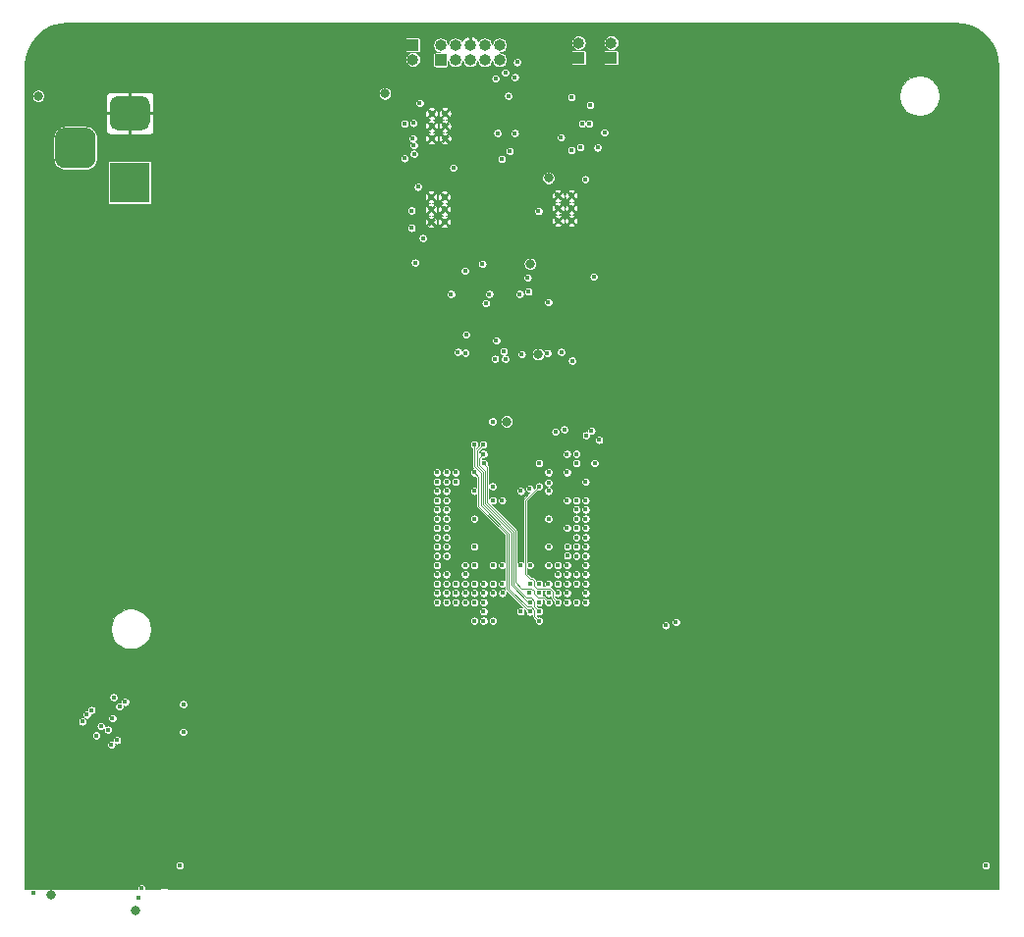
<source format=gbr>
%TF.GenerationSoftware,KiCad,Pcbnew,5.99.0+really5.1.10+dfsg1-1*%
%TF.CreationDate,2021-09-13T00:49:02-04:00*%
%TF.ProjectId,ECP5_BOARD,45435035-5f42-44f4-9152-442e6b696361,rev?*%
%TF.SameCoordinates,Original*%
%TF.FileFunction,Copper,L2,Inr*%
%TF.FilePolarity,Positive*%
%FSLAX46Y46*%
G04 Gerber Fmt 4.6, Leading zero omitted, Abs format (unit mm)*
G04 Created by KiCad (PCBNEW 5.99.0+really5.1.10+dfsg1-1) date 2021-09-13 00:49:02*
%MOMM*%
%LPD*%
G01*
G04 APERTURE LIST*
%TA.AperFunction,ComponentPad*%
%ADD10R,3.500000X3.500000*%
%TD*%
%TA.AperFunction,ComponentPad*%
%ADD11O,1.000000X1.000000*%
%TD*%
%TA.AperFunction,ComponentPad*%
%ADD12R,1.000000X1.000000*%
%TD*%
%TA.AperFunction,ComponentPad*%
%ADD13C,0.500000*%
%TD*%
%TA.AperFunction,ViaPad*%
%ADD14C,0.800000*%
%TD*%
%TA.AperFunction,ViaPad*%
%ADD15C,0.450000*%
%TD*%
%TA.AperFunction,Conductor*%
%ADD16C,0.090000*%
%TD*%
%TA.AperFunction,Conductor*%
%ADD17C,0.100000*%
%TD*%
G04 APERTURE END LIST*
%TO.N,Net-(J2-Pad3)*%
%TO.C,J2*%
%TA.AperFunction,ComponentPad*%
G36*
G01*
X102325000Y-37750000D02*
X104075000Y-37750000D01*
G75*
G02*
X104950000Y-38625000I0J-875000D01*
G01*
X104950000Y-40375000D01*
G75*
G02*
X104075000Y-41250000I-875000J0D01*
G01*
X102325000Y-41250000D01*
G75*
G02*
X101450000Y-40375000I0J875000D01*
G01*
X101450000Y-38625000D01*
G75*
G02*
X102325000Y-37750000I875000J0D01*
G01*
G37*
%TD.AperFunction*%
%TO.N,GND*%
%TA.AperFunction,ComponentPad*%
G36*
G01*
X106900000Y-35000000D02*
X108900000Y-35000000D01*
G75*
G02*
X109650000Y-35750000I0J-750000D01*
G01*
X109650000Y-37250000D01*
G75*
G02*
X108900000Y-38000000I-750000J0D01*
G01*
X106900000Y-38000000D01*
G75*
G02*
X106150000Y-37250000I0J750000D01*
G01*
X106150000Y-35750000D01*
G75*
G02*
X106900000Y-35000000I750000J0D01*
G01*
G37*
%TD.AperFunction*%
D10*
%TO.N,Net-(C35-Pad1)*%
X107900000Y-42500000D03*
%TD*%
D11*
%TO.N,Net-(JP2-Pad2)*%
%TO.C,JP3*%
X149400000Y-30430000D03*
D12*
%TO.N,CLKB*%
X149400000Y-31700000D03*
%TD*%
D11*
%TO.N,Net-(JP2-Pad2)*%
%TO.C,JP2*%
X146600000Y-30430000D03*
D12*
%TO.N,CLKA*%
X146600000Y-31700000D03*
%TD*%
D11*
%TO.N,+1V8*%
%TO.C,JP1*%
X132300000Y-31870000D03*
D12*
%TO.N,VBUS*%
X132300000Y-30600000D03*
%TD*%
D11*
%TO.N,Net-(J1-Pad10)*%
%TO.C,J1*%
X139780000Y-30630000D03*
%TO.N,Net-(J1-Pad9)*%
X139780000Y-31900000D03*
%TO.N,Net-(J1-Pad8)*%
X138510000Y-30630000D03*
%TO.N,Net-(J1-Pad7)*%
X138510000Y-31900000D03*
%TO.N,GND*%
X137240000Y-30630000D03*
%TO.N,/Sheet61CBBC02/DEBUG_TX*%
X137240000Y-31900000D03*
%TO.N,/Sheet61CBBC02/DEBUG_RX*%
X135970000Y-30630000D03*
%TO.N,/Sheet61CBBC02/PROGRAMN*%
X135970000Y-31900000D03*
%TO.N,+1V8*%
X134700000Y-30630000D03*
D12*
%TO.N,+BATT*%
X134700000Y-31900000D03*
%TD*%
D13*
%TO.N,GND*%
%TO.C,U8*%
X133875000Y-43725000D03*
X135025000Y-43725000D03*
X133875000Y-44800000D03*
X135025000Y-44800000D03*
X133875000Y-45875000D03*
X135025000Y-45875000D03*
%TD*%
%TO.N,GND*%
%TO.C,U7*%
X133925000Y-36525000D03*
X135075000Y-36525000D03*
X133925000Y-37600000D03*
X135075000Y-37600000D03*
X133925000Y-38675000D03*
X135075000Y-38675000D03*
%TD*%
%TO.N,GND*%
%TO.C,U6*%
X144825000Y-43625000D03*
X145975000Y-43625000D03*
X144825000Y-44700000D03*
X145975000Y-44700000D03*
X144825000Y-45775000D03*
X145975000Y-45775000D03*
%TD*%
D14*
%TO.N,*%
X100000000Y-35000000D03*
%TO.N,GND*%
X105000000Y-30000000D03*
X110000000Y-30000000D03*
X115000000Y-30000000D03*
X100000000Y-40000000D03*
X100000000Y-45000000D03*
X155000000Y-30000000D03*
X160000000Y-30000000D03*
X165000000Y-30000000D03*
X170000000Y-30000000D03*
X175000000Y-30000000D03*
X180000000Y-30000000D03*
X181500000Y-35000000D03*
X181500000Y-40000000D03*
X181500000Y-45000000D03*
X181500000Y-50000000D03*
X181500000Y-55000000D03*
X181500000Y-60000000D03*
X181500000Y-65000000D03*
X181500000Y-70000000D03*
X181500000Y-75000000D03*
X181500000Y-80000000D03*
X181500000Y-85000000D03*
X181500000Y-90000000D03*
X181500000Y-95000000D03*
X181500000Y-99300000D03*
X100000000Y-50000000D03*
X100000000Y-55000000D03*
X100000000Y-60000000D03*
X100000000Y-65000000D03*
X100000000Y-70000000D03*
X100000000Y-75000000D03*
X100000000Y-80000000D03*
X100000000Y-85000000D03*
X100000000Y-90000000D03*
X100000000Y-95000000D03*
X100000000Y-100000000D03*
X100600000Y-30600000D03*
X102900000Y-102600000D03*
D15*
X99400000Y-103000000D03*
X117900000Y-79600000D03*
X118900000Y-79600000D03*
X119900000Y-79600000D03*
X120900000Y-79600000D03*
X121900000Y-79600000D03*
X122900000Y-79600000D03*
X123900000Y-79600000D03*
X124900000Y-79600000D03*
X125900000Y-79600000D03*
X126900000Y-79600000D03*
X116900000Y-79600000D03*
X115900000Y-79600000D03*
X114900000Y-79600000D03*
X113900000Y-79600000D03*
X179900000Y-102600000D03*
X178900000Y-102600000D03*
X177900000Y-102600000D03*
X176900000Y-102600000D03*
X175900000Y-102600000D03*
X174900000Y-102600000D03*
X173900000Y-102600000D03*
X172900000Y-102600000D03*
X171900000Y-102600000D03*
X170900000Y-102600000D03*
X169900000Y-102600000D03*
X168900000Y-102600000D03*
X167900000Y-102600000D03*
X166900000Y-102600000D03*
X165900000Y-102600000D03*
X164900000Y-102600000D03*
X163900000Y-102600000D03*
X162900000Y-102600000D03*
X161900000Y-102600000D03*
X160900000Y-102600000D03*
X159900000Y-102600000D03*
X158900000Y-102600000D03*
X157900000Y-102600000D03*
X156900000Y-102600000D03*
X155900000Y-102600000D03*
X154900000Y-102600000D03*
X153900000Y-102600000D03*
X152900000Y-102600000D03*
X151900000Y-102600000D03*
X150900000Y-102600000D03*
X149900000Y-102600000D03*
X148900000Y-102600000D03*
X147900000Y-102600000D03*
X146900000Y-102600000D03*
X145900000Y-102600000D03*
X144900000Y-102600000D03*
X143900000Y-102600000D03*
X142900000Y-102600000D03*
X141900000Y-102600000D03*
X140900000Y-102600000D03*
X139900000Y-102600000D03*
X138900000Y-102600000D03*
X137900000Y-102600000D03*
X136900000Y-102600000D03*
X135900000Y-102600000D03*
X134900000Y-102600000D03*
X133900000Y-102600000D03*
X132900000Y-102600000D03*
X131900000Y-102600000D03*
X130900000Y-102600000D03*
X129900000Y-102600000D03*
X128900000Y-102600000D03*
X127900000Y-102600000D03*
X126900000Y-102600000D03*
X125900000Y-102600000D03*
X124900000Y-102600000D03*
X123900000Y-102600000D03*
X122900000Y-102600000D03*
X121900000Y-102600000D03*
X120900000Y-102600000D03*
X119900000Y-102600000D03*
X118900000Y-102600000D03*
X117900000Y-102600000D03*
X116900000Y-102600000D03*
X115900000Y-102600000D03*
X114900000Y-102600000D03*
X113900000Y-102600000D03*
X127900000Y-91400000D03*
X128900000Y-91400000D03*
X129900000Y-91400000D03*
X130900000Y-91400000D03*
X131900000Y-91400000D03*
X132900000Y-90800000D03*
X133900000Y-89900000D03*
X134900000Y-89000000D03*
X135800000Y-88400000D03*
X136800000Y-88000000D03*
X137800000Y-87600000D03*
X138800000Y-87200000D03*
X139800000Y-86800000D03*
X140800000Y-86400000D03*
X141800000Y-86000000D03*
X142800000Y-85600000D03*
X143800000Y-85200000D03*
X144800000Y-84800000D03*
X145800000Y-84400000D03*
X146800000Y-84000000D03*
X147800000Y-83600000D03*
X148800000Y-83200000D03*
X149800000Y-82800000D03*
X150800000Y-82400000D03*
X144500000Y-81200000D03*
X143200000Y-81200000D03*
X142000000Y-81200000D03*
X140700000Y-81200000D03*
X151600000Y-82000000D03*
X152500000Y-81600000D03*
X153300000Y-81200000D03*
X153800000Y-81800000D03*
X154800000Y-81500000D03*
X155900000Y-80000000D03*
X156700000Y-79600000D03*
X157600000Y-79200000D03*
X158400000Y-78800000D03*
X159300000Y-78400000D03*
X160100000Y-78000000D03*
X161000000Y-77600000D03*
X161800000Y-77200000D03*
X162700000Y-76800000D03*
X163600000Y-76400000D03*
X164400000Y-76000000D03*
X165200000Y-75600000D03*
X166100000Y-75200000D03*
X166900000Y-74800000D03*
X167800000Y-74400000D03*
X168600000Y-74000000D03*
X169400000Y-73500000D03*
X170200000Y-73000000D03*
X171000000Y-72600000D03*
X171800000Y-72100000D03*
X172600000Y-71700000D03*
X173400000Y-71300000D03*
X174200000Y-70800000D03*
X175000000Y-70400000D03*
X175800000Y-69900000D03*
X137606658Y-79506658D03*
X133540000Y-78700000D03*
X146400000Y-77900000D03*
X146400000Y-75500000D03*
X135200000Y-75500000D03*
X133600000Y-74700000D03*
X148990882Y-73300000D03*
X145600000Y-73100000D03*
X140000000Y-73100000D03*
X148990882Y-70900000D03*
X144000000Y-69900000D03*
X143200000Y-69900000D03*
X133600000Y-69100000D03*
X145600000Y-68300000D03*
X139000000Y-48400000D03*
X135600000Y-48400000D03*
X145400000Y-48300000D03*
X143400000Y-38160000D03*
X141700000Y-36500000D03*
X138000000Y-33600000D03*
%TO.N,+1V8*%
X141600000Y-75500000D03*
X142400000Y-75500000D03*
X141604559Y-69095441D03*
X143993342Y-52806658D03*
X147899989Y-50625000D03*
X142200000Y-50700000D03*
X132500000Y-49400000D03*
X136800000Y-50100000D03*
X131600000Y-40400000D03*
X135800000Y-41200000D03*
X132393343Y-39275002D03*
X132400000Y-40000000D03*
X146000000Y-35100000D03*
%TO.N,+2V5*%
X137600000Y-75500000D03*
X144000000Y-75500000D03*
X144000000Y-69100000D03*
X137600000Y-69100000D03*
X139175001Y-63100008D03*
X138300000Y-49500000D03*
X132200000Y-46400000D03*
X133175000Y-47275000D03*
D14*
%TO.N,+1V1*%
X143100000Y-57300000D03*
X140400000Y-63100000D03*
X142400000Y-49500000D03*
D15*
X139200000Y-69900000D03*
X140000000Y-69900000D03*
D14*
%TO.N,+BATT*%
X144000003Y-42100003D03*
X129900000Y-34800008D03*
D15*
X132200000Y-44900000D03*
X132750000Y-42850000D03*
X143143342Y-44956658D03*
X132350000Y-37350000D03*
X132900000Y-35634990D03*
%TO.N,Net-(C23-Pad2)*%
X131600000Y-37400000D03*
X132304559Y-38695441D03*
%TO.N,VBUS*%
X99600000Y-103800000D03*
X112199986Y-101400000D03*
X139200000Y-75500000D03*
X140000000Y-75500000D03*
X144000000Y-73900000D03*
X137600000Y-73900000D03*
X144000000Y-71500000D03*
X137600000Y-71500000D03*
X142375001Y-68906658D03*
X139175001Y-68700000D03*
X141300000Y-32100000D03*
X141100000Y-33400000D03*
%TO.N,/Sheet61CBBC02/PROGRAMN*%
X144600000Y-64000000D03*
X141100000Y-38224999D03*
X145075001Y-38600000D03*
%TO.N,/Sheet61CBBC02/DEBUG_TX*%
X147975001Y-66700000D03*
X146900000Y-37400000D03*
%TO.N,Net-(J1-Pad7)*%
X143200000Y-66700000D03*
X139975001Y-40449998D03*
X139435000Y-33500000D03*
%TO.N,Net-(J1-Pad9)*%
X144000000Y-68400000D03*
X140275001Y-33000000D03*
%TO.N,/Sheet61CBBC02/DEBUG_RX*%
X147235010Y-64300000D03*
X147500000Y-37400000D03*
%TO.N,Net-(J1-Pad8)*%
X145593342Y-65906658D03*
X140670011Y-39770011D03*
%TO.N,Net-(J1-Pad10)*%
X144000000Y-67500000D03*
X139602942Y-38212059D03*
%TO.N,CLKA*%
X106300000Y-91000000D03*
X140024999Y-77900000D03*
X144800000Y-76300000D03*
%TO.N,CLKB*%
X106800000Y-90600000D03*
X140000000Y-77100000D03*
X144800000Y-75500000D03*
%TO.N,Net-(R5-Pad2)*%
X145600000Y-67500000D03*
X140540000Y-35000000D03*
%TO.N,ID0*%
X112500000Y-89900000D03*
X108900004Y-103400004D03*
X139200000Y-77900000D03*
%TO.N,ID1*%
X112500000Y-87500000D03*
X108686888Y-104186888D03*
X139200000Y-77100000D03*
%TO.N,UP_R*%
X105999995Y-89699995D03*
X138400000Y-80300000D03*
%TO.N,UP_L*%
X139200000Y-80300000D03*
X105000000Y-90200000D03*
%TO.N,SC_L*%
X105400000Y-89400000D03*
X138400000Y-79500000D03*
%TO.N,C3*%
X147200000Y-78700000D03*
%TO.N,C4*%
X146400000Y-78700000D03*
%TO.N,SC_R*%
X106400000Y-88700000D03*
X138400000Y-78700000D03*
%TO.N,C18*%
X134400000Y-78700000D03*
%TO.N,D3*%
X147200000Y-77900000D03*
%TO.N,D17*%
X135195441Y-77895441D03*
%TO.N,D18*%
X134395441Y-77895441D03*
%TO.N,F3*%
X147200000Y-76300000D03*
%TO.N,F4*%
X146400000Y-76300000D03*
%TO.N,F16*%
X136800000Y-76300000D03*
%TO.N,F17*%
X135200000Y-76300000D03*
%TO.N,F18*%
X134400000Y-76300000D03*
%TO.N,G3*%
X147200000Y-75500000D03*
%TO.N,G16*%
X136800000Y-75500000D03*
%TO.N,G18*%
X134400000Y-75500000D03*
%TO.N,H3*%
X147200000Y-74700000D03*
%TO.N,H4*%
X146400000Y-74700000D03*
%TO.N,H17*%
X135200000Y-74700000D03*
%TO.N,H18*%
X134400000Y-74700000D03*
%TO.N,J3*%
X147200000Y-73900000D03*
%TO.N,J17*%
X135200000Y-73900000D03*
%TO.N,J18*%
X134400000Y-73900000D03*
%TO.N,K3*%
X147200000Y-73100000D03*
%TO.N,K4*%
X146400000Y-73100000D03*
%TO.N,K17*%
X135200000Y-73100000D03*
%TO.N,K18*%
X134400000Y-73100000D03*
%TO.N,L3*%
X147200000Y-72275001D03*
%TO.N,L4*%
X146400000Y-72275001D03*
%TO.N,L18*%
X134400000Y-72300000D03*
%TO.N,M3*%
X147200000Y-71500000D03*
%TO.N,M17*%
X135200000Y-71500000D03*
%TO.N,N3*%
X147200000Y-70700000D03*
%TO.N,N4*%
X146400000Y-70700000D03*
%TO.N,Net-(U1-PadV2)*%
X146400000Y-65900000D03*
X147175001Y-42200000D03*
%TO.N,Net-(U1-PadY2)*%
X147700000Y-63900000D03*
X148820912Y-38172036D03*
%TO.N,Net-(U1-PadW2)*%
X145360010Y-63786862D03*
X146757019Y-39452099D03*
%TO.N,Net-(U1-PadW1)*%
X148375001Y-64700000D03*
X147600000Y-35800000D03*
%TO.N,U18*%
X134400000Y-67500000D03*
%TO.N,U17*%
X135200000Y-67500000D03*
%TO.N,Net-(U1-PadU3)*%
X146400000Y-66700000D03*
X145993342Y-39706658D03*
%TO.N,T18*%
X134400000Y-68300000D03*
%TO.N,T17*%
X135200000Y-68300000D03*
%TO.N,T16*%
X136000000Y-67500000D03*
%TO.N,R18*%
X134400000Y-69100000D03*
%TO.N,R17*%
X135200000Y-69100000D03*
%TO.N,R16*%
X136000000Y-68300000D03*
%TO.N,Net-(U1-PadR2)*%
X147195441Y-68295441D03*
X148240000Y-39461695D03*
%TO.N,P18*%
X134400000Y-69900000D03*
%TO.N,P17*%
X135200000Y-69900000D03*
%TO.N,P5*%
X145600000Y-69900000D03*
%TO.N,P4*%
X146400000Y-69900000D03*
%TO.N,P3*%
X147200000Y-69900000D03*
%TO.N,N18*%
X134400000Y-70700000D03*
%TO.N,N17*%
X135200000Y-70700000D03*
%TO.N,M18*%
X134400000Y-71500000D03*
%TO.N,M4*%
X146400000Y-71500000D03*
%TO.N,L17*%
X135200000Y-72300000D03*
%TO.N,J5*%
X155000000Y-80400000D03*
X145624999Y-73900000D03*
%TO.N,J4*%
X146400000Y-73900000D03*
%TO.N,H5*%
X145624999Y-74675001D03*
%TO.N,G5*%
X145600000Y-75500000D03*
%TO.N,F5*%
X154100000Y-80700000D03*
X145600000Y-76300000D03*
%TO.N,E18*%
X134400000Y-77100000D03*
%TO.N,E17*%
X135200000Y-77100000D03*
%TO.N,E16*%
X136004559Y-77104559D03*
%TO.N,E15*%
X136800000Y-77100000D03*
%TO.N,Net-(U1-PadE9)*%
X142434116Y-77124999D03*
X140275001Y-57699994D03*
%TO.N,Net-(U1-PadE8)*%
X143200000Y-77124999D03*
X139500000Y-56100000D03*
%TO.N,Net-(U1-PadE7)*%
X143988345Y-77100000D03*
X146043016Y-57856016D03*
%TO.N,Net-(U1-PadE6)*%
X144800000Y-77100000D03*
X141700000Y-57300000D03*
%TO.N,E5*%
X145600000Y-77100000D03*
%TO.N,E4*%
X146406658Y-77093342D03*
%TO.N,E3*%
X147200000Y-77100000D03*
%TO.N,D16*%
X135975001Y-77902159D03*
%TO.N,D15*%
X136806658Y-77906658D03*
%TO.N,Net-(U1-PadD10)*%
X141600000Y-79500000D03*
X138595441Y-52895441D03*
%TO.N,Net-(U1-PadD9)*%
X142375001Y-77906658D03*
X139400000Y-57700000D03*
%TO.N,Net-(U1-PadD8)*%
X143206658Y-77893342D03*
X140135000Y-57048576D03*
%TO.N,Net-(U1-PadD7)*%
X143995441Y-77904559D03*
X142275001Y-51900000D03*
%TO.N,Net-(U1-PadD6)*%
X144800000Y-77900000D03*
X145100000Y-57100000D03*
%TO.N,D5*%
X145600000Y-77900000D03*
%TO.N,C17*%
X135200000Y-78700000D03*
%TO.N,C16*%
X136000000Y-78700000D03*
%TO.N,C15*%
X136806658Y-78706658D03*
%TO.N,Net-(U1-PadC9)*%
X142395441Y-78704559D03*
X138375001Y-65100000D03*
X136833771Y-57173309D03*
%TO.N,Net-(U1-PadC8)*%
X143200000Y-78700000D03*
X138904559Y-52104559D03*
%TO.N,Net-(U1-PadC7)*%
X144000000Y-78700000D03*
X138424999Y-66700000D03*
X141521544Y-52097607D03*
%TO.N,Net-(U1-PadC6)*%
X144800000Y-78700000D03*
X143200000Y-68700000D03*
X143908646Y-57198427D03*
%TO.N,C5*%
X145600000Y-78700000D03*
%TO.N,Net-(U1-PadB8)*%
X143200000Y-79500000D03*
X138400000Y-65900000D03*
X136900000Y-55600000D03*
%TO.N,Net-(U1-PadA8)*%
X142395441Y-79504559D03*
X137600000Y-67500000D03*
X136200000Y-57100000D03*
%TO.N,Net-(U1-PadA7)*%
X143200000Y-80300000D03*
X137600000Y-65100000D03*
X135605000Y-52095000D03*
D14*
%TO.N,Net-(C37-Pad1)*%
X101149999Y-103949999D03*
X108365202Y-105265193D03*
D15*
%TO.N,PRSNT_IN*%
X181700000Y-101400000D03*
X145600000Y-72300000D03*
%TO.N,CARD_TX*%
X107500000Y-87300000D03*
X137600000Y-77100000D03*
%TO.N,PRSNT_R*%
X106500000Y-86900000D03*
X138400000Y-77100000D03*
%TO.N,CARD_RX*%
X107000000Y-87700000D03*
X137600000Y-77900000D03*
%TO.N,PRSNT_L*%
X104600000Y-88000000D03*
X138400000Y-77900000D03*
%TO.N,SC*%
X104200000Y-88400000D03*
X137604559Y-78704559D03*
%TO.N,UP*%
X103800000Y-89000000D03*
X137600000Y-80300000D03*
%TD*%
D16*
%TO.N,Net-(U1-PadC9)*%
X142400000Y-78700000D02*
X142245427Y-78700000D01*
X138339978Y-70249124D02*
X138339978Y-67431965D01*
X137884989Y-65615011D02*
X138400000Y-65100000D01*
X140780010Y-77234583D02*
X140780010Y-72689156D01*
X138339978Y-67431965D02*
X137884988Y-66976975D01*
X140780010Y-72689156D02*
X138339978Y-70249124D01*
X142245427Y-78700000D02*
X140780010Y-77234583D01*
X137884988Y-66976975D02*
X137884989Y-65615011D01*
X138400000Y-65100000D02*
X138375001Y-65100000D01*
%TO.N,Net-(U1-PadC7)*%
X141140031Y-72540031D02*
X138700000Y-70100000D01*
X141700000Y-77500000D02*
X141140031Y-76940031D01*
X142495802Y-77500000D02*
X141700000Y-77500000D01*
X142735001Y-77739199D02*
X142495802Y-77500000D01*
X143600000Y-78300000D02*
X143104198Y-78300000D01*
X144000000Y-78700000D02*
X143600000Y-78300000D01*
X138700000Y-67000000D02*
X138400000Y-66700000D01*
X138700000Y-70100000D02*
X138700000Y-67000000D01*
X141140031Y-76940031D02*
X141140031Y-72540031D01*
X143104198Y-78300000D02*
X142735001Y-77930803D01*
X142735001Y-77930803D02*
X142735001Y-77739199D01*
X138400000Y-66700000D02*
X138424999Y-66700000D01*
%TO.N,Net-(U1-PadC6)*%
X142000000Y-69900000D02*
X143200000Y-68700000D01*
X142400000Y-76700000D02*
X142000000Y-76300000D01*
X142600000Y-76700000D02*
X142400000Y-76700000D01*
X142000000Y-76300000D02*
X142000000Y-69900000D01*
X142800000Y-76900000D02*
X142600000Y-76700000D01*
X144100000Y-77500000D02*
X143000000Y-77500000D01*
X144400000Y-77800000D02*
X144100000Y-77500000D01*
X144400000Y-78300000D02*
X144400000Y-77800000D01*
X142800000Y-77300000D02*
X142800000Y-76900000D01*
X143000000Y-77500000D02*
X142800000Y-77300000D01*
X144800000Y-78700000D02*
X144400000Y-78300000D01*
%TO.N,Net-(U1-PadB8)*%
X138064999Y-66902413D02*
X138064999Y-66235001D01*
X138200001Y-66099999D02*
X138400000Y-65900000D01*
X138064999Y-66235001D02*
X138200001Y-66099999D01*
X143200000Y-79500000D02*
X142800000Y-79100000D01*
X142800000Y-78600000D02*
X142500000Y-78300000D01*
X142500000Y-78300000D02*
X142100000Y-78300000D01*
X140960021Y-77160021D02*
X140960021Y-72614593D01*
X138519989Y-67357403D02*
X138064999Y-66902413D01*
X138519989Y-70174562D02*
X138519989Y-67357403D01*
X142100000Y-78300000D02*
X140960021Y-77160021D01*
X140960021Y-72614593D02*
X138519989Y-70174562D01*
X142800000Y-79100000D02*
X142800000Y-78600000D01*
%TO.N,Net-(U1-PadA8)*%
X140400000Y-72818292D02*
X137979956Y-70398248D01*
X142400000Y-79500000D02*
X142345427Y-79500000D01*
X142345427Y-79500000D02*
X140400000Y-77554573D01*
X137979956Y-70398248D02*
X137979956Y-67879956D01*
X137979956Y-67879956D02*
X137600000Y-67500000D01*
X140400000Y-77554573D02*
X140400000Y-72818292D01*
%TO.N,Net-(U1-PadA7)*%
X138159967Y-67506526D02*
X137600000Y-66946558D01*
X143200000Y-80300000D02*
X142800000Y-79900000D01*
X142800000Y-79900000D02*
X142800000Y-79400000D01*
X142200000Y-79100000D02*
X140600000Y-77500000D01*
X140600000Y-77500000D02*
X140600000Y-72763718D01*
X140600000Y-72763718D02*
X138159967Y-70323686D01*
X138159967Y-70323686D02*
X138159967Y-67506526D01*
X142500000Y-79100000D02*
X142200000Y-79100000D01*
X137600000Y-66946558D02*
X137600000Y-65100000D01*
X142800000Y-79400000D02*
X142500000Y-79100000D01*
%TD*%
%TO.N,GND*%
X179745709Y-28733884D02*
X180463017Y-28950452D01*
X181124599Y-29302222D01*
X181705255Y-29775793D01*
X182182867Y-30353127D01*
X182539247Y-31012238D01*
X182760818Y-31728019D01*
X182839932Y-32480733D01*
X182840001Y-32500556D01*
X182840000Y-103455000D01*
X111291024Y-103455000D01*
X111276016Y-103448936D01*
X111260581Y-103442448D01*
X111258113Y-103441703D01*
X111258107Y-103441701D01*
X111080245Y-103389354D01*
X111063769Y-103386211D01*
X111047350Y-103382840D01*
X111044779Y-103382588D01*
X110860135Y-103365784D01*
X110843335Y-103365901D01*
X110826601Y-103365784D01*
X110824030Y-103366036D01*
X110639638Y-103385418D01*
X110623210Y-103388790D01*
X110606744Y-103391931D01*
X110604273Y-103392676D01*
X110604267Y-103392678D01*
X110427155Y-103447503D01*
X110411681Y-103454008D01*
X110409225Y-103455000D01*
X109256118Y-103455000D01*
X109260004Y-103435461D01*
X109260004Y-103364547D01*
X109246170Y-103294996D01*
X109219032Y-103229480D01*
X109179634Y-103170517D01*
X109129491Y-103120374D01*
X109070528Y-103080976D01*
X109005012Y-103053838D01*
X108935461Y-103040004D01*
X108864547Y-103040004D01*
X108794996Y-103053838D01*
X108729480Y-103080976D01*
X108670517Y-103120374D01*
X108620374Y-103170517D01*
X108580976Y-103229480D01*
X108553838Y-103294996D01*
X108540004Y-103364547D01*
X108540004Y-103435461D01*
X108543890Y-103455000D01*
X101352990Y-103455000D01*
X101306053Y-103435558D01*
X101202692Y-103414999D01*
X101097306Y-103414999D01*
X100993945Y-103435558D01*
X100947008Y-103455000D01*
X99707823Y-103455000D01*
X99705008Y-103453834D01*
X99635457Y-103440000D01*
X99564543Y-103440000D01*
X99494992Y-103453834D01*
X99492177Y-103455000D01*
X98860000Y-103455000D01*
X98860000Y-101364543D01*
X111839986Y-101364543D01*
X111839986Y-101435457D01*
X111853820Y-101505008D01*
X111880958Y-101570524D01*
X111920356Y-101629487D01*
X111970499Y-101679630D01*
X112029462Y-101719028D01*
X112094978Y-101746166D01*
X112164529Y-101760000D01*
X112235443Y-101760000D01*
X112304994Y-101746166D01*
X112370510Y-101719028D01*
X112429473Y-101679630D01*
X112479616Y-101629487D01*
X112519014Y-101570524D01*
X112546152Y-101505008D01*
X112559986Y-101435457D01*
X112559986Y-101364543D01*
X181340000Y-101364543D01*
X181340000Y-101435457D01*
X181353834Y-101505008D01*
X181380972Y-101570524D01*
X181420370Y-101629487D01*
X181470513Y-101679630D01*
X181529476Y-101719028D01*
X181594992Y-101746166D01*
X181664543Y-101760000D01*
X181735457Y-101760000D01*
X181805008Y-101746166D01*
X181870524Y-101719028D01*
X181929487Y-101679630D01*
X181979630Y-101629487D01*
X182019028Y-101570524D01*
X182046166Y-101505008D01*
X182060000Y-101435457D01*
X182060000Y-101364543D01*
X182046166Y-101294992D01*
X182019028Y-101229476D01*
X181979630Y-101170513D01*
X181929487Y-101120370D01*
X181870524Y-101080972D01*
X181805008Y-101053834D01*
X181735457Y-101040000D01*
X181664543Y-101040000D01*
X181594992Y-101053834D01*
X181529476Y-101080972D01*
X181470513Y-101120370D01*
X181420370Y-101170513D01*
X181380972Y-101229476D01*
X181353834Y-101294992D01*
X181340000Y-101364543D01*
X112559986Y-101364543D01*
X112546152Y-101294992D01*
X112519014Y-101229476D01*
X112479616Y-101170513D01*
X112429473Y-101120370D01*
X112370510Y-101080972D01*
X112304994Y-101053834D01*
X112235443Y-101040000D01*
X112164529Y-101040000D01*
X112094978Y-101053834D01*
X112029462Y-101080972D01*
X111970499Y-101120370D01*
X111920356Y-101170513D01*
X111880958Y-101229476D01*
X111853820Y-101294992D01*
X111839986Y-101364543D01*
X98860000Y-101364543D01*
X98860000Y-90964543D01*
X105940000Y-90964543D01*
X105940000Y-91035457D01*
X105953834Y-91105008D01*
X105980972Y-91170524D01*
X106020370Y-91229487D01*
X106070513Y-91279630D01*
X106129476Y-91319028D01*
X106194992Y-91346166D01*
X106264543Y-91360000D01*
X106335457Y-91360000D01*
X106405008Y-91346166D01*
X106470524Y-91319028D01*
X106529487Y-91279630D01*
X106579630Y-91229487D01*
X106619028Y-91170524D01*
X106646166Y-91105008D01*
X106660000Y-91035457D01*
X106660000Y-90964543D01*
X106652875Y-90928720D01*
X106694992Y-90946166D01*
X106764543Y-90960000D01*
X106835457Y-90960000D01*
X106905008Y-90946166D01*
X106970524Y-90919028D01*
X107029487Y-90879630D01*
X107079630Y-90829487D01*
X107119028Y-90770524D01*
X107146166Y-90705008D01*
X107160000Y-90635457D01*
X107160000Y-90564543D01*
X107146166Y-90494992D01*
X107119028Y-90429476D01*
X107079630Y-90370513D01*
X107029487Y-90320370D01*
X106970524Y-90280972D01*
X106905008Y-90253834D01*
X106835457Y-90240000D01*
X106764543Y-90240000D01*
X106694992Y-90253834D01*
X106629476Y-90280972D01*
X106570513Y-90320370D01*
X106520370Y-90370513D01*
X106480972Y-90429476D01*
X106453834Y-90494992D01*
X106440000Y-90564543D01*
X106440000Y-90635457D01*
X106447125Y-90671280D01*
X106405008Y-90653834D01*
X106335457Y-90640000D01*
X106264543Y-90640000D01*
X106194992Y-90653834D01*
X106129476Y-90680972D01*
X106070513Y-90720370D01*
X106020370Y-90770513D01*
X105980972Y-90829476D01*
X105953834Y-90894992D01*
X105940000Y-90964543D01*
X98860000Y-90964543D01*
X98860000Y-90164543D01*
X104640000Y-90164543D01*
X104640000Y-90235457D01*
X104653834Y-90305008D01*
X104680972Y-90370524D01*
X104720370Y-90429487D01*
X104770513Y-90479630D01*
X104829476Y-90519028D01*
X104894992Y-90546166D01*
X104964543Y-90560000D01*
X105035457Y-90560000D01*
X105105008Y-90546166D01*
X105170524Y-90519028D01*
X105229487Y-90479630D01*
X105279630Y-90429487D01*
X105319028Y-90370524D01*
X105346166Y-90305008D01*
X105360000Y-90235457D01*
X105360000Y-90164543D01*
X105346166Y-90094992D01*
X105319028Y-90029476D01*
X105279630Y-89970513D01*
X105229487Y-89920370D01*
X105170524Y-89880972D01*
X105105008Y-89853834D01*
X105035457Y-89840000D01*
X104964543Y-89840000D01*
X104894992Y-89853834D01*
X104829476Y-89880972D01*
X104770513Y-89920370D01*
X104720370Y-89970513D01*
X104680972Y-90029476D01*
X104653834Y-90094992D01*
X104640000Y-90164543D01*
X98860000Y-90164543D01*
X98860000Y-89364543D01*
X105040000Y-89364543D01*
X105040000Y-89435457D01*
X105053834Y-89505008D01*
X105080972Y-89570524D01*
X105120370Y-89629487D01*
X105170513Y-89679630D01*
X105229476Y-89719028D01*
X105294992Y-89746166D01*
X105364543Y-89760000D01*
X105435457Y-89760000D01*
X105505008Y-89746166D01*
X105570524Y-89719028D01*
X105629487Y-89679630D01*
X105639995Y-89669122D01*
X105639995Y-89735452D01*
X105653829Y-89805003D01*
X105680967Y-89870519D01*
X105720365Y-89929482D01*
X105770508Y-89979625D01*
X105829471Y-90019023D01*
X105894987Y-90046161D01*
X105964538Y-90059995D01*
X106035452Y-90059995D01*
X106105003Y-90046161D01*
X106170519Y-90019023D01*
X106229482Y-89979625D01*
X106279625Y-89929482D01*
X106319023Y-89870519D01*
X106321498Y-89864543D01*
X112140000Y-89864543D01*
X112140000Y-89935457D01*
X112153834Y-90005008D01*
X112180972Y-90070524D01*
X112220370Y-90129487D01*
X112270513Y-90179630D01*
X112329476Y-90219028D01*
X112394992Y-90246166D01*
X112464543Y-90260000D01*
X112535457Y-90260000D01*
X112605008Y-90246166D01*
X112670524Y-90219028D01*
X112729487Y-90179630D01*
X112779630Y-90129487D01*
X112819028Y-90070524D01*
X112846166Y-90005008D01*
X112860000Y-89935457D01*
X112860000Y-89864543D01*
X112846166Y-89794992D01*
X112819028Y-89729476D01*
X112779630Y-89670513D01*
X112729487Y-89620370D01*
X112670524Y-89580972D01*
X112605008Y-89553834D01*
X112535457Y-89540000D01*
X112464543Y-89540000D01*
X112394992Y-89553834D01*
X112329476Y-89580972D01*
X112270513Y-89620370D01*
X112220370Y-89670513D01*
X112180972Y-89729476D01*
X112153834Y-89794992D01*
X112140000Y-89864543D01*
X106321498Y-89864543D01*
X106346161Y-89805003D01*
X106359995Y-89735452D01*
X106359995Y-89664538D01*
X106346161Y-89594987D01*
X106319023Y-89529471D01*
X106279625Y-89470508D01*
X106229482Y-89420365D01*
X106170519Y-89380967D01*
X106105003Y-89353829D01*
X106035452Y-89339995D01*
X105964538Y-89339995D01*
X105894987Y-89353829D01*
X105829471Y-89380967D01*
X105770508Y-89420365D01*
X105760000Y-89430873D01*
X105760000Y-89364543D01*
X105746166Y-89294992D01*
X105719028Y-89229476D01*
X105679630Y-89170513D01*
X105629487Y-89120370D01*
X105570524Y-89080972D01*
X105505008Y-89053834D01*
X105435457Y-89040000D01*
X105364543Y-89040000D01*
X105294992Y-89053834D01*
X105229476Y-89080972D01*
X105170513Y-89120370D01*
X105120370Y-89170513D01*
X105080972Y-89229476D01*
X105053834Y-89294992D01*
X105040000Y-89364543D01*
X98860000Y-89364543D01*
X98860000Y-88964543D01*
X103440000Y-88964543D01*
X103440000Y-89035457D01*
X103453834Y-89105008D01*
X103480972Y-89170524D01*
X103520370Y-89229487D01*
X103570513Y-89279630D01*
X103629476Y-89319028D01*
X103694992Y-89346166D01*
X103764543Y-89360000D01*
X103835457Y-89360000D01*
X103905008Y-89346166D01*
X103970524Y-89319028D01*
X104029487Y-89279630D01*
X104079630Y-89229487D01*
X104119028Y-89170524D01*
X104146166Y-89105008D01*
X104160000Y-89035457D01*
X104160000Y-88964543D01*
X104146166Y-88894992D01*
X104119028Y-88829476D01*
X104079630Y-88770513D01*
X104029487Y-88720370D01*
X103970524Y-88680972D01*
X103905008Y-88653834D01*
X103835457Y-88640000D01*
X103764543Y-88640000D01*
X103694992Y-88653834D01*
X103629476Y-88680972D01*
X103570513Y-88720370D01*
X103520370Y-88770513D01*
X103480972Y-88829476D01*
X103453834Y-88894992D01*
X103440000Y-88964543D01*
X98860000Y-88964543D01*
X98860000Y-88364543D01*
X103840000Y-88364543D01*
X103840000Y-88435457D01*
X103853834Y-88505008D01*
X103880972Y-88570524D01*
X103920370Y-88629487D01*
X103970513Y-88679630D01*
X104029476Y-88719028D01*
X104094992Y-88746166D01*
X104164543Y-88760000D01*
X104235457Y-88760000D01*
X104305008Y-88746166D01*
X104370524Y-88719028D01*
X104429487Y-88679630D01*
X104444574Y-88664543D01*
X106040000Y-88664543D01*
X106040000Y-88735457D01*
X106053834Y-88805008D01*
X106080972Y-88870524D01*
X106120370Y-88929487D01*
X106170513Y-88979630D01*
X106229476Y-89019028D01*
X106294992Y-89046166D01*
X106364543Y-89060000D01*
X106435457Y-89060000D01*
X106505008Y-89046166D01*
X106570524Y-89019028D01*
X106629487Y-88979630D01*
X106679630Y-88929487D01*
X106719028Y-88870524D01*
X106746166Y-88805008D01*
X106760000Y-88735457D01*
X106760000Y-88664543D01*
X106746166Y-88594992D01*
X106719028Y-88529476D01*
X106679630Y-88470513D01*
X106629487Y-88420370D01*
X106570524Y-88380972D01*
X106505008Y-88353834D01*
X106435457Y-88340000D01*
X106364543Y-88340000D01*
X106294992Y-88353834D01*
X106229476Y-88380972D01*
X106170513Y-88420370D01*
X106120370Y-88470513D01*
X106080972Y-88529476D01*
X106053834Y-88594992D01*
X106040000Y-88664543D01*
X104444574Y-88664543D01*
X104479630Y-88629487D01*
X104519028Y-88570524D01*
X104546166Y-88505008D01*
X104560000Y-88435457D01*
X104560000Y-88364543D01*
X104558872Y-88358872D01*
X104564543Y-88360000D01*
X104635457Y-88360000D01*
X104705008Y-88346166D01*
X104770524Y-88319028D01*
X104829487Y-88279630D01*
X104879630Y-88229487D01*
X104919028Y-88170524D01*
X104946166Y-88105008D01*
X104960000Y-88035457D01*
X104960000Y-87964543D01*
X104946166Y-87894992D01*
X104919028Y-87829476D01*
X104879630Y-87770513D01*
X104829487Y-87720370D01*
X104770524Y-87680972D01*
X104730862Y-87664543D01*
X106640000Y-87664543D01*
X106640000Y-87735457D01*
X106653834Y-87805008D01*
X106680972Y-87870524D01*
X106720370Y-87929487D01*
X106770513Y-87979630D01*
X106829476Y-88019028D01*
X106894992Y-88046166D01*
X106964543Y-88060000D01*
X107035457Y-88060000D01*
X107105008Y-88046166D01*
X107170524Y-88019028D01*
X107229487Y-87979630D01*
X107279630Y-87929487D01*
X107319028Y-87870524D01*
X107346166Y-87805008D01*
X107360000Y-87735457D01*
X107360000Y-87664543D01*
X107352875Y-87628720D01*
X107394992Y-87646166D01*
X107464543Y-87660000D01*
X107535457Y-87660000D01*
X107605008Y-87646166D01*
X107670524Y-87619028D01*
X107729487Y-87579630D01*
X107779630Y-87529487D01*
X107819028Y-87470524D01*
X107821505Y-87464543D01*
X112140000Y-87464543D01*
X112140000Y-87535457D01*
X112153834Y-87605008D01*
X112180972Y-87670524D01*
X112220370Y-87729487D01*
X112270513Y-87779630D01*
X112329476Y-87819028D01*
X112394992Y-87846166D01*
X112464543Y-87860000D01*
X112535457Y-87860000D01*
X112605008Y-87846166D01*
X112670524Y-87819028D01*
X112729487Y-87779630D01*
X112779630Y-87729487D01*
X112819028Y-87670524D01*
X112846166Y-87605008D01*
X112860000Y-87535457D01*
X112860000Y-87464543D01*
X112846166Y-87394992D01*
X112819028Y-87329476D01*
X112779630Y-87270513D01*
X112729487Y-87220370D01*
X112670524Y-87180972D01*
X112605008Y-87153834D01*
X112535457Y-87140000D01*
X112464543Y-87140000D01*
X112394992Y-87153834D01*
X112329476Y-87180972D01*
X112270513Y-87220370D01*
X112220370Y-87270513D01*
X112180972Y-87329476D01*
X112153834Y-87394992D01*
X112140000Y-87464543D01*
X107821505Y-87464543D01*
X107846166Y-87405008D01*
X107860000Y-87335457D01*
X107860000Y-87264543D01*
X107846166Y-87194992D01*
X107819028Y-87129476D01*
X107779630Y-87070513D01*
X107729487Y-87020370D01*
X107670524Y-86980972D01*
X107605008Y-86953834D01*
X107535457Y-86940000D01*
X107464543Y-86940000D01*
X107394992Y-86953834D01*
X107329476Y-86980972D01*
X107270513Y-87020370D01*
X107220370Y-87070513D01*
X107180972Y-87129476D01*
X107153834Y-87194992D01*
X107140000Y-87264543D01*
X107140000Y-87335457D01*
X107147125Y-87371280D01*
X107105008Y-87353834D01*
X107035457Y-87340000D01*
X106964543Y-87340000D01*
X106894992Y-87353834D01*
X106829476Y-87380972D01*
X106770513Y-87420370D01*
X106720370Y-87470513D01*
X106680972Y-87529476D01*
X106653834Y-87594992D01*
X106640000Y-87664543D01*
X104730862Y-87664543D01*
X104705008Y-87653834D01*
X104635457Y-87640000D01*
X104564543Y-87640000D01*
X104494992Y-87653834D01*
X104429476Y-87680972D01*
X104370513Y-87720370D01*
X104320370Y-87770513D01*
X104280972Y-87829476D01*
X104253834Y-87894992D01*
X104240000Y-87964543D01*
X104240000Y-88035457D01*
X104241128Y-88041128D01*
X104235457Y-88040000D01*
X104164543Y-88040000D01*
X104094992Y-88053834D01*
X104029476Y-88080972D01*
X103970513Y-88120370D01*
X103920370Y-88170513D01*
X103880972Y-88229476D01*
X103853834Y-88294992D01*
X103840000Y-88364543D01*
X98860000Y-88364543D01*
X98860000Y-86864543D01*
X106140000Y-86864543D01*
X106140000Y-86935457D01*
X106153834Y-87005008D01*
X106180972Y-87070524D01*
X106220370Y-87129487D01*
X106270513Y-87179630D01*
X106329476Y-87219028D01*
X106394992Y-87246166D01*
X106464543Y-87260000D01*
X106535457Y-87260000D01*
X106605008Y-87246166D01*
X106670524Y-87219028D01*
X106729487Y-87179630D01*
X106779630Y-87129487D01*
X106819028Y-87070524D01*
X106846166Y-87005008D01*
X106860000Y-86935457D01*
X106860000Y-86864543D01*
X106846166Y-86794992D01*
X106819028Y-86729476D01*
X106779630Y-86670513D01*
X106729487Y-86620370D01*
X106670524Y-86580972D01*
X106605008Y-86553834D01*
X106535457Y-86540000D01*
X106464543Y-86540000D01*
X106394992Y-86553834D01*
X106329476Y-86580972D01*
X106270513Y-86620370D01*
X106220370Y-86670513D01*
X106180972Y-86729476D01*
X106153834Y-86794992D01*
X106140000Y-86864543D01*
X98860000Y-86864543D01*
X98860000Y-80829117D01*
X106265000Y-80829117D01*
X106265000Y-81170883D01*
X106331675Y-81506081D01*
X106462463Y-81821831D01*
X106652337Y-82105998D01*
X106894002Y-82347663D01*
X107178169Y-82537537D01*
X107493919Y-82668325D01*
X107829117Y-82735000D01*
X108170883Y-82735000D01*
X108506081Y-82668325D01*
X108821831Y-82537537D01*
X109105998Y-82347663D01*
X109347663Y-82105998D01*
X109537537Y-81821831D01*
X109668325Y-81506081D01*
X109735000Y-81170883D01*
X109735000Y-80829117D01*
X109702265Y-80664543D01*
X153740000Y-80664543D01*
X153740000Y-80735457D01*
X153753834Y-80805008D01*
X153780972Y-80870524D01*
X153820370Y-80929487D01*
X153870513Y-80979630D01*
X153929476Y-81019028D01*
X153994992Y-81046166D01*
X154064543Y-81060000D01*
X154135457Y-81060000D01*
X154205008Y-81046166D01*
X154270524Y-81019028D01*
X154329487Y-80979630D01*
X154379630Y-80929487D01*
X154419028Y-80870524D01*
X154446166Y-80805008D01*
X154460000Y-80735457D01*
X154460000Y-80664543D01*
X154446166Y-80594992D01*
X154419028Y-80529476D01*
X154379630Y-80470513D01*
X154329487Y-80420370D01*
X154270524Y-80380972D01*
X154230862Y-80364543D01*
X154640000Y-80364543D01*
X154640000Y-80435457D01*
X154653834Y-80505008D01*
X154680972Y-80570524D01*
X154720370Y-80629487D01*
X154770513Y-80679630D01*
X154829476Y-80719028D01*
X154894992Y-80746166D01*
X154964543Y-80760000D01*
X155035457Y-80760000D01*
X155105008Y-80746166D01*
X155170524Y-80719028D01*
X155229487Y-80679630D01*
X155279630Y-80629487D01*
X155319028Y-80570524D01*
X155346166Y-80505008D01*
X155360000Y-80435457D01*
X155360000Y-80364543D01*
X155346166Y-80294992D01*
X155319028Y-80229476D01*
X155279630Y-80170513D01*
X155229487Y-80120370D01*
X155170524Y-80080972D01*
X155105008Y-80053834D01*
X155035457Y-80040000D01*
X154964543Y-80040000D01*
X154894992Y-80053834D01*
X154829476Y-80080972D01*
X154770513Y-80120370D01*
X154720370Y-80170513D01*
X154680972Y-80229476D01*
X154653834Y-80294992D01*
X154640000Y-80364543D01*
X154230862Y-80364543D01*
X154205008Y-80353834D01*
X154135457Y-80340000D01*
X154064543Y-80340000D01*
X153994992Y-80353834D01*
X153929476Y-80380972D01*
X153870513Y-80420370D01*
X153820370Y-80470513D01*
X153780972Y-80529476D01*
X153753834Y-80594992D01*
X153740000Y-80664543D01*
X109702265Y-80664543D01*
X109668325Y-80493919D01*
X109573315Y-80264543D01*
X137240000Y-80264543D01*
X137240000Y-80335457D01*
X137253834Y-80405008D01*
X137280972Y-80470524D01*
X137320370Y-80529487D01*
X137370513Y-80579630D01*
X137429476Y-80619028D01*
X137494992Y-80646166D01*
X137564543Y-80660000D01*
X137635457Y-80660000D01*
X137705008Y-80646166D01*
X137770524Y-80619028D01*
X137829487Y-80579630D01*
X137879630Y-80529487D01*
X137919028Y-80470524D01*
X137946166Y-80405008D01*
X137960000Y-80335457D01*
X137960000Y-80264543D01*
X138040000Y-80264543D01*
X138040000Y-80335457D01*
X138053834Y-80405008D01*
X138080972Y-80470524D01*
X138120370Y-80529487D01*
X138170513Y-80579630D01*
X138229476Y-80619028D01*
X138294992Y-80646166D01*
X138364543Y-80660000D01*
X138435457Y-80660000D01*
X138505008Y-80646166D01*
X138570524Y-80619028D01*
X138629487Y-80579630D01*
X138679630Y-80529487D01*
X138719028Y-80470524D01*
X138746166Y-80405008D01*
X138760000Y-80335457D01*
X138760000Y-80264543D01*
X138840000Y-80264543D01*
X138840000Y-80335457D01*
X138853834Y-80405008D01*
X138880972Y-80470524D01*
X138920370Y-80529487D01*
X138970513Y-80579630D01*
X139029476Y-80619028D01*
X139094992Y-80646166D01*
X139164543Y-80660000D01*
X139235457Y-80660000D01*
X139305008Y-80646166D01*
X139370524Y-80619028D01*
X139429487Y-80579630D01*
X139479630Y-80529487D01*
X139519028Y-80470524D01*
X139546166Y-80405008D01*
X139560000Y-80335457D01*
X139560000Y-80264543D01*
X139546166Y-80194992D01*
X139519028Y-80129476D01*
X139479630Y-80070513D01*
X139429487Y-80020370D01*
X139370524Y-79980972D01*
X139305008Y-79953834D01*
X139235457Y-79940000D01*
X139164543Y-79940000D01*
X139094992Y-79953834D01*
X139029476Y-79980972D01*
X138970513Y-80020370D01*
X138920370Y-80070513D01*
X138880972Y-80129476D01*
X138853834Y-80194992D01*
X138840000Y-80264543D01*
X138760000Y-80264543D01*
X138746166Y-80194992D01*
X138719028Y-80129476D01*
X138679630Y-80070513D01*
X138629487Y-80020370D01*
X138570524Y-79980972D01*
X138505008Y-79953834D01*
X138435457Y-79940000D01*
X138364543Y-79940000D01*
X138294992Y-79953834D01*
X138229476Y-79980972D01*
X138170513Y-80020370D01*
X138120370Y-80070513D01*
X138080972Y-80129476D01*
X138053834Y-80194992D01*
X138040000Y-80264543D01*
X137960000Y-80264543D01*
X137946166Y-80194992D01*
X137919028Y-80129476D01*
X137879630Y-80070513D01*
X137829487Y-80020370D01*
X137770524Y-79980972D01*
X137705008Y-79953834D01*
X137635457Y-79940000D01*
X137564543Y-79940000D01*
X137494992Y-79953834D01*
X137429476Y-79980972D01*
X137370513Y-80020370D01*
X137320370Y-80070513D01*
X137280972Y-80129476D01*
X137253834Y-80194992D01*
X137240000Y-80264543D01*
X109573315Y-80264543D01*
X109537537Y-80178169D01*
X109347663Y-79894002D01*
X109105998Y-79652337D01*
X108824944Y-79464543D01*
X138040000Y-79464543D01*
X138040000Y-79535457D01*
X138053834Y-79605008D01*
X138080972Y-79670524D01*
X138120370Y-79729487D01*
X138170513Y-79779630D01*
X138229476Y-79819028D01*
X138294992Y-79846166D01*
X138364543Y-79860000D01*
X138435457Y-79860000D01*
X138505008Y-79846166D01*
X138570524Y-79819028D01*
X138629487Y-79779630D01*
X138679630Y-79729487D01*
X138719028Y-79670524D01*
X138746166Y-79605008D01*
X138760000Y-79535457D01*
X138760000Y-79464543D01*
X138746166Y-79394992D01*
X138719028Y-79329476D01*
X138679630Y-79270513D01*
X138629487Y-79220370D01*
X138570524Y-79180972D01*
X138505008Y-79153834D01*
X138435457Y-79140000D01*
X138364543Y-79140000D01*
X138294992Y-79153834D01*
X138229476Y-79180972D01*
X138170513Y-79220370D01*
X138120370Y-79270513D01*
X138080972Y-79329476D01*
X138053834Y-79394992D01*
X138040000Y-79464543D01*
X108824944Y-79464543D01*
X108821831Y-79462463D01*
X108506081Y-79331675D01*
X108170883Y-79265000D01*
X107829117Y-79265000D01*
X107493919Y-79331675D01*
X107178169Y-79462463D01*
X106894002Y-79652337D01*
X106652337Y-79894002D01*
X106462463Y-80178169D01*
X106331675Y-80493919D01*
X106265000Y-80829117D01*
X98860000Y-80829117D01*
X98860000Y-78664543D01*
X134040000Y-78664543D01*
X134040000Y-78735457D01*
X134053834Y-78805008D01*
X134080972Y-78870524D01*
X134120370Y-78929487D01*
X134170513Y-78979630D01*
X134229476Y-79019028D01*
X134294992Y-79046166D01*
X134364543Y-79060000D01*
X134435457Y-79060000D01*
X134505008Y-79046166D01*
X134570524Y-79019028D01*
X134629487Y-78979630D01*
X134679630Y-78929487D01*
X134719028Y-78870524D01*
X134746166Y-78805008D01*
X134760000Y-78735457D01*
X134760000Y-78664543D01*
X134840000Y-78664543D01*
X134840000Y-78735457D01*
X134853834Y-78805008D01*
X134880972Y-78870524D01*
X134920370Y-78929487D01*
X134970513Y-78979630D01*
X135029476Y-79019028D01*
X135094992Y-79046166D01*
X135164543Y-79060000D01*
X135235457Y-79060000D01*
X135305008Y-79046166D01*
X135370524Y-79019028D01*
X135429487Y-78979630D01*
X135479630Y-78929487D01*
X135519028Y-78870524D01*
X135546166Y-78805008D01*
X135560000Y-78735457D01*
X135560000Y-78664543D01*
X135640000Y-78664543D01*
X135640000Y-78735457D01*
X135653834Y-78805008D01*
X135680972Y-78870524D01*
X135720370Y-78929487D01*
X135770513Y-78979630D01*
X135829476Y-79019028D01*
X135894992Y-79046166D01*
X135964543Y-79060000D01*
X136035457Y-79060000D01*
X136105008Y-79046166D01*
X136170524Y-79019028D01*
X136229487Y-78979630D01*
X136279630Y-78929487D01*
X136319028Y-78870524D01*
X136346166Y-78805008D01*
X136360000Y-78735457D01*
X136360000Y-78671201D01*
X136446658Y-78671201D01*
X136446658Y-78742115D01*
X136460492Y-78811666D01*
X136487630Y-78877182D01*
X136527028Y-78936145D01*
X136577171Y-78986288D01*
X136636134Y-79025686D01*
X136701650Y-79052824D01*
X136771201Y-79066658D01*
X136842115Y-79066658D01*
X136911666Y-79052824D01*
X136977182Y-79025686D01*
X137036145Y-78986288D01*
X137086288Y-78936145D01*
X137125686Y-78877182D01*
X137152824Y-78811666D01*
X137166658Y-78742115D01*
X137166658Y-78671201D01*
X137166241Y-78669102D01*
X137244559Y-78669102D01*
X137244559Y-78740016D01*
X137258393Y-78809567D01*
X137285531Y-78875083D01*
X137324929Y-78934046D01*
X137375072Y-78984189D01*
X137434035Y-79023587D01*
X137499551Y-79050725D01*
X137569102Y-79064559D01*
X137640016Y-79064559D01*
X137709567Y-79050725D01*
X137775083Y-79023587D01*
X137834046Y-78984189D01*
X137884189Y-78934046D01*
X137923587Y-78875083D01*
X137950725Y-78809567D01*
X137964559Y-78740016D01*
X137964559Y-78669102D01*
X137963653Y-78664543D01*
X138040000Y-78664543D01*
X138040000Y-78735457D01*
X138053834Y-78805008D01*
X138080972Y-78870524D01*
X138120370Y-78929487D01*
X138170513Y-78979630D01*
X138229476Y-79019028D01*
X138294992Y-79046166D01*
X138364543Y-79060000D01*
X138435457Y-79060000D01*
X138505008Y-79046166D01*
X138570524Y-79019028D01*
X138629487Y-78979630D01*
X138679630Y-78929487D01*
X138719028Y-78870524D01*
X138746166Y-78805008D01*
X138760000Y-78735457D01*
X138760000Y-78664543D01*
X138746166Y-78594992D01*
X138719028Y-78529476D01*
X138679630Y-78470513D01*
X138629487Y-78420370D01*
X138570524Y-78380972D01*
X138505008Y-78353834D01*
X138435457Y-78340000D01*
X138364543Y-78340000D01*
X138294992Y-78353834D01*
X138229476Y-78380972D01*
X138170513Y-78420370D01*
X138120370Y-78470513D01*
X138080972Y-78529476D01*
X138053834Y-78594992D01*
X138040000Y-78664543D01*
X137963653Y-78664543D01*
X137950725Y-78599551D01*
X137923587Y-78534035D01*
X137884189Y-78475072D01*
X137834046Y-78424929D01*
X137775083Y-78385531D01*
X137709567Y-78358393D01*
X137640016Y-78344559D01*
X137569102Y-78344559D01*
X137499551Y-78358393D01*
X137434035Y-78385531D01*
X137375072Y-78424929D01*
X137324929Y-78475072D01*
X137285531Y-78534035D01*
X137258393Y-78599551D01*
X137244559Y-78669102D01*
X137166241Y-78669102D01*
X137152824Y-78601650D01*
X137125686Y-78536134D01*
X137086288Y-78477171D01*
X137036145Y-78427028D01*
X136977182Y-78387630D01*
X136911666Y-78360492D01*
X136842115Y-78346658D01*
X136771201Y-78346658D01*
X136701650Y-78360492D01*
X136636134Y-78387630D01*
X136577171Y-78427028D01*
X136527028Y-78477171D01*
X136487630Y-78536134D01*
X136460492Y-78601650D01*
X136446658Y-78671201D01*
X136360000Y-78671201D01*
X136360000Y-78664543D01*
X136346166Y-78594992D01*
X136319028Y-78529476D01*
X136279630Y-78470513D01*
X136229487Y-78420370D01*
X136170524Y-78380972D01*
X136105008Y-78353834D01*
X136035457Y-78340000D01*
X135964543Y-78340000D01*
X135894992Y-78353834D01*
X135829476Y-78380972D01*
X135770513Y-78420370D01*
X135720370Y-78470513D01*
X135680972Y-78529476D01*
X135653834Y-78594992D01*
X135640000Y-78664543D01*
X135560000Y-78664543D01*
X135546166Y-78594992D01*
X135519028Y-78529476D01*
X135479630Y-78470513D01*
X135429487Y-78420370D01*
X135370524Y-78380972D01*
X135305008Y-78353834D01*
X135235457Y-78340000D01*
X135164543Y-78340000D01*
X135094992Y-78353834D01*
X135029476Y-78380972D01*
X134970513Y-78420370D01*
X134920370Y-78470513D01*
X134880972Y-78529476D01*
X134853834Y-78594992D01*
X134840000Y-78664543D01*
X134760000Y-78664543D01*
X134746166Y-78594992D01*
X134719028Y-78529476D01*
X134679630Y-78470513D01*
X134629487Y-78420370D01*
X134570524Y-78380972D01*
X134505008Y-78353834D01*
X134435457Y-78340000D01*
X134364543Y-78340000D01*
X134294992Y-78353834D01*
X134229476Y-78380972D01*
X134170513Y-78420370D01*
X134120370Y-78470513D01*
X134080972Y-78529476D01*
X134053834Y-78594992D01*
X134040000Y-78664543D01*
X98860000Y-78664543D01*
X98860000Y-77859984D01*
X134035441Y-77859984D01*
X134035441Y-77930898D01*
X134049275Y-78000449D01*
X134076413Y-78065965D01*
X134115811Y-78124928D01*
X134165954Y-78175071D01*
X134224917Y-78214469D01*
X134290433Y-78241607D01*
X134359984Y-78255441D01*
X134430898Y-78255441D01*
X134500449Y-78241607D01*
X134565965Y-78214469D01*
X134624928Y-78175071D01*
X134675071Y-78124928D01*
X134714469Y-78065965D01*
X134741607Y-78000449D01*
X134755441Y-77930898D01*
X134755441Y-77859984D01*
X134835441Y-77859984D01*
X134835441Y-77930898D01*
X134849275Y-78000449D01*
X134876413Y-78065965D01*
X134915811Y-78124928D01*
X134965954Y-78175071D01*
X135024917Y-78214469D01*
X135090433Y-78241607D01*
X135159984Y-78255441D01*
X135230898Y-78255441D01*
X135300449Y-78241607D01*
X135365965Y-78214469D01*
X135424928Y-78175071D01*
X135475071Y-78124928D01*
X135514469Y-78065965D01*
X135541607Y-78000449D01*
X135555441Y-77930898D01*
X135555441Y-77866702D01*
X135615001Y-77866702D01*
X135615001Y-77937616D01*
X135628835Y-78007167D01*
X135655973Y-78072683D01*
X135695371Y-78131646D01*
X135745514Y-78181789D01*
X135804477Y-78221187D01*
X135869993Y-78248325D01*
X135939544Y-78262159D01*
X136010458Y-78262159D01*
X136080009Y-78248325D01*
X136145525Y-78221187D01*
X136204488Y-78181789D01*
X136254631Y-78131646D01*
X136294029Y-78072683D01*
X136321167Y-78007167D01*
X136335001Y-77937616D01*
X136335001Y-77871201D01*
X136446658Y-77871201D01*
X136446658Y-77942115D01*
X136460492Y-78011666D01*
X136487630Y-78077182D01*
X136527028Y-78136145D01*
X136577171Y-78186288D01*
X136636134Y-78225686D01*
X136701650Y-78252824D01*
X136771201Y-78266658D01*
X136842115Y-78266658D01*
X136911666Y-78252824D01*
X136977182Y-78225686D01*
X137036145Y-78186288D01*
X137086288Y-78136145D01*
X137125686Y-78077182D01*
X137152824Y-78011666D01*
X137166658Y-77942115D01*
X137166658Y-77871201D01*
X137165334Y-77864543D01*
X137240000Y-77864543D01*
X137240000Y-77935457D01*
X137253834Y-78005008D01*
X137280972Y-78070524D01*
X137320370Y-78129487D01*
X137370513Y-78179630D01*
X137429476Y-78219028D01*
X137494992Y-78246166D01*
X137564543Y-78260000D01*
X137635457Y-78260000D01*
X137705008Y-78246166D01*
X137770524Y-78219028D01*
X137829487Y-78179630D01*
X137879630Y-78129487D01*
X137919028Y-78070524D01*
X137946166Y-78005008D01*
X137960000Y-77935457D01*
X137960000Y-77864543D01*
X138040000Y-77864543D01*
X138040000Y-77935457D01*
X138053834Y-78005008D01*
X138080972Y-78070524D01*
X138120370Y-78129487D01*
X138170513Y-78179630D01*
X138229476Y-78219028D01*
X138294992Y-78246166D01*
X138364543Y-78260000D01*
X138435457Y-78260000D01*
X138505008Y-78246166D01*
X138570524Y-78219028D01*
X138629487Y-78179630D01*
X138679630Y-78129487D01*
X138719028Y-78070524D01*
X138746166Y-78005008D01*
X138760000Y-77935457D01*
X138760000Y-77864543D01*
X138840000Y-77864543D01*
X138840000Y-77935457D01*
X138853834Y-78005008D01*
X138880972Y-78070524D01*
X138920370Y-78129487D01*
X138970513Y-78179630D01*
X139029476Y-78219028D01*
X139094992Y-78246166D01*
X139164543Y-78260000D01*
X139235457Y-78260000D01*
X139305008Y-78246166D01*
X139370524Y-78219028D01*
X139429487Y-78179630D01*
X139479630Y-78129487D01*
X139519028Y-78070524D01*
X139546166Y-78005008D01*
X139560000Y-77935457D01*
X139560000Y-77864543D01*
X139546166Y-77794992D01*
X139519028Y-77729476D01*
X139479630Y-77670513D01*
X139429487Y-77620370D01*
X139370524Y-77580972D01*
X139305008Y-77553834D01*
X139235457Y-77540000D01*
X139164543Y-77540000D01*
X139094992Y-77553834D01*
X139029476Y-77580972D01*
X138970513Y-77620370D01*
X138920370Y-77670513D01*
X138880972Y-77729476D01*
X138853834Y-77794992D01*
X138840000Y-77864543D01*
X138760000Y-77864543D01*
X138746166Y-77794992D01*
X138719028Y-77729476D01*
X138679630Y-77670513D01*
X138629487Y-77620370D01*
X138570524Y-77580972D01*
X138505008Y-77553834D01*
X138435457Y-77540000D01*
X138364543Y-77540000D01*
X138294992Y-77553834D01*
X138229476Y-77580972D01*
X138170513Y-77620370D01*
X138120370Y-77670513D01*
X138080972Y-77729476D01*
X138053834Y-77794992D01*
X138040000Y-77864543D01*
X137960000Y-77864543D01*
X137946166Y-77794992D01*
X137919028Y-77729476D01*
X137879630Y-77670513D01*
X137829487Y-77620370D01*
X137770524Y-77580972D01*
X137705008Y-77553834D01*
X137635457Y-77540000D01*
X137564543Y-77540000D01*
X137494992Y-77553834D01*
X137429476Y-77580972D01*
X137370513Y-77620370D01*
X137320370Y-77670513D01*
X137280972Y-77729476D01*
X137253834Y-77794992D01*
X137240000Y-77864543D01*
X137165334Y-77864543D01*
X137152824Y-77801650D01*
X137125686Y-77736134D01*
X137086288Y-77677171D01*
X137036145Y-77627028D01*
X136977182Y-77587630D01*
X136911666Y-77560492D01*
X136842115Y-77546658D01*
X136771201Y-77546658D01*
X136701650Y-77560492D01*
X136636134Y-77587630D01*
X136577171Y-77627028D01*
X136527028Y-77677171D01*
X136487630Y-77736134D01*
X136460492Y-77801650D01*
X136446658Y-77871201D01*
X136335001Y-77871201D01*
X136335001Y-77866702D01*
X136321167Y-77797151D01*
X136294029Y-77731635D01*
X136254631Y-77672672D01*
X136204488Y-77622529D01*
X136145525Y-77583131D01*
X136080009Y-77555993D01*
X136010458Y-77542159D01*
X135939544Y-77542159D01*
X135869993Y-77555993D01*
X135804477Y-77583131D01*
X135745514Y-77622529D01*
X135695371Y-77672672D01*
X135655973Y-77731635D01*
X135628835Y-77797151D01*
X135615001Y-77866702D01*
X135555441Y-77866702D01*
X135555441Y-77859984D01*
X135541607Y-77790433D01*
X135514469Y-77724917D01*
X135475071Y-77665954D01*
X135424928Y-77615811D01*
X135365965Y-77576413D01*
X135300449Y-77549275D01*
X135230898Y-77535441D01*
X135159984Y-77535441D01*
X135090433Y-77549275D01*
X135024917Y-77576413D01*
X134965954Y-77615811D01*
X134915811Y-77665954D01*
X134876413Y-77724917D01*
X134849275Y-77790433D01*
X134835441Y-77859984D01*
X134755441Y-77859984D01*
X134741607Y-77790433D01*
X134714469Y-77724917D01*
X134675071Y-77665954D01*
X134624928Y-77615811D01*
X134565965Y-77576413D01*
X134500449Y-77549275D01*
X134430898Y-77535441D01*
X134359984Y-77535441D01*
X134290433Y-77549275D01*
X134224917Y-77576413D01*
X134165954Y-77615811D01*
X134115811Y-77665954D01*
X134076413Y-77724917D01*
X134049275Y-77790433D01*
X134035441Y-77859984D01*
X98860000Y-77859984D01*
X98860000Y-77064543D01*
X134040000Y-77064543D01*
X134040000Y-77135457D01*
X134053834Y-77205008D01*
X134080972Y-77270524D01*
X134120370Y-77329487D01*
X134170513Y-77379630D01*
X134229476Y-77419028D01*
X134294992Y-77446166D01*
X134364543Y-77460000D01*
X134435457Y-77460000D01*
X134505008Y-77446166D01*
X134570524Y-77419028D01*
X134629487Y-77379630D01*
X134679630Y-77329487D01*
X134719028Y-77270524D01*
X134746166Y-77205008D01*
X134760000Y-77135457D01*
X134760000Y-77064543D01*
X134840000Y-77064543D01*
X134840000Y-77135457D01*
X134853834Y-77205008D01*
X134880972Y-77270524D01*
X134920370Y-77329487D01*
X134970513Y-77379630D01*
X135029476Y-77419028D01*
X135094992Y-77446166D01*
X135164543Y-77460000D01*
X135235457Y-77460000D01*
X135305008Y-77446166D01*
X135370524Y-77419028D01*
X135429487Y-77379630D01*
X135479630Y-77329487D01*
X135519028Y-77270524D01*
X135546166Y-77205008D01*
X135560000Y-77135457D01*
X135560000Y-77069102D01*
X135644559Y-77069102D01*
X135644559Y-77140016D01*
X135658393Y-77209567D01*
X135685531Y-77275083D01*
X135724929Y-77334046D01*
X135775072Y-77384189D01*
X135834035Y-77423587D01*
X135899551Y-77450725D01*
X135969102Y-77464559D01*
X136040016Y-77464559D01*
X136109567Y-77450725D01*
X136175083Y-77423587D01*
X136234046Y-77384189D01*
X136284189Y-77334046D01*
X136323587Y-77275083D01*
X136350725Y-77209567D01*
X136364559Y-77140016D01*
X136364559Y-77069102D01*
X136363653Y-77064543D01*
X136440000Y-77064543D01*
X136440000Y-77135457D01*
X136453834Y-77205008D01*
X136480972Y-77270524D01*
X136520370Y-77329487D01*
X136570513Y-77379630D01*
X136629476Y-77419028D01*
X136694992Y-77446166D01*
X136764543Y-77460000D01*
X136835457Y-77460000D01*
X136905008Y-77446166D01*
X136970524Y-77419028D01*
X137029487Y-77379630D01*
X137079630Y-77329487D01*
X137119028Y-77270524D01*
X137146166Y-77205008D01*
X137160000Y-77135457D01*
X137160000Y-77064543D01*
X137240000Y-77064543D01*
X137240000Y-77135457D01*
X137253834Y-77205008D01*
X137280972Y-77270524D01*
X137320370Y-77329487D01*
X137370513Y-77379630D01*
X137429476Y-77419028D01*
X137494992Y-77446166D01*
X137564543Y-77460000D01*
X137635457Y-77460000D01*
X137705008Y-77446166D01*
X137770524Y-77419028D01*
X137829487Y-77379630D01*
X137879630Y-77329487D01*
X137919028Y-77270524D01*
X137946166Y-77205008D01*
X137960000Y-77135457D01*
X137960000Y-77064543D01*
X138040000Y-77064543D01*
X138040000Y-77135457D01*
X138053834Y-77205008D01*
X138080972Y-77270524D01*
X138120370Y-77329487D01*
X138170513Y-77379630D01*
X138229476Y-77419028D01*
X138294992Y-77446166D01*
X138364543Y-77460000D01*
X138435457Y-77460000D01*
X138505008Y-77446166D01*
X138570524Y-77419028D01*
X138629487Y-77379630D01*
X138679630Y-77329487D01*
X138719028Y-77270524D01*
X138746166Y-77205008D01*
X138760000Y-77135457D01*
X138760000Y-77064543D01*
X138840000Y-77064543D01*
X138840000Y-77135457D01*
X138853834Y-77205008D01*
X138880972Y-77270524D01*
X138920370Y-77329487D01*
X138970513Y-77379630D01*
X139029476Y-77419028D01*
X139094992Y-77446166D01*
X139164543Y-77460000D01*
X139235457Y-77460000D01*
X139305008Y-77446166D01*
X139370524Y-77419028D01*
X139429487Y-77379630D01*
X139479630Y-77329487D01*
X139519028Y-77270524D01*
X139546166Y-77205008D01*
X139560000Y-77135457D01*
X139560000Y-77064543D01*
X139546166Y-76994992D01*
X139519028Y-76929476D01*
X139479630Y-76870513D01*
X139429487Y-76820370D01*
X139370524Y-76780972D01*
X139305008Y-76753834D01*
X139235457Y-76740000D01*
X139164543Y-76740000D01*
X139094992Y-76753834D01*
X139029476Y-76780972D01*
X138970513Y-76820370D01*
X138920370Y-76870513D01*
X138880972Y-76929476D01*
X138853834Y-76994992D01*
X138840000Y-77064543D01*
X138760000Y-77064543D01*
X138746166Y-76994992D01*
X138719028Y-76929476D01*
X138679630Y-76870513D01*
X138629487Y-76820370D01*
X138570524Y-76780972D01*
X138505008Y-76753834D01*
X138435457Y-76740000D01*
X138364543Y-76740000D01*
X138294992Y-76753834D01*
X138229476Y-76780972D01*
X138170513Y-76820370D01*
X138120370Y-76870513D01*
X138080972Y-76929476D01*
X138053834Y-76994992D01*
X138040000Y-77064543D01*
X137960000Y-77064543D01*
X137946166Y-76994992D01*
X137919028Y-76929476D01*
X137879630Y-76870513D01*
X137829487Y-76820370D01*
X137770524Y-76780972D01*
X137705008Y-76753834D01*
X137635457Y-76740000D01*
X137564543Y-76740000D01*
X137494992Y-76753834D01*
X137429476Y-76780972D01*
X137370513Y-76820370D01*
X137320370Y-76870513D01*
X137280972Y-76929476D01*
X137253834Y-76994992D01*
X137240000Y-77064543D01*
X137160000Y-77064543D01*
X137146166Y-76994992D01*
X137119028Y-76929476D01*
X137079630Y-76870513D01*
X137029487Y-76820370D01*
X136970524Y-76780972D01*
X136905008Y-76753834D01*
X136835457Y-76740000D01*
X136764543Y-76740000D01*
X136694992Y-76753834D01*
X136629476Y-76780972D01*
X136570513Y-76820370D01*
X136520370Y-76870513D01*
X136480972Y-76929476D01*
X136453834Y-76994992D01*
X136440000Y-77064543D01*
X136363653Y-77064543D01*
X136350725Y-76999551D01*
X136323587Y-76934035D01*
X136284189Y-76875072D01*
X136234046Y-76824929D01*
X136175083Y-76785531D01*
X136109567Y-76758393D01*
X136040016Y-76744559D01*
X135969102Y-76744559D01*
X135899551Y-76758393D01*
X135834035Y-76785531D01*
X135775072Y-76824929D01*
X135724929Y-76875072D01*
X135685531Y-76934035D01*
X135658393Y-76999551D01*
X135644559Y-77069102D01*
X135560000Y-77069102D01*
X135560000Y-77064543D01*
X135546166Y-76994992D01*
X135519028Y-76929476D01*
X135479630Y-76870513D01*
X135429487Y-76820370D01*
X135370524Y-76780972D01*
X135305008Y-76753834D01*
X135235457Y-76740000D01*
X135164543Y-76740000D01*
X135094992Y-76753834D01*
X135029476Y-76780972D01*
X134970513Y-76820370D01*
X134920370Y-76870513D01*
X134880972Y-76929476D01*
X134853834Y-76994992D01*
X134840000Y-77064543D01*
X134760000Y-77064543D01*
X134746166Y-76994992D01*
X134719028Y-76929476D01*
X134679630Y-76870513D01*
X134629487Y-76820370D01*
X134570524Y-76780972D01*
X134505008Y-76753834D01*
X134435457Y-76740000D01*
X134364543Y-76740000D01*
X134294992Y-76753834D01*
X134229476Y-76780972D01*
X134170513Y-76820370D01*
X134120370Y-76870513D01*
X134080972Y-76929476D01*
X134053834Y-76994992D01*
X134040000Y-77064543D01*
X98860000Y-77064543D01*
X98860000Y-76264543D01*
X134040000Y-76264543D01*
X134040000Y-76335457D01*
X134053834Y-76405008D01*
X134080972Y-76470524D01*
X134120370Y-76529487D01*
X134170513Y-76579630D01*
X134229476Y-76619028D01*
X134294992Y-76646166D01*
X134364543Y-76660000D01*
X134435457Y-76660000D01*
X134505008Y-76646166D01*
X134570524Y-76619028D01*
X134629487Y-76579630D01*
X134679630Y-76529487D01*
X134719028Y-76470524D01*
X134746166Y-76405008D01*
X134760000Y-76335457D01*
X134760000Y-76264543D01*
X134840000Y-76264543D01*
X134840000Y-76335457D01*
X134853834Y-76405008D01*
X134880972Y-76470524D01*
X134920370Y-76529487D01*
X134970513Y-76579630D01*
X135029476Y-76619028D01*
X135094992Y-76646166D01*
X135164543Y-76660000D01*
X135235457Y-76660000D01*
X135305008Y-76646166D01*
X135370524Y-76619028D01*
X135429487Y-76579630D01*
X135479630Y-76529487D01*
X135519028Y-76470524D01*
X135546166Y-76405008D01*
X135560000Y-76335457D01*
X135560000Y-76264543D01*
X136440000Y-76264543D01*
X136440000Y-76335457D01*
X136453834Y-76405008D01*
X136480972Y-76470524D01*
X136520370Y-76529487D01*
X136570513Y-76579630D01*
X136629476Y-76619028D01*
X136694992Y-76646166D01*
X136764543Y-76660000D01*
X136835457Y-76660000D01*
X136905008Y-76646166D01*
X136970524Y-76619028D01*
X137029487Y-76579630D01*
X137079630Y-76529487D01*
X137119028Y-76470524D01*
X137146166Y-76405008D01*
X137160000Y-76335457D01*
X137160000Y-76264543D01*
X137146166Y-76194992D01*
X137119028Y-76129476D01*
X137079630Y-76070513D01*
X137029487Y-76020370D01*
X136970524Y-75980972D01*
X136905008Y-75953834D01*
X136835457Y-75940000D01*
X136764543Y-75940000D01*
X136694992Y-75953834D01*
X136629476Y-75980972D01*
X136570513Y-76020370D01*
X136520370Y-76070513D01*
X136480972Y-76129476D01*
X136453834Y-76194992D01*
X136440000Y-76264543D01*
X135560000Y-76264543D01*
X135546166Y-76194992D01*
X135519028Y-76129476D01*
X135479630Y-76070513D01*
X135429487Y-76020370D01*
X135370524Y-75980972D01*
X135305008Y-75953834D01*
X135235457Y-75940000D01*
X135164543Y-75940000D01*
X135094992Y-75953834D01*
X135029476Y-75980972D01*
X134970513Y-76020370D01*
X134920370Y-76070513D01*
X134880972Y-76129476D01*
X134853834Y-76194992D01*
X134840000Y-76264543D01*
X134760000Y-76264543D01*
X134746166Y-76194992D01*
X134719028Y-76129476D01*
X134679630Y-76070513D01*
X134629487Y-76020370D01*
X134570524Y-75980972D01*
X134505008Y-75953834D01*
X134435457Y-75940000D01*
X134364543Y-75940000D01*
X134294992Y-75953834D01*
X134229476Y-75980972D01*
X134170513Y-76020370D01*
X134120370Y-76070513D01*
X134080972Y-76129476D01*
X134053834Y-76194992D01*
X134040000Y-76264543D01*
X98860000Y-76264543D01*
X98860000Y-75464543D01*
X134040000Y-75464543D01*
X134040000Y-75535457D01*
X134053834Y-75605008D01*
X134080972Y-75670524D01*
X134120370Y-75729487D01*
X134170513Y-75779630D01*
X134229476Y-75819028D01*
X134294992Y-75846166D01*
X134364543Y-75860000D01*
X134435457Y-75860000D01*
X134505008Y-75846166D01*
X134570524Y-75819028D01*
X134629487Y-75779630D01*
X134679630Y-75729487D01*
X134719028Y-75670524D01*
X134746166Y-75605008D01*
X134760000Y-75535457D01*
X134760000Y-75464543D01*
X136440000Y-75464543D01*
X136440000Y-75535457D01*
X136453834Y-75605008D01*
X136480972Y-75670524D01*
X136520370Y-75729487D01*
X136570513Y-75779630D01*
X136629476Y-75819028D01*
X136694992Y-75846166D01*
X136764543Y-75860000D01*
X136835457Y-75860000D01*
X136905008Y-75846166D01*
X136970524Y-75819028D01*
X137029487Y-75779630D01*
X137079630Y-75729487D01*
X137119028Y-75670524D01*
X137146166Y-75605008D01*
X137160000Y-75535457D01*
X137160000Y-75464543D01*
X137240000Y-75464543D01*
X137240000Y-75535457D01*
X137253834Y-75605008D01*
X137280972Y-75670524D01*
X137320370Y-75729487D01*
X137370513Y-75779630D01*
X137429476Y-75819028D01*
X137494992Y-75846166D01*
X137564543Y-75860000D01*
X137635457Y-75860000D01*
X137705008Y-75846166D01*
X137770524Y-75819028D01*
X137829487Y-75779630D01*
X137879630Y-75729487D01*
X137919028Y-75670524D01*
X137946166Y-75605008D01*
X137960000Y-75535457D01*
X137960000Y-75464543D01*
X138840000Y-75464543D01*
X138840000Y-75535457D01*
X138853834Y-75605008D01*
X138880972Y-75670524D01*
X138920370Y-75729487D01*
X138970513Y-75779630D01*
X139029476Y-75819028D01*
X139094992Y-75846166D01*
X139164543Y-75860000D01*
X139235457Y-75860000D01*
X139305008Y-75846166D01*
X139370524Y-75819028D01*
X139429487Y-75779630D01*
X139479630Y-75729487D01*
X139519028Y-75670524D01*
X139546166Y-75605008D01*
X139560000Y-75535457D01*
X139560000Y-75464543D01*
X139546166Y-75394992D01*
X139519028Y-75329476D01*
X139479630Y-75270513D01*
X139429487Y-75220370D01*
X139370524Y-75180972D01*
X139305008Y-75153834D01*
X139235457Y-75140000D01*
X139164543Y-75140000D01*
X139094992Y-75153834D01*
X139029476Y-75180972D01*
X138970513Y-75220370D01*
X138920370Y-75270513D01*
X138880972Y-75329476D01*
X138853834Y-75394992D01*
X138840000Y-75464543D01*
X137960000Y-75464543D01*
X137946166Y-75394992D01*
X137919028Y-75329476D01*
X137879630Y-75270513D01*
X137829487Y-75220370D01*
X137770524Y-75180972D01*
X137705008Y-75153834D01*
X137635457Y-75140000D01*
X137564543Y-75140000D01*
X137494992Y-75153834D01*
X137429476Y-75180972D01*
X137370513Y-75220370D01*
X137320370Y-75270513D01*
X137280972Y-75329476D01*
X137253834Y-75394992D01*
X137240000Y-75464543D01*
X137160000Y-75464543D01*
X137146166Y-75394992D01*
X137119028Y-75329476D01*
X137079630Y-75270513D01*
X137029487Y-75220370D01*
X136970524Y-75180972D01*
X136905008Y-75153834D01*
X136835457Y-75140000D01*
X136764543Y-75140000D01*
X136694992Y-75153834D01*
X136629476Y-75180972D01*
X136570513Y-75220370D01*
X136520370Y-75270513D01*
X136480972Y-75329476D01*
X136453834Y-75394992D01*
X136440000Y-75464543D01*
X134760000Y-75464543D01*
X134746166Y-75394992D01*
X134719028Y-75329476D01*
X134679630Y-75270513D01*
X134629487Y-75220370D01*
X134570524Y-75180972D01*
X134505008Y-75153834D01*
X134435457Y-75140000D01*
X134364543Y-75140000D01*
X134294992Y-75153834D01*
X134229476Y-75180972D01*
X134170513Y-75220370D01*
X134120370Y-75270513D01*
X134080972Y-75329476D01*
X134053834Y-75394992D01*
X134040000Y-75464543D01*
X98860000Y-75464543D01*
X98860000Y-74664543D01*
X134040000Y-74664543D01*
X134040000Y-74735457D01*
X134053834Y-74805008D01*
X134080972Y-74870524D01*
X134120370Y-74929487D01*
X134170513Y-74979630D01*
X134229476Y-75019028D01*
X134294992Y-75046166D01*
X134364543Y-75060000D01*
X134435457Y-75060000D01*
X134505008Y-75046166D01*
X134570524Y-75019028D01*
X134629487Y-74979630D01*
X134679630Y-74929487D01*
X134719028Y-74870524D01*
X134746166Y-74805008D01*
X134760000Y-74735457D01*
X134760000Y-74664543D01*
X134840000Y-74664543D01*
X134840000Y-74735457D01*
X134853834Y-74805008D01*
X134880972Y-74870524D01*
X134920370Y-74929487D01*
X134970513Y-74979630D01*
X135029476Y-75019028D01*
X135094992Y-75046166D01*
X135164543Y-75060000D01*
X135235457Y-75060000D01*
X135305008Y-75046166D01*
X135370524Y-75019028D01*
X135429487Y-74979630D01*
X135479630Y-74929487D01*
X135519028Y-74870524D01*
X135546166Y-74805008D01*
X135560000Y-74735457D01*
X135560000Y-74664543D01*
X135546166Y-74594992D01*
X135519028Y-74529476D01*
X135479630Y-74470513D01*
X135429487Y-74420370D01*
X135370524Y-74380972D01*
X135305008Y-74353834D01*
X135235457Y-74340000D01*
X135164543Y-74340000D01*
X135094992Y-74353834D01*
X135029476Y-74380972D01*
X134970513Y-74420370D01*
X134920370Y-74470513D01*
X134880972Y-74529476D01*
X134853834Y-74594992D01*
X134840000Y-74664543D01*
X134760000Y-74664543D01*
X134746166Y-74594992D01*
X134719028Y-74529476D01*
X134679630Y-74470513D01*
X134629487Y-74420370D01*
X134570524Y-74380972D01*
X134505008Y-74353834D01*
X134435457Y-74340000D01*
X134364543Y-74340000D01*
X134294992Y-74353834D01*
X134229476Y-74380972D01*
X134170513Y-74420370D01*
X134120370Y-74470513D01*
X134080972Y-74529476D01*
X134053834Y-74594992D01*
X134040000Y-74664543D01*
X98860000Y-74664543D01*
X98860000Y-73864543D01*
X134040000Y-73864543D01*
X134040000Y-73935457D01*
X134053834Y-74005008D01*
X134080972Y-74070524D01*
X134120370Y-74129487D01*
X134170513Y-74179630D01*
X134229476Y-74219028D01*
X134294992Y-74246166D01*
X134364543Y-74260000D01*
X134435457Y-74260000D01*
X134505008Y-74246166D01*
X134570524Y-74219028D01*
X134629487Y-74179630D01*
X134679630Y-74129487D01*
X134719028Y-74070524D01*
X134746166Y-74005008D01*
X134760000Y-73935457D01*
X134760000Y-73864543D01*
X134840000Y-73864543D01*
X134840000Y-73935457D01*
X134853834Y-74005008D01*
X134880972Y-74070524D01*
X134920370Y-74129487D01*
X134970513Y-74179630D01*
X135029476Y-74219028D01*
X135094992Y-74246166D01*
X135164543Y-74260000D01*
X135235457Y-74260000D01*
X135305008Y-74246166D01*
X135370524Y-74219028D01*
X135429487Y-74179630D01*
X135479630Y-74129487D01*
X135519028Y-74070524D01*
X135546166Y-74005008D01*
X135560000Y-73935457D01*
X135560000Y-73864543D01*
X137240000Y-73864543D01*
X137240000Y-73935457D01*
X137253834Y-74005008D01*
X137280972Y-74070524D01*
X137320370Y-74129487D01*
X137370513Y-74179630D01*
X137429476Y-74219028D01*
X137494992Y-74246166D01*
X137564543Y-74260000D01*
X137635457Y-74260000D01*
X137705008Y-74246166D01*
X137770524Y-74219028D01*
X137829487Y-74179630D01*
X137879630Y-74129487D01*
X137919028Y-74070524D01*
X137946166Y-74005008D01*
X137960000Y-73935457D01*
X137960000Y-73864543D01*
X137946166Y-73794992D01*
X137919028Y-73729476D01*
X137879630Y-73670513D01*
X137829487Y-73620370D01*
X137770524Y-73580972D01*
X137705008Y-73553834D01*
X137635457Y-73540000D01*
X137564543Y-73540000D01*
X137494992Y-73553834D01*
X137429476Y-73580972D01*
X137370513Y-73620370D01*
X137320370Y-73670513D01*
X137280972Y-73729476D01*
X137253834Y-73794992D01*
X137240000Y-73864543D01*
X135560000Y-73864543D01*
X135546166Y-73794992D01*
X135519028Y-73729476D01*
X135479630Y-73670513D01*
X135429487Y-73620370D01*
X135370524Y-73580972D01*
X135305008Y-73553834D01*
X135235457Y-73540000D01*
X135164543Y-73540000D01*
X135094992Y-73553834D01*
X135029476Y-73580972D01*
X134970513Y-73620370D01*
X134920370Y-73670513D01*
X134880972Y-73729476D01*
X134853834Y-73794992D01*
X134840000Y-73864543D01*
X134760000Y-73864543D01*
X134746166Y-73794992D01*
X134719028Y-73729476D01*
X134679630Y-73670513D01*
X134629487Y-73620370D01*
X134570524Y-73580972D01*
X134505008Y-73553834D01*
X134435457Y-73540000D01*
X134364543Y-73540000D01*
X134294992Y-73553834D01*
X134229476Y-73580972D01*
X134170513Y-73620370D01*
X134120370Y-73670513D01*
X134080972Y-73729476D01*
X134053834Y-73794992D01*
X134040000Y-73864543D01*
X98860000Y-73864543D01*
X98860000Y-73064543D01*
X134040000Y-73064543D01*
X134040000Y-73135457D01*
X134053834Y-73205008D01*
X134080972Y-73270524D01*
X134120370Y-73329487D01*
X134170513Y-73379630D01*
X134229476Y-73419028D01*
X134294992Y-73446166D01*
X134364543Y-73460000D01*
X134435457Y-73460000D01*
X134505008Y-73446166D01*
X134570524Y-73419028D01*
X134629487Y-73379630D01*
X134679630Y-73329487D01*
X134719028Y-73270524D01*
X134746166Y-73205008D01*
X134760000Y-73135457D01*
X134760000Y-73064543D01*
X134840000Y-73064543D01*
X134840000Y-73135457D01*
X134853834Y-73205008D01*
X134880972Y-73270524D01*
X134920370Y-73329487D01*
X134970513Y-73379630D01*
X135029476Y-73419028D01*
X135094992Y-73446166D01*
X135164543Y-73460000D01*
X135235457Y-73460000D01*
X135305008Y-73446166D01*
X135370524Y-73419028D01*
X135429487Y-73379630D01*
X135479630Y-73329487D01*
X135519028Y-73270524D01*
X135546166Y-73205008D01*
X135560000Y-73135457D01*
X135560000Y-73064543D01*
X135546166Y-72994992D01*
X135519028Y-72929476D01*
X135479630Y-72870513D01*
X135429487Y-72820370D01*
X135370524Y-72780972D01*
X135305008Y-72753834D01*
X135235457Y-72740000D01*
X135164543Y-72740000D01*
X135094992Y-72753834D01*
X135029476Y-72780972D01*
X134970513Y-72820370D01*
X134920370Y-72870513D01*
X134880972Y-72929476D01*
X134853834Y-72994992D01*
X134840000Y-73064543D01*
X134760000Y-73064543D01*
X134746166Y-72994992D01*
X134719028Y-72929476D01*
X134679630Y-72870513D01*
X134629487Y-72820370D01*
X134570524Y-72780972D01*
X134505008Y-72753834D01*
X134435457Y-72740000D01*
X134364543Y-72740000D01*
X134294992Y-72753834D01*
X134229476Y-72780972D01*
X134170513Y-72820370D01*
X134120370Y-72870513D01*
X134080972Y-72929476D01*
X134053834Y-72994992D01*
X134040000Y-73064543D01*
X98860000Y-73064543D01*
X98860000Y-72264543D01*
X134040000Y-72264543D01*
X134040000Y-72335457D01*
X134053834Y-72405008D01*
X134080972Y-72470524D01*
X134120370Y-72529487D01*
X134170513Y-72579630D01*
X134229476Y-72619028D01*
X134294992Y-72646166D01*
X134364543Y-72660000D01*
X134435457Y-72660000D01*
X134505008Y-72646166D01*
X134570524Y-72619028D01*
X134629487Y-72579630D01*
X134679630Y-72529487D01*
X134719028Y-72470524D01*
X134746166Y-72405008D01*
X134760000Y-72335457D01*
X134760000Y-72264543D01*
X134840000Y-72264543D01*
X134840000Y-72335457D01*
X134853834Y-72405008D01*
X134880972Y-72470524D01*
X134920370Y-72529487D01*
X134970513Y-72579630D01*
X135029476Y-72619028D01*
X135094992Y-72646166D01*
X135164543Y-72660000D01*
X135235457Y-72660000D01*
X135305008Y-72646166D01*
X135370524Y-72619028D01*
X135429487Y-72579630D01*
X135479630Y-72529487D01*
X135519028Y-72470524D01*
X135546166Y-72405008D01*
X135560000Y-72335457D01*
X135560000Y-72264543D01*
X135546166Y-72194992D01*
X135519028Y-72129476D01*
X135479630Y-72070513D01*
X135429487Y-72020370D01*
X135370524Y-71980972D01*
X135305008Y-71953834D01*
X135235457Y-71940000D01*
X135164543Y-71940000D01*
X135094992Y-71953834D01*
X135029476Y-71980972D01*
X134970513Y-72020370D01*
X134920370Y-72070513D01*
X134880972Y-72129476D01*
X134853834Y-72194992D01*
X134840000Y-72264543D01*
X134760000Y-72264543D01*
X134746166Y-72194992D01*
X134719028Y-72129476D01*
X134679630Y-72070513D01*
X134629487Y-72020370D01*
X134570524Y-71980972D01*
X134505008Y-71953834D01*
X134435457Y-71940000D01*
X134364543Y-71940000D01*
X134294992Y-71953834D01*
X134229476Y-71980972D01*
X134170513Y-72020370D01*
X134120370Y-72070513D01*
X134080972Y-72129476D01*
X134053834Y-72194992D01*
X134040000Y-72264543D01*
X98860000Y-72264543D01*
X98860000Y-71464543D01*
X134040000Y-71464543D01*
X134040000Y-71535457D01*
X134053834Y-71605008D01*
X134080972Y-71670524D01*
X134120370Y-71729487D01*
X134170513Y-71779630D01*
X134229476Y-71819028D01*
X134294992Y-71846166D01*
X134364543Y-71860000D01*
X134435457Y-71860000D01*
X134505008Y-71846166D01*
X134570524Y-71819028D01*
X134629487Y-71779630D01*
X134679630Y-71729487D01*
X134719028Y-71670524D01*
X134746166Y-71605008D01*
X134760000Y-71535457D01*
X134760000Y-71464543D01*
X134840000Y-71464543D01*
X134840000Y-71535457D01*
X134853834Y-71605008D01*
X134880972Y-71670524D01*
X134920370Y-71729487D01*
X134970513Y-71779630D01*
X135029476Y-71819028D01*
X135094992Y-71846166D01*
X135164543Y-71860000D01*
X135235457Y-71860000D01*
X135305008Y-71846166D01*
X135370524Y-71819028D01*
X135429487Y-71779630D01*
X135479630Y-71729487D01*
X135519028Y-71670524D01*
X135546166Y-71605008D01*
X135560000Y-71535457D01*
X135560000Y-71464543D01*
X137240000Y-71464543D01*
X137240000Y-71535457D01*
X137253834Y-71605008D01*
X137280972Y-71670524D01*
X137320370Y-71729487D01*
X137370513Y-71779630D01*
X137429476Y-71819028D01*
X137494992Y-71846166D01*
X137564543Y-71860000D01*
X137635457Y-71860000D01*
X137705008Y-71846166D01*
X137770524Y-71819028D01*
X137829487Y-71779630D01*
X137879630Y-71729487D01*
X137919028Y-71670524D01*
X137946166Y-71605008D01*
X137960000Y-71535457D01*
X137960000Y-71464543D01*
X137946166Y-71394992D01*
X137919028Y-71329476D01*
X137879630Y-71270513D01*
X137829487Y-71220370D01*
X137770524Y-71180972D01*
X137705008Y-71153834D01*
X137635457Y-71140000D01*
X137564543Y-71140000D01*
X137494992Y-71153834D01*
X137429476Y-71180972D01*
X137370513Y-71220370D01*
X137320370Y-71270513D01*
X137280972Y-71329476D01*
X137253834Y-71394992D01*
X137240000Y-71464543D01*
X135560000Y-71464543D01*
X135546166Y-71394992D01*
X135519028Y-71329476D01*
X135479630Y-71270513D01*
X135429487Y-71220370D01*
X135370524Y-71180972D01*
X135305008Y-71153834D01*
X135235457Y-71140000D01*
X135164543Y-71140000D01*
X135094992Y-71153834D01*
X135029476Y-71180972D01*
X134970513Y-71220370D01*
X134920370Y-71270513D01*
X134880972Y-71329476D01*
X134853834Y-71394992D01*
X134840000Y-71464543D01*
X134760000Y-71464543D01*
X134746166Y-71394992D01*
X134719028Y-71329476D01*
X134679630Y-71270513D01*
X134629487Y-71220370D01*
X134570524Y-71180972D01*
X134505008Y-71153834D01*
X134435457Y-71140000D01*
X134364543Y-71140000D01*
X134294992Y-71153834D01*
X134229476Y-71180972D01*
X134170513Y-71220370D01*
X134120370Y-71270513D01*
X134080972Y-71329476D01*
X134053834Y-71394992D01*
X134040000Y-71464543D01*
X98860000Y-71464543D01*
X98860000Y-70664543D01*
X134040000Y-70664543D01*
X134040000Y-70735457D01*
X134053834Y-70805008D01*
X134080972Y-70870524D01*
X134120370Y-70929487D01*
X134170513Y-70979630D01*
X134229476Y-71019028D01*
X134294992Y-71046166D01*
X134364543Y-71060000D01*
X134435457Y-71060000D01*
X134505008Y-71046166D01*
X134570524Y-71019028D01*
X134629487Y-70979630D01*
X134679630Y-70929487D01*
X134719028Y-70870524D01*
X134746166Y-70805008D01*
X134760000Y-70735457D01*
X134760000Y-70664543D01*
X134840000Y-70664543D01*
X134840000Y-70735457D01*
X134853834Y-70805008D01*
X134880972Y-70870524D01*
X134920370Y-70929487D01*
X134970513Y-70979630D01*
X135029476Y-71019028D01*
X135094992Y-71046166D01*
X135164543Y-71060000D01*
X135235457Y-71060000D01*
X135305008Y-71046166D01*
X135370524Y-71019028D01*
X135429487Y-70979630D01*
X135479630Y-70929487D01*
X135519028Y-70870524D01*
X135546166Y-70805008D01*
X135560000Y-70735457D01*
X135560000Y-70664543D01*
X135546166Y-70594992D01*
X135519028Y-70529476D01*
X135479630Y-70470513D01*
X135429487Y-70420370D01*
X135370524Y-70380972D01*
X135305008Y-70353834D01*
X135235457Y-70340000D01*
X135164543Y-70340000D01*
X135094992Y-70353834D01*
X135029476Y-70380972D01*
X134970513Y-70420370D01*
X134920370Y-70470513D01*
X134880972Y-70529476D01*
X134853834Y-70594992D01*
X134840000Y-70664543D01*
X134760000Y-70664543D01*
X134746166Y-70594992D01*
X134719028Y-70529476D01*
X134679630Y-70470513D01*
X134629487Y-70420370D01*
X134570524Y-70380972D01*
X134505008Y-70353834D01*
X134435457Y-70340000D01*
X134364543Y-70340000D01*
X134294992Y-70353834D01*
X134229476Y-70380972D01*
X134170513Y-70420370D01*
X134120370Y-70470513D01*
X134080972Y-70529476D01*
X134053834Y-70594992D01*
X134040000Y-70664543D01*
X98860000Y-70664543D01*
X98860000Y-69864543D01*
X134040000Y-69864543D01*
X134040000Y-69935457D01*
X134053834Y-70005008D01*
X134080972Y-70070524D01*
X134120370Y-70129487D01*
X134170513Y-70179630D01*
X134229476Y-70219028D01*
X134294992Y-70246166D01*
X134364543Y-70260000D01*
X134435457Y-70260000D01*
X134505008Y-70246166D01*
X134570524Y-70219028D01*
X134629487Y-70179630D01*
X134679630Y-70129487D01*
X134719028Y-70070524D01*
X134746166Y-70005008D01*
X134760000Y-69935457D01*
X134760000Y-69864543D01*
X134840000Y-69864543D01*
X134840000Y-69935457D01*
X134853834Y-70005008D01*
X134880972Y-70070524D01*
X134920370Y-70129487D01*
X134970513Y-70179630D01*
X135029476Y-70219028D01*
X135094992Y-70246166D01*
X135164543Y-70260000D01*
X135235457Y-70260000D01*
X135305008Y-70246166D01*
X135370524Y-70219028D01*
X135429487Y-70179630D01*
X135479630Y-70129487D01*
X135519028Y-70070524D01*
X135546166Y-70005008D01*
X135560000Y-69935457D01*
X135560000Y-69864543D01*
X135546166Y-69794992D01*
X135519028Y-69729476D01*
X135479630Y-69670513D01*
X135429487Y-69620370D01*
X135370524Y-69580972D01*
X135305008Y-69553834D01*
X135235457Y-69540000D01*
X135164543Y-69540000D01*
X135094992Y-69553834D01*
X135029476Y-69580972D01*
X134970513Y-69620370D01*
X134920370Y-69670513D01*
X134880972Y-69729476D01*
X134853834Y-69794992D01*
X134840000Y-69864543D01*
X134760000Y-69864543D01*
X134746166Y-69794992D01*
X134719028Y-69729476D01*
X134679630Y-69670513D01*
X134629487Y-69620370D01*
X134570524Y-69580972D01*
X134505008Y-69553834D01*
X134435457Y-69540000D01*
X134364543Y-69540000D01*
X134294992Y-69553834D01*
X134229476Y-69580972D01*
X134170513Y-69620370D01*
X134120370Y-69670513D01*
X134080972Y-69729476D01*
X134053834Y-69794992D01*
X134040000Y-69864543D01*
X98860000Y-69864543D01*
X98860000Y-69064543D01*
X134040000Y-69064543D01*
X134040000Y-69135457D01*
X134053834Y-69205008D01*
X134080972Y-69270524D01*
X134120370Y-69329487D01*
X134170513Y-69379630D01*
X134229476Y-69419028D01*
X134294992Y-69446166D01*
X134364543Y-69460000D01*
X134435457Y-69460000D01*
X134505008Y-69446166D01*
X134570524Y-69419028D01*
X134629487Y-69379630D01*
X134679630Y-69329487D01*
X134719028Y-69270524D01*
X134746166Y-69205008D01*
X134760000Y-69135457D01*
X134760000Y-69064543D01*
X134840000Y-69064543D01*
X134840000Y-69135457D01*
X134853834Y-69205008D01*
X134880972Y-69270524D01*
X134920370Y-69329487D01*
X134970513Y-69379630D01*
X135029476Y-69419028D01*
X135094992Y-69446166D01*
X135164543Y-69460000D01*
X135235457Y-69460000D01*
X135305008Y-69446166D01*
X135370524Y-69419028D01*
X135429487Y-69379630D01*
X135479630Y-69329487D01*
X135519028Y-69270524D01*
X135546166Y-69205008D01*
X135560000Y-69135457D01*
X135560000Y-69064543D01*
X135546166Y-68994992D01*
X135519028Y-68929476D01*
X135479630Y-68870513D01*
X135429487Y-68820370D01*
X135370524Y-68780972D01*
X135305008Y-68753834D01*
X135235457Y-68740000D01*
X135164543Y-68740000D01*
X135094992Y-68753834D01*
X135029476Y-68780972D01*
X134970513Y-68820370D01*
X134920370Y-68870513D01*
X134880972Y-68929476D01*
X134853834Y-68994992D01*
X134840000Y-69064543D01*
X134760000Y-69064543D01*
X134746166Y-68994992D01*
X134719028Y-68929476D01*
X134679630Y-68870513D01*
X134629487Y-68820370D01*
X134570524Y-68780972D01*
X134505008Y-68753834D01*
X134435457Y-68740000D01*
X134364543Y-68740000D01*
X134294992Y-68753834D01*
X134229476Y-68780972D01*
X134170513Y-68820370D01*
X134120370Y-68870513D01*
X134080972Y-68929476D01*
X134053834Y-68994992D01*
X134040000Y-69064543D01*
X98860000Y-69064543D01*
X98860000Y-68264543D01*
X134040000Y-68264543D01*
X134040000Y-68335457D01*
X134053834Y-68405008D01*
X134080972Y-68470524D01*
X134120370Y-68529487D01*
X134170513Y-68579630D01*
X134229476Y-68619028D01*
X134294992Y-68646166D01*
X134364543Y-68660000D01*
X134435457Y-68660000D01*
X134505008Y-68646166D01*
X134570524Y-68619028D01*
X134629487Y-68579630D01*
X134679630Y-68529487D01*
X134719028Y-68470524D01*
X134746166Y-68405008D01*
X134760000Y-68335457D01*
X134760000Y-68264543D01*
X134840000Y-68264543D01*
X134840000Y-68335457D01*
X134853834Y-68405008D01*
X134880972Y-68470524D01*
X134920370Y-68529487D01*
X134970513Y-68579630D01*
X135029476Y-68619028D01*
X135094992Y-68646166D01*
X135164543Y-68660000D01*
X135235457Y-68660000D01*
X135305008Y-68646166D01*
X135370524Y-68619028D01*
X135429487Y-68579630D01*
X135479630Y-68529487D01*
X135519028Y-68470524D01*
X135546166Y-68405008D01*
X135560000Y-68335457D01*
X135560000Y-68264543D01*
X135640000Y-68264543D01*
X135640000Y-68335457D01*
X135653834Y-68405008D01*
X135680972Y-68470524D01*
X135720370Y-68529487D01*
X135770513Y-68579630D01*
X135829476Y-68619028D01*
X135894992Y-68646166D01*
X135964543Y-68660000D01*
X136035457Y-68660000D01*
X136105008Y-68646166D01*
X136170524Y-68619028D01*
X136229487Y-68579630D01*
X136279630Y-68529487D01*
X136319028Y-68470524D01*
X136346166Y-68405008D01*
X136360000Y-68335457D01*
X136360000Y-68264543D01*
X136346166Y-68194992D01*
X136319028Y-68129476D01*
X136279630Y-68070513D01*
X136229487Y-68020370D01*
X136170524Y-67980972D01*
X136105008Y-67953834D01*
X136035457Y-67940000D01*
X135964543Y-67940000D01*
X135894992Y-67953834D01*
X135829476Y-67980972D01*
X135770513Y-68020370D01*
X135720370Y-68070513D01*
X135680972Y-68129476D01*
X135653834Y-68194992D01*
X135640000Y-68264543D01*
X135560000Y-68264543D01*
X135546166Y-68194992D01*
X135519028Y-68129476D01*
X135479630Y-68070513D01*
X135429487Y-68020370D01*
X135370524Y-67980972D01*
X135305008Y-67953834D01*
X135235457Y-67940000D01*
X135164543Y-67940000D01*
X135094992Y-67953834D01*
X135029476Y-67980972D01*
X134970513Y-68020370D01*
X134920370Y-68070513D01*
X134880972Y-68129476D01*
X134853834Y-68194992D01*
X134840000Y-68264543D01*
X134760000Y-68264543D01*
X134746166Y-68194992D01*
X134719028Y-68129476D01*
X134679630Y-68070513D01*
X134629487Y-68020370D01*
X134570524Y-67980972D01*
X134505008Y-67953834D01*
X134435457Y-67940000D01*
X134364543Y-67940000D01*
X134294992Y-67953834D01*
X134229476Y-67980972D01*
X134170513Y-68020370D01*
X134120370Y-68070513D01*
X134080972Y-68129476D01*
X134053834Y-68194992D01*
X134040000Y-68264543D01*
X98860000Y-68264543D01*
X98860000Y-67464543D01*
X134040000Y-67464543D01*
X134040000Y-67535457D01*
X134053834Y-67605008D01*
X134080972Y-67670524D01*
X134120370Y-67729487D01*
X134170513Y-67779630D01*
X134229476Y-67819028D01*
X134294992Y-67846166D01*
X134364543Y-67860000D01*
X134435457Y-67860000D01*
X134505008Y-67846166D01*
X134570524Y-67819028D01*
X134629487Y-67779630D01*
X134679630Y-67729487D01*
X134719028Y-67670524D01*
X134746166Y-67605008D01*
X134760000Y-67535457D01*
X134760000Y-67464543D01*
X134840000Y-67464543D01*
X134840000Y-67535457D01*
X134853834Y-67605008D01*
X134880972Y-67670524D01*
X134920370Y-67729487D01*
X134970513Y-67779630D01*
X135029476Y-67819028D01*
X135094992Y-67846166D01*
X135164543Y-67860000D01*
X135235457Y-67860000D01*
X135305008Y-67846166D01*
X135370524Y-67819028D01*
X135429487Y-67779630D01*
X135479630Y-67729487D01*
X135519028Y-67670524D01*
X135546166Y-67605008D01*
X135560000Y-67535457D01*
X135560000Y-67464543D01*
X135640000Y-67464543D01*
X135640000Y-67535457D01*
X135653834Y-67605008D01*
X135680972Y-67670524D01*
X135720370Y-67729487D01*
X135770513Y-67779630D01*
X135829476Y-67819028D01*
X135894992Y-67846166D01*
X135964543Y-67860000D01*
X136035457Y-67860000D01*
X136105008Y-67846166D01*
X136170524Y-67819028D01*
X136229487Y-67779630D01*
X136279630Y-67729487D01*
X136319028Y-67670524D01*
X136346166Y-67605008D01*
X136360000Y-67535457D01*
X136360000Y-67464543D01*
X136346166Y-67394992D01*
X136319028Y-67329476D01*
X136279630Y-67270513D01*
X136229487Y-67220370D01*
X136170524Y-67180972D01*
X136105008Y-67153834D01*
X136035457Y-67140000D01*
X135964543Y-67140000D01*
X135894992Y-67153834D01*
X135829476Y-67180972D01*
X135770513Y-67220370D01*
X135720370Y-67270513D01*
X135680972Y-67329476D01*
X135653834Y-67394992D01*
X135640000Y-67464543D01*
X135560000Y-67464543D01*
X135546166Y-67394992D01*
X135519028Y-67329476D01*
X135479630Y-67270513D01*
X135429487Y-67220370D01*
X135370524Y-67180972D01*
X135305008Y-67153834D01*
X135235457Y-67140000D01*
X135164543Y-67140000D01*
X135094992Y-67153834D01*
X135029476Y-67180972D01*
X134970513Y-67220370D01*
X134920370Y-67270513D01*
X134880972Y-67329476D01*
X134853834Y-67394992D01*
X134840000Y-67464543D01*
X134760000Y-67464543D01*
X134746166Y-67394992D01*
X134719028Y-67329476D01*
X134679630Y-67270513D01*
X134629487Y-67220370D01*
X134570524Y-67180972D01*
X134505008Y-67153834D01*
X134435457Y-67140000D01*
X134364543Y-67140000D01*
X134294992Y-67153834D01*
X134229476Y-67180972D01*
X134170513Y-67220370D01*
X134120370Y-67270513D01*
X134080972Y-67329476D01*
X134053834Y-67394992D01*
X134040000Y-67464543D01*
X98860000Y-67464543D01*
X98860000Y-65064543D01*
X137240000Y-65064543D01*
X137240000Y-65135457D01*
X137253834Y-65205008D01*
X137280972Y-65270524D01*
X137320370Y-65329487D01*
X137370513Y-65379630D01*
X137420001Y-65412697D01*
X137420000Y-66937734D01*
X137419131Y-66946558D01*
X137420000Y-66955382D01*
X137420000Y-66955391D01*
X137422605Y-66981843D01*
X137428993Y-67002899D01*
X137432898Y-67015773D01*
X137449612Y-67047044D01*
X137460246Y-67060000D01*
X137472106Y-67074451D01*
X137478968Y-67080083D01*
X137543142Y-67144257D01*
X137494992Y-67153834D01*
X137429476Y-67180972D01*
X137370513Y-67220370D01*
X137320370Y-67270513D01*
X137280972Y-67329476D01*
X137253834Y-67394992D01*
X137240000Y-67464543D01*
X137240000Y-67535457D01*
X137253834Y-67605008D01*
X137280972Y-67670524D01*
X137320370Y-67729487D01*
X137370513Y-67779630D01*
X137429476Y-67819028D01*
X137494992Y-67846166D01*
X137564543Y-67860000D01*
X137635457Y-67860000D01*
X137693831Y-67848389D01*
X137799957Y-67954515D01*
X137799957Y-68800638D01*
X137770524Y-68780972D01*
X137705008Y-68753834D01*
X137635457Y-68740000D01*
X137564543Y-68740000D01*
X137494992Y-68753834D01*
X137429476Y-68780972D01*
X137370513Y-68820370D01*
X137320370Y-68870513D01*
X137280972Y-68929476D01*
X137253834Y-68994992D01*
X137240000Y-69064543D01*
X137240000Y-69135457D01*
X137253834Y-69205008D01*
X137280972Y-69270524D01*
X137320370Y-69329487D01*
X137370513Y-69379630D01*
X137429476Y-69419028D01*
X137494992Y-69446166D01*
X137564543Y-69460000D01*
X137635457Y-69460000D01*
X137705008Y-69446166D01*
X137770524Y-69419028D01*
X137799956Y-69399362D01*
X137799956Y-70389424D01*
X137799087Y-70398248D01*
X137799956Y-70407072D01*
X137799956Y-70407081D01*
X137802561Y-70433533D01*
X137808036Y-70451580D01*
X137812854Y-70467463D01*
X137829568Y-70498734D01*
X137846431Y-70519280D01*
X137852062Y-70526141D01*
X137858924Y-70531773D01*
X140220001Y-72892851D01*
X140220000Y-75214031D01*
X140170524Y-75180972D01*
X140105008Y-75153834D01*
X140035457Y-75140000D01*
X139964543Y-75140000D01*
X139894992Y-75153834D01*
X139829476Y-75180972D01*
X139770513Y-75220370D01*
X139720370Y-75270513D01*
X139680972Y-75329476D01*
X139653834Y-75394992D01*
X139640000Y-75464543D01*
X139640000Y-75535457D01*
X139653834Y-75605008D01*
X139680972Y-75670524D01*
X139720370Y-75729487D01*
X139770513Y-75779630D01*
X139829476Y-75819028D01*
X139894992Y-75846166D01*
X139964543Y-75860000D01*
X140035457Y-75860000D01*
X140105008Y-75846166D01*
X140170524Y-75819028D01*
X140220000Y-75785969D01*
X140220000Y-76814031D01*
X140170524Y-76780972D01*
X140105008Y-76753834D01*
X140035457Y-76740000D01*
X139964543Y-76740000D01*
X139894992Y-76753834D01*
X139829476Y-76780972D01*
X139770513Y-76820370D01*
X139720370Y-76870513D01*
X139680972Y-76929476D01*
X139653834Y-76994992D01*
X139640000Y-77064543D01*
X139640000Y-77135457D01*
X139653834Y-77205008D01*
X139680972Y-77270524D01*
X139720370Y-77329487D01*
X139770513Y-77379630D01*
X139829476Y-77419028D01*
X139894992Y-77446166D01*
X139964543Y-77460000D01*
X140035457Y-77460000D01*
X140105008Y-77446166D01*
X140170524Y-77419028D01*
X140220000Y-77385969D01*
X140220000Y-77545749D01*
X140219131Y-77554573D01*
X140220000Y-77563397D01*
X140220000Y-77563406D01*
X140222605Y-77589858D01*
X140226109Y-77601409D01*
X140195523Y-77580972D01*
X140130007Y-77553834D01*
X140060456Y-77540000D01*
X139989542Y-77540000D01*
X139919991Y-77553834D01*
X139854475Y-77580972D01*
X139795512Y-77620370D01*
X139745369Y-77670513D01*
X139705971Y-77729476D01*
X139678833Y-77794992D01*
X139664999Y-77864543D01*
X139664999Y-77935457D01*
X139678833Y-78005008D01*
X139705971Y-78070524D01*
X139745369Y-78129487D01*
X139795512Y-78179630D01*
X139854475Y-78219028D01*
X139919991Y-78246166D01*
X139989542Y-78260000D01*
X140060456Y-78260000D01*
X140130007Y-78246166D01*
X140195523Y-78219028D01*
X140254486Y-78179630D01*
X140304629Y-78129487D01*
X140344027Y-78070524D01*
X140371165Y-78005008D01*
X140384999Y-77935457D01*
X140384999Y-77864543D01*
X140371165Y-77794992D01*
X140360772Y-77769902D01*
X141774494Y-79183625D01*
X141770524Y-79180972D01*
X141705008Y-79153834D01*
X141635457Y-79140000D01*
X141564543Y-79140000D01*
X141494992Y-79153834D01*
X141429476Y-79180972D01*
X141370513Y-79220370D01*
X141320370Y-79270513D01*
X141280972Y-79329476D01*
X141253834Y-79394992D01*
X141240000Y-79464543D01*
X141240000Y-79535457D01*
X141253834Y-79605008D01*
X141280972Y-79670524D01*
X141320370Y-79729487D01*
X141370513Y-79779630D01*
X141429476Y-79819028D01*
X141494992Y-79846166D01*
X141564543Y-79860000D01*
X141635457Y-79860000D01*
X141705008Y-79846166D01*
X141770524Y-79819028D01*
X141829487Y-79779630D01*
X141879630Y-79729487D01*
X141919028Y-79670524D01*
X141946166Y-79605008D01*
X141960000Y-79535457D01*
X141960000Y-79464543D01*
X141946166Y-79394992D01*
X141919028Y-79329476D01*
X141916376Y-79325506D01*
X142039511Y-79448642D01*
X142035441Y-79469102D01*
X142035441Y-79540016D01*
X142049275Y-79609567D01*
X142076413Y-79675083D01*
X142115811Y-79734046D01*
X142165954Y-79784189D01*
X142224917Y-79823587D01*
X142290433Y-79850725D01*
X142359984Y-79864559D01*
X142430898Y-79864559D01*
X142500449Y-79850725D01*
X142565965Y-79823587D01*
X142620000Y-79787482D01*
X142620000Y-79891176D01*
X142619131Y-79900000D01*
X142620000Y-79908824D01*
X142620000Y-79908833D01*
X142622605Y-79935285D01*
X142628232Y-79953834D01*
X142632898Y-79969215D01*
X142649612Y-80000486D01*
X142665932Y-80020370D01*
X142672106Y-80027893D01*
X142678968Y-80033525D01*
X142851611Y-80206168D01*
X142840000Y-80264543D01*
X142840000Y-80335457D01*
X142853834Y-80405008D01*
X142880972Y-80470524D01*
X142920370Y-80529487D01*
X142970513Y-80579630D01*
X143029476Y-80619028D01*
X143094992Y-80646166D01*
X143164543Y-80660000D01*
X143235457Y-80660000D01*
X143305008Y-80646166D01*
X143370524Y-80619028D01*
X143429487Y-80579630D01*
X143479630Y-80529487D01*
X143519028Y-80470524D01*
X143546166Y-80405008D01*
X143560000Y-80335457D01*
X143560000Y-80264543D01*
X143546166Y-80194992D01*
X143519028Y-80129476D01*
X143479630Y-80070513D01*
X143429487Y-80020370D01*
X143370524Y-79980972D01*
X143305008Y-79953834D01*
X143235457Y-79940000D01*
X143164543Y-79940000D01*
X143106168Y-79951611D01*
X142980000Y-79825443D01*
X142980000Y-79785969D01*
X143029476Y-79819028D01*
X143094992Y-79846166D01*
X143164543Y-79860000D01*
X143235457Y-79860000D01*
X143305008Y-79846166D01*
X143370524Y-79819028D01*
X143429487Y-79779630D01*
X143479630Y-79729487D01*
X143519028Y-79670524D01*
X143546166Y-79605008D01*
X143560000Y-79535457D01*
X143560000Y-79464543D01*
X143546166Y-79394992D01*
X143519028Y-79329476D01*
X143479630Y-79270513D01*
X143429487Y-79220370D01*
X143370524Y-79180972D01*
X143305008Y-79153834D01*
X143235457Y-79140000D01*
X143164543Y-79140000D01*
X143106168Y-79151611D01*
X142980000Y-79025443D01*
X142980000Y-78985969D01*
X143029476Y-79019028D01*
X143094992Y-79046166D01*
X143164543Y-79060000D01*
X143235457Y-79060000D01*
X143305008Y-79046166D01*
X143370524Y-79019028D01*
X143429487Y-78979630D01*
X143479630Y-78929487D01*
X143519028Y-78870524D01*
X143546166Y-78805008D01*
X143560000Y-78735457D01*
X143560000Y-78664543D01*
X143546166Y-78594992D01*
X143519028Y-78529476D01*
X143485969Y-78480000D01*
X143525443Y-78480000D01*
X143651611Y-78606168D01*
X143640000Y-78664543D01*
X143640000Y-78735457D01*
X143653834Y-78805008D01*
X143680972Y-78870524D01*
X143720370Y-78929487D01*
X143770513Y-78979630D01*
X143829476Y-79019028D01*
X143894992Y-79046166D01*
X143964543Y-79060000D01*
X144035457Y-79060000D01*
X144105008Y-79046166D01*
X144170524Y-79019028D01*
X144229487Y-78979630D01*
X144279630Y-78929487D01*
X144319028Y-78870524D01*
X144346166Y-78805008D01*
X144360000Y-78735457D01*
X144360000Y-78664543D01*
X144346166Y-78594992D01*
X144319028Y-78529476D01*
X144279630Y-78470513D01*
X144229487Y-78420370D01*
X144170524Y-78380972D01*
X144105008Y-78353834D01*
X144035457Y-78340000D01*
X143964543Y-78340000D01*
X143906168Y-78351611D01*
X143733529Y-78178972D01*
X143727894Y-78172106D01*
X143700486Y-78149612D01*
X143669216Y-78132898D01*
X143635286Y-78122605D01*
X143608834Y-78120000D01*
X143608824Y-78120000D01*
X143600000Y-78119131D01*
X143591176Y-78120000D01*
X143488178Y-78120000D01*
X143525686Y-78063866D01*
X143552824Y-77998350D01*
X143566658Y-77928799D01*
X143566658Y-77857885D01*
X143552824Y-77788334D01*
X143525686Y-77722818D01*
X143497076Y-77680000D01*
X143712518Y-77680000D01*
X143676413Y-77734035D01*
X143649275Y-77799551D01*
X143635441Y-77869102D01*
X143635441Y-77940016D01*
X143649275Y-78009567D01*
X143676413Y-78075083D01*
X143715811Y-78134046D01*
X143765954Y-78184189D01*
X143824917Y-78223587D01*
X143890433Y-78250725D01*
X143959984Y-78264559D01*
X144030898Y-78264559D01*
X144100449Y-78250725D01*
X144165965Y-78223587D01*
X144220000Y-78187482D01*
X144220000Y-78291176D01*
X144219131Y-78300000D01*
X144220000Y-78308824D01*
X144220000Y-78308833D01*
X144222605Y-78335285D01*
X144228232Y-78353834D01*
X144232898Y-78369215D01*
X144249612Y-78400486D01*
X144264914Y-78419130D01*
X144272106Y-78427893D01*
X144278968Y-78433525D01*
X144451611Y-78606168D01*
X144440000Y-78664543D01*
X144440000Y-78735457D01*
X144453834Y-78805008D01*
X144480972Y-78870524D01*
X144520370Y-78929487D01*
X144570513Y-78979630D01*
X144629476Y-79019028D01*
X144694992Y-79046166D01*
X144764543Y-79060000D01*
X144835457Y-79060000D01*
X144905008Y-79046166D01*
X144970524Y-79019028D01*
X145029487Y-78979630D01*
X145079630Y-78929487D01*
X145119028Y-78870524D01*
X145146166Y-78805008D01*
X145160000Y-78735457D01*
X145160000Y-78664543D01*
X145240000Y-78664543D01*
X145240000Y-78735457D01*
X145253834Y-78805008D01*
X145280972Y-78870524D01*
X145320370Y-78929487D01*
X145370513Y-78979630D01*
X145429476Y-79019028D01*
X145494992Y-79046166D01*
X145564543Y-79060000D01*
X145635457Y-79060000D01*
X145705008Y-79046166D01*
X145770524Y-79019028D01*
X145829487Y-78979630D01*
X145879630Y-78929487D01*
X145919028Y-78870524D01*
X145946166Y-78805008D01*
X145960000Y-78735457D01*
X145960000Y-78664543D01*
X146040000Y-78664543D01*
X146040000Y-78735457D01*
X146053834Y-78805008D01*
X146080972Y-78870524D01*
X146120370Y-78929487D01*
X146170513Y-78979630D01*
X146229476Y-79019028D01*
X146294992Y-79046166D01*
X146364543Y-79060000D01*
X146435457Y-79060000D01*
X146505008Y-79046166D01*
X146570524Y-79019028D01*
X146629487Y-78979630D01*
X146679630Y-78929487D01*
X146719028Y-78870524D01*
X146746166Y-78805008D01*
X146760000Y-78735457D01*
X146760000Y-78664543D01*
X146840000Y-78664543D01*
X146840000Y-78735457D01*
X146853834Y-78805008D01*
X146880972Y-78870524D01*
X146920370Y-78929487D01*
X146970513Y-78979630D01*
X147029476Y-79019028D01*
X147094992Y-79046166D01*
X147164543Y-79060000D01*
X147235457Y-79060000D01*
X147305008Y-79046166D01*
X147370524Y-79019028D01*
X147429487Y-78979630D01*
X147479630Y-78929487D01*
X147519028Y-78870524D01*
X147546166Y-78805008D01*
X147560000Y-78735457D01*
X147560000Y-78664543D01*
X147546166Y-78594992D01*
X147519028Y-78529476D01*
X147479630Y-78470513D01*
X147429487Y-78420370D01*
X147370524Y-78380972D01*
X147305008Y-78353834D01*
X147235457Y-78340000D01*
X147164543Y-78340000D01*
X147094992Y-78353834D01*
X147029476Y-78380972D01*
X146970513Y-78420370D01*
X146920370Y-78470513D01*
X146880972Y-78529476D01*
X146853834Y-78594992D01*
X146840000Y-78664543D01*
X146760000Y-78664543D01*
X146746166Y-78594992D01*
X146719028Y-78529476D01*
X146679630Y-78470513D01*
X146629487Y-78420370D01*
X146570524Y-78380972D01*
X146505008Y-78353834D01*
X146435457Y-78340000D01*
X146364543Y-78340000D01*
X146294992Y-78353834D01*
X146229476Y-78380972D01*
X146170513Y-78420370D01*
X146120370Y-78470513D01*
X146080972Y-78529476D01*
X146053834Y-78594992D01*
X146040000Y-78664543D01*
X145960000Y-78664543D01*
X145946166Y-78594992D01*
X145919028Y-78529476D01*
X145879630Y-78470513D01*
X145829487Y-78420370D01*
X145770524Y-78380972D01*
X145705008Y-78353834D01*
X145635457Y-78340000D01*
X145564543Y-78340000D01*
X145494992Y-78353834D01*
X145429476Y-78380972D01*
X145370513Y-78420370D01*
X145320370Y-78470513D01*
X145280972Y-78529476D01*
X145253834Y-78594992D01*
X145240000Y-78664543D01*
X145160000Y-78664543D01*
X145146166Y-78594992D01*
X145119028Y-78529476D01*
X145079630Y-78470513D01*
X145029487Y-78420370D01*
X144970524Y-78380972D01*
X144905008Y-78353834D01*
X144835457Y-78340000D01*
X144764543Y-78340000D01*
X144706168Y-78351611D01*
X144580000Y-78225443D01*
X144580000Y-78185969D01*
X144629476Y-78219028D01*
X144694992Y-78246166D01*
X144764543Y-78260000D01*
X144835457Y-78260000D01*
X144905008Y-78246166D01*
X144970524Y-78219028D01*
X145029487Y-78179630D01*
X145079630Y-78129487D01*
X145119028Y-78070524D01*
X145146166Y-78005008D01*
X145160000Y-77935457D01*
X145160000Y-77864543D01*
X145240000Y-77864543D01*
X145240000Y-77935457D01*
X145253834Y-78005008D01*
X145280972Y-78070524D01*
X145320370Y-78129487D01*
X145370513Y-78179630D01*
X145429476Y-78219028D01*
X145494992Y-78246166D01*
X145564543Y-78260000D01*
X145635457Y-78260000D01*
X145705008Y-78246166D01*
X145770524Y-78219028D01*
X145829487Y-78179630D01*
X145879630Y-78129487D01*
X145919028Y-78070524D01*
X145946166Y-78005008D01*
X145960000Y-77935457D01*
X145960000Y-77864543D01*
X146840000Y-77864543D01*
X146840000Y-77935457D01*
X146853834Y-78005008D01*
X146880972Y-78070524D01*
X146920370Y-78129487D01*
X146970513Y-78179630D01*
X147029476Y-78219028D01*
X147094992Y-78246166D01*
X147164543Y-78260000D01*
X147235457Y-78260000D01*
X147305008Y-78246166D01*
X147370524Y-78219028D01*
X147429487Y-78179630D01*
X147479630Y-78129487D01*
X147519028Y-78070524D01*
X147546166Y-78005008D01*
X147560000Y-77935457D01*
X147560000Y-77864543D01*
X147546166Y-77794992D01*
X147519028Y-77729476D01*
X147479630Y-77670513D01*
X147429487Y-77620370D01*
X147370524Y-77580972D01*
X147305008Y-77553834D01*
X147235457Y-77540000D01*
X147164543Y-77540000D01*
X147094992Y-77553834D01*
X147029476Y-77580972D01*
X146970513Y-77620370D01*
X146920370Y-77670513D01*
X146880972Y-77729476D01*
X146853834Y-77794992D01*
X146840000Y-77864543D01*
X145960000Y-77864543D01*
X145946166Y-77794992D01*
X145919028Y-77729476D01*
X145879630Y-77670513D01*
X145829487Y-77620370D01*
X145770524Y-77580972D01*
X145705008Y-77553834D01*
X145635457Y-77540000D01*
X145564543Y-77540000D01*
X145494992Y-77553834D01*
X145429476Y-77580972D01*
X145370513Y-77620370D01*
X145320370Y-77670513D01*
X145280972Y-77729476D01*
X145253834Y-77794992D01*
X145240000Y-77864543D01*
X145160000Y-77864543D01*
X145146166Y-77794992D01*
X145119028Y-77729476D01*
X145079630Y-77670513D01*
X145029487Y-77620370D01*
X144970524Y-77580972D01*
X144905008Y-77553834D01*
X144835457Y-77540000D01*
X144764543Y-77540000D01*
X144694992Y-77553834D01*
X144629476Y-77580972D01*
X144570513Y-77620370D01*
X144522887Y-77667996D01*
X144521033Y-77666475D01*
X144233529Y-77378972D01*
X144227894Y-77372106D01*
X144226500Y-77370962D01*
X144267975Y-77329487D01*
X144307373Y-77270524D01*
X144334511Y-77205008D01*
X144348345Y-77135457D01*
X144348345Y-77064543D01*
X144440000Y-77064543D01*
X144440000Y-77135457D01*
X144453834Y-77205008D01*
X144480972Y-77270524D01*
X144520370Y-77329487D01*
X144570513Y-77379630D01*
X144629476Y-77419028D01*
X144694992Y-77446166D01*
X144764543Y-77460000D01*
X144835457Y-77460000D01*
X144905008Y-77446166D01*
X144970524Y-77419028D01*
X145029487Y-77379630D01*
X145079630Y-77329487D01*
X145119028Y-77270524D01*
X145146166Y-77205008D01*
X145160000Y-77135457D01*
X145160000Y-77064543D01*
X145240000Y-77064543D01*
X145240000Y-77135457D01*
X145253834Y-77205008D01*
X145280972Y-77270524D01*
X145320370Y-77329487D01*
X145370513Y-77379630D01*
X145429476Y-77419028D01*
X145494992Y-77446166D01*
X145564543Y-77460000D01*
X145635457Y-77460000D01*
X145705008Y-77446166D01*
X145770524Y-77419028D01*
X145829487Y-77379630D01*
X145879630Y-77329487D01*
X145919028Y-77270524D01*
X145946166Y-77205008D01*
X145960000Y-77135457D01*
X145960000Y-77064543D01*
X145958676Y-77057885D01*
X146046658Y-77057885D01*
X146046658Y-77128799D01*
X146060492Y-77198350D01*
X146087630Y-77263866D01*
X146127028Y-77322829D01*
X146177171Y-77372972D01*
X146236134Y-77412370D01*
X146301650Y-77439508D01*
X146371201Y-77453342D01*
X146442115Y-77453342D01*
X146511666Y-77439508D01*
X146577182Y-77412370D01*
X146636145Y-77372972D01*
X146686288Y-77322829D01*
X146725686Y-77263866D01*
X146752824Y-77198350D01*
X146766658Y-77128799D01*
X146766658Y-77064543D01*
X146840000Y-77064543D01*
X146840000Y-77135457D01*
X146853834Y-77205008D01*
X146880972Y-77270524D01*
X146920370Y-77329487D01*
X146970513Y-77379630D01*
X147029476Y-77419028D01*
X147094992Y-77446166D01*
X147164543Y-77460000D01*
X147235457Y-77460000D01*
X147305008Y-77446166D01*
X147370524Y-77419028D01*
X147429487Y-77379630D01*
X147479630Y-77329487D01*
X147519028Y-77270524D01*
X147546166Y-77205008D01*
X147560000Y-77135457D01*
X147560000Y-77064543D01*
X147546166Y-76994992D01*
X147519028Y-76929476D01*
X147479630Y-76870513D01*
X147429487Y-76820370D01*
X147370524Y-76780972D01*
X147305008Y-76753834D01*
X147235457Y-76740000D01*
X147164543Y-76740000D01*
X147094992Y-76753834D01*
X147029476Y-76780972D01*
X146970513Y-76820370D01*
X146920370Y-76870513D01*
X146880972Y-76929476D01*
X146853834Y-76994992D01*
X146840000Y-77064543D01*
X146766658Y-77064543D01*
X146766658Y-77057885D01*
X146752824Y-76988334D01*
X146725686Y-76922818D01*
X146686288Y-76863855D01*
X146636145Y-76813712D01*
X146577182Y-76774314D01*
X146511666Y-76747176D01*
X146442115Y-76733342D01*
X146371201Y-76733342D01*
X146301650Y-76747176D01*
X146236134Y-76774314D01*
X146177171Y-76813712D01*
X146127028Y-76863855D01*
X146087630Y-76922818D01*
X146060492Y-76988334D01*
X146046658Y-77057885D01*
X145958676Y-77057885D01*
X145946166Y-76994992D01*
X145919028Y-76929476D01*
X145879630Y-76870513D01*
X145829487Y-76820370D01*
X145770524Y-76780972D01*
X145705008Y-76753834D01*
X145635457Y-76740000D01*
X145564543Y-76740000D01*
X145494992Y-76753834D01*
X145429476Y-76780972D01*
X145370513Y-76820370D01*
X145320370Y-76870513D01*
X145280972Y-76929476D01*
X145253834Y-76994992D01*
X145240000Y-77064543D01*
X145160000Y-77064543D01*
X145146166Y-76994992D01*
X145119028Y-76929476D01*
X145079630Y-76870513D01*
X145029487Y-76820370D01*
X144970524Y-76780972D01*
X144905008Y-76753834D01*
X144835457Y-76740000D01*
X144764543Y-76740000D01*
X144694992Y-76753834D01*
X144629476Y-76780972D01*
X144570513Y-76820370D01*
X144520370Y-76870513D01*
X144480972Y-76929476D01*
X144453834Y-76994992D01*
X144440000Y-77064543D01*
X144348345Y-77064543D01*
X144334511Y-76994992D01*
X144307373Y-76929476D01*
X144267975Y-76870513D01*
X144217832Y-76820370D01*
X144158869Y-76780972D01*
X144093353Y-76753834D01*
X144023802Y-76740000D01*
X143952888Y-76740000D01*
X143883337Y-76753834D01*
X143817821Y-76780972D01*
X143758858Y-76820370D01*
X143708715Y-76870513D01*
X143669317Y-76929476D01*
X143642179Y-76994992D01*
X143628345Y-77064543D01*
X143628345Y-77135457D01*
X143642179Y-77205008D01*
X143669317Y-77270524D01*
X143702376Y-77320000D01*
X143502673Y-77320000D01*
X143519028Y-77295523D01*
X143546166Y-77230007D01*
X143560000Y-77160456D01*
X143560000Y-77089542D01*
X143546166Y-77019991D01*
X143519028Y-76954475D01*
X143479630Y-76895512D01*
X143429487Y-76845369D01*
X143370524Y-76805971D01*
X143305008Y-76778833D01*
X143235457Y-76764999D01*
X143164543Y-76764999D01*
X143094992Y-76778833D01*
X143029476Y-76805971D01*
X142971356Y-76844806D01*
X142967102Y-76830784D01*
X142965557Y-76827894D01*
X142950388Y-76799513D01*
X142933526Y-76778967D01*
X142933520Y-76778961D01*
X142927894Y-76772106D01*
X142921039Y-76766480D01*
X142733528Y-76578971D01*
X142727894Y-76572106D01*
X142700486Y-76549612D01*
X142669216Y-76532898D01*
X142635286Y-76522605D01*
X142608834Y-76520000D01*
X142608824Y-76520000D01*
X142600000Y-76519131D01*
X142591176Y-76520000D01*
X142474558Y-76520000D01*
X142219101Y-76264543D01*
X144440000Y-76264543D01*
X144440000Y-76335457D01*
X144453834Y-76405008D01*
X144480972Y-76470524D01*
X144520370Y-76529487D01*
X144570513Y-76579630D01*
X144629476Y-76619028D01*
X144694992Y-76646166D01*
X144764543Y-76660000D01*
X144835457Y-76660000D01*
X144905008Y-76646166D01*
X144970524Y-76619028D01*
X145029487Y-76579630D01*
X145079630Y-76529487D01*
X145119028Y-76470524D01*
X145146166Y-76405008D01*
X145160000Y-76335457D01*
X145160000Y-76264543D01*
X145240000Y-76264543D01*
X145240000Y-76335457D01*
X145253834Y-76405008D01*
X145280972Y-76470524D01*
X145320370Y-76529487D01*
X145370513Y-76579630D01*
X145429476Y-76619028D01*
X145494992Y-76646166D01*
X145564543Y-76660000D01*
X145635457Y-76660000D01*
X145705008Y-76646166D01*
X145770524Y-76619028D01*
X145829487Y-76579630D01*
X145879630Y-76529487D01*
X145919028Y-76470524D01*
X145946166Y-76405008D01*
X145960000Y-76335457D01*
X145960000Y-76264543D01*
X146040000Y-76264543D01*
X146040000Y-76335457D01*
X146053834Y-76405008D01*
X146080972Y-76470524D01*
X146120370Y-76529487D01*
X146170513Y-76579630D01*
X146229476Y-76619028D01*
X146294992Y-76646166D01*
X146364543Y-76660000D01*
X146435457Y-76660000D01*
X146505008Y-76646166D01*
X146570524Y-76619028D01*
X146629487Y-76579630D01*
X146679630Y-76529487D01*
X146719028Y-76470524D01*
X146746166Y-76405008D01*
X146760000Y-76335457D01*
X146760000Y-76264543D01*
X146840000Y-76264543D01*
X146840000Y-76335457D01*
X146853834Y-76405008D01*
X146880972Y-76470524D01*
X146920370Y-76529487D01*
X146970513Y-76579630D01*
X147029476Y-76619028D01*
X147094992Y-76646166D01*
X147164543Y-76660000D01*
X147235457Y-76660000D01*
X147305008Y-76646166D01*
X147370524Y-76619028D01*
X147429487Y-76579630D01*
X147479630Y-76529487D01*
X147519028Y-76470524D01*
X147546166Y-76405008D01*
X147560000Y-76335457D01*
X147560000Y-76264543D01*
X147546166Y-76194992D01*
X147519028Y-76129476D01*
X147479630Y-76070513D01*
X147429487Y-76020370D01*
X147370524Y-75980972D01*
X147305008Y-75953834D01*
X147235457Y-75940000D01*
X147164543Y-75940000D01*
X147094992Y-75953834D01*
X147029476Y-75980972D01*
X146970513Y-76020370D01*
X146920370Y-76070513D01*
X146880972Y-76129476D01*
X146853834Y-76194992D01*
X146840000Y-76264543D01*
X146760000Y-76264543D01*
X146746166Y-76194992D01*
X146719028Y-76129476D01*
X146679630Y-76070513D01*
X146629487Y-76020370D01*
X146570524Y-75980972D01*
X146505008Y-75953834D01*
X146435457Y-75940000D01*
X146364543Y-75940000D01*
X146294992Y-75953834D01*
X146229476Y-75980972D01*
X146170513Y-76020370D01*
X146120370Y-76070513D01*
X146080972Y-76129476D01*
X146053834Y-76194992D01*
X146040000Y-76264543D01*
X145960000Y-76264543D01*
X145946166Y-76194992D01*
X145919028Y-76129476D01*
X145879630Y-76070513D01*
X145829487Y-76020370D01*
X145770524Y-75980972D01*
X145705008Y-75953834D01*
X145635457Y-75940000D01*
X145564543Y-75940000D01*
X145494992Y-75953834D01*
X145429476Y-75980972D01*
X145370513Y-76020370D01*
X145320370Y-76070513D01*
X145280972Y-76129476D01*
X145253834Y-76194992D01*
X145240000Y-76264543D01*
X145160000Y-76264543D01*
X145146166Y-76194992D01*
X145119028Y-76129476D01*
X145079630Y-76070513D01*
X145029487Y-76020370D01*
X144970524Y-75980972D01*
X144905008Y-75953834D01*
X144835457Y-75940000D01*
X144764543Y-75940000D01*
X144694992Y-75953834D01*
X144629476Y-75980972D01*
X144570513Y-76020370D01*
X144520370Y-76070513D01*
X144480972Y-76129476D01*
X144453834Y-76194992D01*
X144440000Y-76264543D01*
X142219101Y-76264543D01*
X142180000Y-76225443D01*
X142180000Y-75785969D01*
X142229476Y-75819028D01*
X142294992Y-75846166D01*
X142364543Y-75860000D01*
X142435457Y-75860000D01*
X142505008Y-75846166D01*
X142570524Y-75819028D01*
X142629487Y-75779630D01*
X142679630Y-75729487D01*
X142719028Y-75670524D01*
X142746166Y-75605008D01*
X142760000Y-75535457D01*
X142760000Y-75464543D01*
X143640000Y-75464543D01*
X143640000Y-75535457D01*
X143653834Y-75605008D01*
X143680972Y-75670524D01*
X143720370Y-75729487D01*
X143770513Y-75779630D01*
X143829476Y-75819028D01*
X143894992Y-75846166D01*
X143964543Y-75860000D01*
X144035457Y-75860000D01*
X144105008Y-75846166D01*
X144170524Y-75819028D01*
X144229487Y-75779630D01*
X144279630Y-75729487D01*
X144319028Y-75670524D01*
X144346166Y-75605008D01*
X144360000Y-75535457D01*
X144360000Y-75464543D01*
X144440000Y-75464543D01*
X144440000Y-75535457D01*
X144453834Y-75605008D01*
X144480972Y-75670524D01*
X144520370Y-75729487D01*
X144570513Y-75779630D01*
X144629476Y-75819028D01*
X144694992Y-75846166D01*
X144764543Y-75860000D01*
X144835457Y-75860000D01*
X144905008Y-75846166D01*
X144970524Y-75819028D01*
X145029487Y-75779630D01*
X145079630Y-75729487D01*
X145119028Y-75670524D01*
X145146166Y-75605008D01*
X145160000Y-75535457D01*
X145160000Y-75464543D01*
X145240000Y-75464543D01*
X145240000Y-75535457D01*
X145253834Y-75605008D01*
X145280972Y-75670524D01*
X145320370Y-75729487D01*
X145370513Y-75779630D01*
X145429476Y-75819028D01*
X145494992Y-75846166D01*
X145564543Y-75860000D01*
X145635457Y-75860000D01*
X145705008Y-75846166D01*
X145770524Y-75819028D01*
X145829487Y-75779630D01*
X145879630Y-75729487D01*
X145919028Y-75670524D01*
X145946166Y-75605008D01*
X145960000Y-75535457D01*
X145960000Y-75464543D01*
X146840000Y-75464543D01*
X146840000Y-75535457D01*
X146853834Y-75605008D01*
X146880972Y-75670524D01*
X146920370Y-75729487D01*
X146970513Y-75779630D01*
X147029476Y-75819028D01*
X147094992Y-75846166D01*
X147164543Y-75860000D01*
X147235457Y-75860000D01*
X147305008Y-75846166D01*
X147370524Y-75819028D01*
X147429487Y-75779630D01*
X147479630Y-75729487D01*
X147519028Y-75670524D01*
X147546166Y-75605008D01*
X147560000Y-75535457D01*
X147560000Y-75464543D01*
X147546166Y-75394992D01*
X147519028Y-75329476D01*
X147479630Y-75270513D01*
X147429487Y-75220370D01*
X147370524Y-75180972D01*
X147305008Y-75153834D01*
X147235457Y-75140000D01*
X147164543Y-75140000D01*
X147094992Y-75153834D01*
X147029476Y-75180972D01*
X146970513Y-75220370D01*
X146920370Y-75270513D01*
X146880972Y-75329476D01*
X146853834Y-75394992D01*
X146840000Y-75464543D01*
X145960000Y-75464543D01*
X145946166Y-75394992D01*
X145919028Y-75329476D01*
X145879630Y-75270513D01*
X145829487Y-75220370D01*
X145770524Y-75180972D01*
X145705008Y-75153834D01*
X145635457Y-75140000D01*
X145564543Y-75140000D01*
X145494992Y-75153834D01*
X145429476Y-75180972D01*
X145370513Y-75220370D01*
X145320370Y-75270513D01*
X145280972Y-75329476D01*
X145253834Y-75394992D01*
X145240000Y-75464543D01*
X145160000Y-75464543D01*
X145146166Y-75394992D01*
X145119028Y-75329476D01*
X145079630Y-75270513D01*
X145029487Y-75220370D01*
X144970524Y-75180972D01*
X144905008Y-75153834D01*
X144835457Y-75140000D01*
X144764543Y-75140000D01*
X144694992Y-75153834D01*
X144629476Y-75180972D01*
X144570513Y-75220370D01*
X144520370Y-75270513D01*
X144480972Y-75329476D01*
X144453834Y-75394992D01*
X144440000Y-75464543D01*
X144360000Y-75464543D01*
X144346166Y-75394992D01*
X144319028Y-75329476D01*
X144279630Y-75270513D01*
X144229487Y-75220370D01*
X144170524Y-75180972D01*
X144105008Y-75153834D01*
X144035457Y-75140000D01*
X143964543Y-75140000D01*
X143894992Y-75153834D01*
X143829476Y-75180972D01*
X143770513Y-75220370D01*
X143720370Y-75270513D01*
X143680972Y-75329476D01*
X143653834Y-75394992D01*
X143640000Y-75464543D01*
X142760000Y-75464543D01*
X142746166Y-75394992D01*
X142719028Y-75329476D01*
X142679630Y-75270513D01*
X142629487Y-75220370D01*
X142570524Y-75180972D01*
X142505008Y-75153834D01*
X142435457Y-75140000D01*
X142364543Y-75140000D01*
X142294992Y-75153834D01*
X142229476Y-75180972D01*
X142180000Y-75214031D01*
X142180000Y-74639544D01*
X145264999Y-74639544D01*
X145264999Y-74710458D01*
X145278833Y-74780009D01*
X145305971Y-74845525D01*
X145345369Y-74904488D01*
X145395512Y-74954631D01*
X145454475Y-74994029D01*
X145519991Y-75021167D01*
X145589542Y-75035001D01*
X145660456Y-75035001D01*
X145730007Y-75021167D01*
X145795523Y-74994029D01*
X145854486Y-74954631D01*
X145904629Y-74904488D01*
X145944027Y-74845525D01*
X145971165Y-74780009D01*
X145984999Y-74710458D01*
X145984999Y-74664543D01*
X146040000Y-74664543D01*
X146040000Y-74735457D01*
X146053834Y-74805008D01*
X146080972Y-74870524D01*
X146120370Y-74929487D01*
X146170513Y-74979630D01*
X146229476Y-75019028D01*
X146294992Y-75046166D01*
X146364543Y-75060000D01*
X146435457Y-75060000D01*
X146505008Y-75046166D01*
X146570524Y-75019028D01*
X146629487Y-74979630D01*
X146679630Y-74929487D01*
X146719028Y-74870524D01*
X146746166Y-74805008D01*
X146760000Y-74735457D01*
X146760000Y-74664543D01*
X146840000Y-74664543D01*
X146840000Y-74735457D01*
X146853834Y-74805008D01*
X146880972Y-74870524D01*
X146920370Y-74929487D01*
X146970513Y-74979630D01*
X147029476Y-75019028D01*
X147094992Y-75046166D01*
X147164543Y-75060000D01*
X147235457Y-75060000D01*
X147305008Y-75046166D01*
X147370524Y-75019028D01*
X147429487Y-74979630D01*
X147479630Y-74929487D01*
X147519028Y-74870524D01*
X147546166Y-74805008D01*
X147560000Y-74735457D01*
X147560000Y-74664543D01*
X147546166Y-74594992D01*
X147519028Y-74529476D01*
X147479630Y-74470513D01*
X147429487Y-74420370D01*
X147370524Y-74380972D01*
X147305008Y-74353834D01*
X147235457Y-74340000D01*
X147164543Y-74340000D01*
X147094992Y-74353834D01*
X147029476Y-74380972D01*
X146970513Y-74420370D01*
X146920370Y-74470513D01*
X146880972Y-74529476D01*
X146853834Y-74594992D01*
X146840000Y-74664543D01*
X146760000Y-74664543D01*
X146746166Y-74594992D01*
X146719028Y-74529476D01*
X146679630Y-74470513D01*
X146629487Y-74420370D01*
X146570524Y-74380972D01*
X146505008Y-74353834D01*
X146435457Y-74340000D01*
X146364543Y-74340000D01*
X146294992Y-74353834D01*
X146229476Y-74380972D01*
X146170513Y-74420370D01*
X146120370Y-74470513D01*
X146080972Y-74529476D01*
X146053834Y-74594992D01*
X146040000Y-74664543D01*
X145984999Y-74664543D01*
X145984999Y-74639544D01*
X145971165Y-74569993D01*
X145944027Y-74504477D01*
X145904629Y-74445514D01*
X145854486Y-74395371D01*
X145795523Y-74355973D01*
X145730007Y-74328835D01*
X145660456Y-74315001D01*
X145589542Y-74315001D01*
X145519991Y-74328835D01*
X145454475Y-74355973D01*
X145395512Y-74395371D01*
X145345369Y-74445514D01*
X145305971Y-74504477D01*
X145278833Y-74569993D01*
X145264999Y-74639544D01*
X142180000Y-74639544D01*
X142180000Y-73864543D01*
X143640000Y-73864543D01*
X143640000Y-73935457D01*
X143653834Y-74005008D01*
X143680972Y-74070524D01*
X143720370Y-74129487D01*
X143770513Y-74179630D01*
X143829476Y-74219028D01*
X143894992Y-74246166D01*
X143964543Y-74260000D01*
X144035457Y-74260000D01*
X144105008Y-74246166D01*
X144170524Y-74219028D01*
X144229487Y-74179630D01*
X144279630Y-74129487D01*
X144319028Y-74070524D01*
X144346166Y-74005008D01*
X144360000Y-73935457D01*
X144360000Y-73864543D01*
X145264999Y-73864543D01*
X145264999Y-73935457D01*
X145278833Y-74005008D01*
X145305971Y-74070524D01*
X145345369Y-74129487D01*
X145395512Y-74179630D01*
X145454475Y-74219028D01*
X145519991Y-74246166D01*
X145589542Y-74260000D01*
X145660456Y-74260000D01*
X145730007Y-74246166D01*
X145795523Y-74219028D01*
X145854486Y-74179630D01*
X145904629Y-74129487D01*
X145944027Y-74070524D01*
X145971165Y-74005008D01*
X145984999Y-73935457D01*
X145984999Y-73864543D01*
X146040000Y-73864543D01*
X146040000Y-73935457D01*
X146053834Y-74005008D01*
X146080972Y-74070524D01*
X146120370Y-74129487D01*
X146170513Y-74179630D01*
X146229476Y-74219028D01*
X146294992Y-74246166D01*
X146364543Y-74260000D01*
X146435457Y-74260000D01*
X146505008Y-74246166D01*
X146570524Y-74219028D01*
X146629487Y-74179630D01*
X146679630Y-74129487D01*
X146719028Y-74070524D01*
X146746166Y-74005008D01*
X146760000Y-73935457D01*
X146760000Y-73864543D01*
X146840000Y-73864543D01*
X146840000Y-73935457D01*
X146853834Y-74005008D01*
X146880972Y-74070524D01*
X146920370Y-74129487D01*
X146970513Y-74179630D01*
X147029476Y-74219028D01*
X147094992Y-74246166D01*
X147164543Y-74260000D01*
X147235457Y-74260000D01*
X147305008Y-74246166D01*
X147370524Y-74219028D01*
X147429487Y-74179630D01*
X147479630Y-74129487D01*
X147519028Y-74070524D01*
X147546166Y-74005008D01*
X147560000Y-73935457D01*
X147560000Y-73864543D01*
X147546166Y-73794992D01*
X147519028Y-73729476D01*
X147479630Y-73670513D01*
X147429487Y-73620370D01*
X147370524Y-73580972D01*
X147305008Y-73553834D01*
X147235457Y-73540000D01*
X147164543Y-73540000D01*
X147094992Y-73553834D01*
X147029476Y-73580972D01*
X146970513Y-73620370D01*
X146920370Y-73670513D01*
X146880972Y-73729476D01*
X146853834Y-73794992D01*
X146840000Y-73864543D01*
X146760000Y-73864543D01*
X146746166Y-73794992D01*
X146719028Y-73729476D01*
X146679630Y-73670513D01*
X146629487Y-73620370D01*
X146570524Y-73580972D01*
X146505008Y-73553834D01*
X146435457Y-73540000D01*
X146364543Y-73540000D01*
X146294992Y-73553834D01*
X146229476Y-73580972D01*
X146170513Y-73620370D01*
X146120370Y-73670513D01*
X146080972Y-73729476D01*
X146053834Y-73794992D01*
X146040000Y-73864543D01*
X145984999Y-73864543D01*
X145971165Y-73794992D01*
X145944027Y-73729476D01*
X145904629Y-73670513D01*
X145854486Y-73620370D01*
X145795523Y-73580972D01*
X145730007Y-73553834D01*
X145660456Y-73540000D01*
X145589542Y-73540000D01*
X145519991Y-73553834D01*
X145454475Y-73580972D01*
X145395512Y-73620370D01*
X145345369Y-73670513D01*
X145305971Y-73729476D01*
X145278833Y-73794992D01*
X145264999Y-73864543D01*
X144360000Y-73864543D01*
X144346166Y-73794992D01*
X144319028Y-73729476D01*
X144279630Y-73670513D01*
X144229487Y-73620370D01*
X144170524Y-73580972D01*
X144105008Y-73553834D01*
X144035457Y-73540000D01*
X143964543Y-73540000D01*
X143894992Y-73553834D01*
X143829476Y-73580972D01*
X143770513Y-73620370D01*
X143720370Y-73670513D01*
X143680972Y-73729476D01*
X143653834Y-73794992D01*
X143640000Y-73864543D01*
X142180000Y-73864543D01*
X142180000Y-73064543D01*
X146040000Y-73064543D01*
X146040000Y-73135457D01*
X146053834Y-73205008D01*
X146080972Y-73270524D01*
X146120370Y-73329487D01*
X146170513Y-73379630D01*
X146229476Y-73419028D01*
X146294992Y-73446166D01*
X146364543Y-73460000D01*
X146435457Y-73460000D01*
X146505008Y-73446166D01*
X146570524Y-73419028D01*
X146629487Y-73379630D01*
X146679630Y-73329487D01*
X146719028Y-73270524D01*
X146746166Y-73205008D01*
X146760000Y-73135457D01*
X146760000Y-73064543D01*
X146840000Y-73064543D01*
X146840000Y-73135457D01*
X146853834Y-73205008D01*
X146880972Y-73270524D01*
X146920370Y-73329487D01*
X146970513Y-73379630D01*
X147029476Y-73419028D01*
X147094992Y-73446166D01*
X147164543Y-73460000D01*
X147235457Y-73460000D01*
X147305008Y-73446166D01*
X147370524Y-73419028D01*
X147429487Y-73379630D01*
X147479630Y-73329487D01*
X147519028Y-73270524D01*
X147546166Y-73205008D01*
X147560000Y-73135457D01*
X147560000Y-73064543D01*
X147546166Y-72994992D01*
X147519028Y-72929476D01*
X147479630Y-72870513D01*
X147429487Y-72820370D01*
X147370524Y-72780972D01*
X147305008Y-72753834D01*
X147235457Y-72740000D01*
X147164543Y-72740000D01*
X147094992Y-72753834D01*
X147029476Y-72780972D01*
X146970513Y-72820370D01*
X146920370Y-72870513D01*
X146880972Y-72929476D01*
X146853834Y-72994992D01*
X146840000Y-73064543D01*
X146760000Y-73064543D01*
X146746166Y-72994992D01*
X146719028Y-72929476D01*
X146679630Y-72870513D01*
X146629487Y-72820370D01*
X146570524Y-72780972D01*
X146505008Y-72753834D01*
X146435457Y-72740000D01*
X146364543Y-72740000D01*
X146294992Y-72753834D01*
X146229476Y-72780972D01*
X146170513Y-72820370D01*
X146120370Y-72870513D01*
X146080972Y-72929476D01*
X146053834Y-72994992D01*
X146040000Y-73064543D01*
X142180000Y-73064543D01*
X142180000Y-72264543D01*
X145240000Y-72264543D01*
X145240000Y-72335457D01*
X145253834Y-72405008D01*
X145280972Y-72470524D01*
X145320370Y-72529487D01*
X145370513Y-72579630D01*
X145429476Y-72619028D01*
X145494992Y-72646166D01*
X145564543Y-72660000D01*
X145635457Y-72660000D01*
X145705008Y-72646166D01*
X145770524Y-72619028D01*
X145829487Y-72579630D01*
X145879630Y-72529487D01*
X145919028Y-72470524D01*
X145946166Y-72405008D01*
X145960000Y-72335457D01*
X145960000Y-72264543D01*
X145955028Y-72239544D01*
X146040000Y-72239544D01*
X146040000Y-72310458D01*
X146053834Y-72380009D01*
X146080972Y-72445525D01*
X146120370Y-72504488D01*
X146170513Y-72554631D01*
X146229476Y-72594029D01*
X146294992Y-72621167D01*
X146364543Y-72635001D01*
X146435457Y-72635001D01*
X146505008Y-72621167D01*
X146570524Y-72594029D01*
X146629487Y-72554631D01*
X146679630Y-72504488D01*
X146719028Y-72445525D01*
X146746166Y-72380009D01*
X146760000Y-72310458D01*
X146760000Y-72239544D01*
X146840000Y-72239544D01*
X146840000Y-72310458D01*
X146853834Y-72380009D01*
X146880972Y-72445525D01*
X146920370Y-72504488D01*
X146970513Y-72554631D01*
X147029476Y-72594029D01*
X147094992Y-72621167D01*
X147164543Y-72635001D01*
X147235457Y-72635001D01*
X147305008Y-72621167D01*
X147370524Y-72594029D01*
X147429487Y-72554631D01*
X147479630Y-72504488D01*
X147519028Y-72445525D01*
X147546166Y-72380009D01*
X147560000Y-72310458D01*
X147560000Y-72239544D01*
X147546166Y-72169993D01*
X147519028Y-72104477D01*
X147479630Y-72045514D01*
X147429487Y-71995371D01*
X147370524Y-71955973D01*
X147305008Y-71928835D01*
X147235457Y-71915001D01*
X147164543Y-71915001D01*
X147094992Y-71928835D01*
X147029476Y-71955973D01*
X146970513Y-71995371D01*
X146920370Y-72045514D01*
X146880972Y-72104477D01*
X146853834Y-72169993D01*
X146840000Y-72239544D01*
X146760000Y-72239544D01*
X146746166Y-72169993D01*
X146719028Y-72104477D01*
X146679630Y-72045514D01*
X146629487Y-71995371D01*
X146570524Y-71955973D01*
X146505008Y-71928835D01*
X146435457Y-71915001D01*
X146364543Y-71915001D01*
X146294992Y-71928835D01*
X146229476Y-71955973D01*
X146170513Y-71995371D01*
X146120370Y-72045514D01*
X146080972Y-72104477D01*
X146053834Y-72169993D01*
X146040000Y-72239544D01*
X145955028Y-72239544D01*
X145946166Y-72194992D01*
X145919028Y-72129476D01*
X145879630Y-72070513D01*
X145829487Y-72020370D01*
X145770524Y-71980972D01*
X145705008Y-71953834D01*
X145635457Y-71940000D01*
X145564543Y-71940000D01*
X145494992Y-71953834D01*
X145429476Y-71980972D01*
X145370513Y-72020370D01*
X145320370Y-72070513D01*
X145280972Y-72129476D01*
X145253834Y-72194992D01*
X145240000Y-72264543D01*
X142180000Y-72264543D01*
X142180000Y-71464543D01*
X143640000Y-71464543D01*
X143640000Y-71535457D01*
X143653834Y-71605008D01*
X143680972Y-71670524D01*
X143720370Y-71729487D01*
X143770513Y-71779630D01*
X143829476Y-71819028D01*
X143894992Y-71846166D01*
X143964543Y-71860000D01*
X144035457Y-71860000D01*
X144105008Y-71846166D01*
X144170524Y-71819028D01*
X144229487Y-71779630D01*
X144279630Y-71729487D01*
X144319028Y-71670524D01*
X144346166Y-71605008D01*
X144360000Y-71535457D01*
X144360000Y-71464543D01*
X146040000Y-71464543D01*
X146040000Y-71535457D01*
X146053834Y-71605008D01*
X146080972Y-71670524D01*
X146120370Y-71729487D01*
X146170513Y-71779630D01*
X146229476Y-71819028D01*
X146294992Y-71846166D01*
X146364543Y-71860000D01*
X146435457Y-71860000D01*
X146505008Y-71846166D01*
X146570524Y-71819028D01*
X146629487Y-71779630D01*
X146679630Y-71729487D01*
X146719028Y-71670524D01*
X146746166Y-71605008D01*
X146760000Y-71535457D01*
X146760000Y-71464543D01*
X146840000Y-71464543D01*
X146840000Y-71535457D01*
X146853834Y-71605008D01*
X146880972Y-71670524D01*
X146920370Y-71729487D01*
X146970513Y-71779630D01*
X147029476Y-71819028D01*
X147094992Y-71846166D01*
X147164543Y-71860000D01*
X147235457Y-71860000D01*
X147305008Y-71846166D01*
X147370524Y-71819028D01*
X147429487Y-71779630D01*
X147479630Y-71729487D01*
X147519028Y-71670524D01*
X147546166Y-71605008D01*
X147560000Y-71535457D01*
X147560000Y-71464543D01*
X147546166Y-71394992D01*
X147519028Y-71329476D01*
X147479630Y-71270513D01*
X147429487Y-71220370D01*
X147370524Y-71180972D01*
X147305008Y-71153834D01*
X147235457Y-71140000D01*
X147164543Y-71140000D01*
X147094992Y-71153834D01*
X147029476Y-71180972D01*
X146970513Y-71220370D01*
X146920370Y-71270513D01*
X146880972Y-71329476D01*
X146853834Y-71394992D01*
X146840000Y-71464543D01*
X146760000Y-71464543D01*
X146746166Y-71394992D01*
X146719028Y-71329476D01*
X146679630Y-71270513D01*
X146629487Y-71220370D01*
X146570524Y-71180972D01*
X146505008Y-71153834D01*
X146435457Y-71140000D01*
X146364543Y-71140000D01*
X146294992Y-71153834D01*
X146229476Y-71180972D01*
X146170513Y-71220370D01*
X146120370Y-71270513D01*
X146080972Y-71329476D01*
X146053834Y-71394992D01*
X146040000Y-71464543D01*
X144360000Y-71464543D01*
X144346166Y-71394992D01*
X144319028Y-71329476D01*
X144279630Y-71270513D01*
X144229487Y-71220370D01*
X144170524Y-71180972D01*
X144105008Y-71153834D01*
X144035457Y-71140000D01*
X143964543Y-71140000D01*
X143894992Y-71153834D01*
X143829476Y-71180972D01*
X143770513Y-71220370D01*
X143720370Y-71270513D01*
X143680972Y-71329476D01*
X143653834Y-71394992D01*
X143640000Y-71464543D01*
X142180000Y-71464543D01*
X142180000Y-70664543D01*
X146040000Y-70664543D01*
X146040000Y-70735457D01*
X146053834Y-70805008D01*
X146080972Y-70870524D01*
X146120370Y-70929487D01*
X146170513Y-70979630D01*
X146229476Y-71019028D01*
X146294992Y-71046166D01*
X146364543Y-71060000D01*
X146435457Y-71060000D01*
X146505008Y-71046166D01*
X146570524Y-71019028D01*
X146629487Y-70979630D01*
X146679630Y-70929487D01*
X146719028Y-70870524D01*
X146746166Y-70805008D01*
X146760000Y-70735457D01*
X146760000Y-70664543D01*
X146840000Y-70664543D01*
X146840000Y-70735457D01*
X146853834Y-70805008D01*
X146880972Y-70870524D01*
X146920370Y-70929487D01*
X146970513Y-70979630D01*
X147029476Y-71019028D01*
X147094992Y-71046166D01*
X147164543Y-71060000D01*
X147235457Y-71060000D01*
X147305008Y-71046166D01*
X147370524Y-71019028D01*
X147429487Y-70979630D01*
X147479630Y-70929487D01*
X147519028Y-70870524D01*
X147546166Y-70805008D01*
X147560000Y-70735457D01*
X147560000Y-70664543D01*
X147546166Y-70594992D01*
X147519028Y-70529476D01*
X147479630Y-70470513D01*
X147429487Y-70420370D01*
X147370524Y-70380972D01*
X147305008Y-70353834D01*
X147235457Y-70340000D01*
X147164543Y-70340000D01*
X147094992Y-70353834D01*
X147029476Y-70380972D01*
X146970513Y-70420370D01*
X146920370Y-70470513D01*
X146880972Y-70529476D01*
X146853834Y-70594992D01*
X146840000Y-70664543D01*
X146760000Y-70664543D01*
X146746166Y-70594992D01*
X146719028Y-70529476D01*
X146679630Y-70470513D01*
X146629487Y-70420370D01*
X146570524Y-70380972D01*
X146505008Y-70353834D01*
X146435457Y-70340000D01*
X146364543Y-70340000D01*
X146294992Y-70353834D01*
X146229476Y-70380972D01*
X146170513Y-70420370D01*
X146120370Y-70470513D01*
X146080972Y-70529476D01*
X146053834Y-70594992D01*
X146040000Y-70664543D01*
X142180000Y-70664543D01*
X142180000Y-69974557D01*
X142290014Y-69864543D01*
X145240000Y-69864543D01*
X145240000Y-69935457D01*
X145253834Y-70005008D01*
X145280972Y-70070524D01*
X145320370Y-70129487D01*
X145370513Y-70179630D01*
X145429476Y-70219028D01*
X145494992Y-70246166D01*
X145564543Y-70260000D01*
X145635457Y-70260000D01*
X145705008Y-70246166D01*
X145770524Y-70219028D01*
X145829487Y-70179630D01*
X145879630Y-70129487D01*
X145919028Y-70070524D01*
X145946166Y-70005008D01*
X145960000Y-69935457D01*
X145960000Y-69864543D01*
X146040000Y-69864543D01*
X146040000Y-69935457D01*
X146053834Y-70005008D01*
X146080972Y-70070524D01*
X146120370Y-70129487D01*
X146170513Y-70179630D01*
X146229476Y-70219028D01*
X146294992Y-70246166D01*
X146364543Y-70260000D01*
X146435457Y-70260000D01*
X146505008Y-70246166D01*
X146570524Y-70219028D01*
X146629487Y-70179630D01*
X146679630Y-70129487D01*
X146719028Y-70070524D01*
X146746166Y-70005008D01*
X146760000Y-69935457D01*
X146760000Y-69864543D01*
X146840000Y-69864543D01*
X146840000Y-69935457D01*
X146853834Y-70005008D01*
X146880972Y-70070524D01*
X146920370Y-70129487D01*
X146970513Y-70179630D01*
X147029476Y-70219028D01*
X147094992Y-70246166D01*
X147164543Y-70260000D01*
X147235457Y-70260000D01*
X147305008Y-70246166D01*
X147370524Y-70219028D01*
X147429487Y-70179630D01*
X147479630Y-70129487D01*
X147519028Y-70070524D01*
X147546166Y-70005008D01*
X147560000Y-69935457D01*
X147560000Y-69864543D01*
X147546166Y-69794992D01*
X147519028Y-69729476D01*
X147479630Y-69670513D01*
X147429487Y-69620370D01*
X147370524Y-69580972D01*
X147305008Y-69553834D01*
X147235457Y-69540000D01*
X147164543Y-69540000D01*
X147094992Y-69553834D01*
X147029476Y-69580972D01*
X146970513Y-69620370D01*
X146920370Y-69670513D01*
X146880972Y-69729476D01*
X146853834Y-69794992D01*
X146840000Y-69864543D01*
X146760000Y-69864543D01*
X146746166Y-69794992D01*
X146719028Y-69729476D01*
X146679630Y-69670513D01*
X146629487Y-69620370D01*
X146570524Y-69580972D01*
X146505008Y-69553834D01*
X146435457Y-69540000D01*
X146364543Y-69540000D01*
X146294992Y-69553834D01*
X146229476Y-69580972D01*
X146170513Y-69620370D01*
X146120370Y-69670513D01*
X146080972Y-69729476D01*
X146053834Y-69794992D01*
X146040000Y-69864543D01*
X145960000Y-69864543D01*
X145946166Y-69794992D01*
X145919028Y-69729476D01*
X145879630Y-69670513D01*
X145829487Y-69620370D01*
X145770524Y-69580972D01*
X145705008Y-69553834D01*
X145635457Y-69540000D01*
X145564543Y-69540000D01*
X145494992Y-69553834D01*
X145429476Y-69580972D01*
X145370513Y-69620370D01*
X145320370Y-69670513D01*
X145280972Y-69729476D01*
X145253834Y-69794992D01*
X145240000Y-69864543D01*
X142290014Y-69864543D01*
X143106169Y-69048389D01*
X143164543Y-69060000D01*
X143235457Y-69060000D01*
X143305008Y-69046166D01*
X143370524Y-69019028D01*
X143429487Y-68979630D01*
X143479630Y-68929487D01*
X143519028Y-68870524D01*
X143546166Y-68805008D01*
X143560000Y-68735457D01*
X143560000Y-68664543D01*
X143546166Y-68594992D01*
X143519028Y-68529476D01*
X143479630Y-68470513D01*
X143429487Y-68420370D01*
X143370524Y-68380972D01*
X143330862Y-68364543D01*
X143640000Y-68364543D01*
X143640000Y-68435457D01*
X143653834Y-68505008D01*
X143680972Y-68570524D01*
X143720370Y-68629487D01*
X143770513Y-68679630D01*
X143829476Y-68719028D01*
X143894992Y-68746166D01*
X143914268Y-68750000D01*
X143894992Y-68753834D01*
X143829476Y-68780972D01*
X143770513Y-68820370D01*
X143720370Y-68870513D01*
X143680972Y-68929476D01*
X143653834Y-68994992D01*
X143640000Y-69064543D01*
X143640000Y-69135457D01*
X143653834Y-69205008D01*
X143680972Y-69270524D01*
X143720370Y-69329487D01*
X143770513Y-69379630D01*
X143829476Y-69419028D01*
X143894992Y-69446166D01*
X143964543Y-69460000D01*
X144035457Y-69460000D01*
X144105008Y-69446166D01*
X144170524Y-69419028D01*
X144229487Y-69379630D01*
X144279630Y-69329487D01*
X144319028Y-69270524D01*
X144346166Y-69205008D01*
X144360000Y-69135457D01*
X144360000Y-69064543D01*
X144346166Y-68994992D01*
X144319028Y-68929476D01*
X144279630Y-68870513D01*
X144229487Y-68820370D01*
X144170524Y-68780972D01*
X144105008Y-68753834D01*
X144085732Y-68750000D01*
X144105008Y-68746166D01*
X144170524Y-68719028D01*
X144229487Y-68679630D01*
X144279630Y-68629487D01*
X144319028Y-68570524D01*
X144346166Y-68505008D01*
X144360000Y-68435457D01*
X144360000Y-68364543D01*
X144346166Y-68294992D01*
X144331666Y-68259984D01*
X146835441Y-68259984D01*
X146835441Y-68330898D01*
X146849275Y-68400449D01*
X146876413Y-68465965D01*
X146915811Y-68524928D01*
X146965954Y-68575071D01*
X147024917Y-68614469D01*
X147090433Y-68641607D01*
X147159984Y-68655441D01*
X147230898Y-68655441D01*
X147300449Y-68641607D01*
X147365965Y-68614469D01*
X147424928Y-68575071D01*
X147475071Y-68524928D01*
X147514469Y-68465965D01*
X147541607Y-68400449D01*
X147555441Y-68330898D01*
X147555441Y-68259984D01*
X147541607Y-68190433D01*
X147514469Y-68124917D01*
X147475071Y-68065954D01*
X147424928Y-68015811D01*
X147365965Y-67976413D01*
X147300449Y-67949275D01*
X147230898Y-67935441D01*
X147159984Y-67935441D01*
X147090433Y-67949275D01*
X147024917Y-67976413D01*
X146965954Y-68015811D01*
X146915811Y-68065954D01*
X146876413Y-68124917D01*
X146849275Y-68190433D01*
X146835441Y-68259984D01*
X144331666Y-68259984D01*
X144319028Y-68229476D01*
X144279630Y-68170513D01*
X144229487Y-68120370D01*
X144170524Y-68080972D01*
X144105008Y-68053834D01*
X144035457Y-68040000D01*
X143964543Y-68040000D01*
X143894992Y-68053834D01*
X143829476Y-68080972D01*
X143770513Y-68120370D01*
X143720370Y-68170513D01*
X143680972Y-68229476D01*
X143653834Y-68294992D01*
X143640000Y-68364543D01*
X143330862Y-68364543D01*
X143305008Y-68353834D01*
X143235457Y-68340000D01*
X143164543Y-68340000D01*
X143094992Y-68353834D01*
X143029476Y-68380972D01*
X142970513Y-68420370D01*
X142920370Y-68470513D01*
X142880972Y-68529476D01*
X142853834Y-68594992D01*
X142840000Y-68664543D01*
X142840000Y-68735457D01*
X142851611Y-68793831D01*
X142735001Y-68910441D01*
X142735001Y-68871201D01*
X142721167Y-68801650D01*
X142694029Y-68736134D01*
X142654631Y-68677171D01*
X142604488Y-68627028D01*
X142545525Y-68587630D01*
X142480009Y-68560492D01*
X142410458Y-68546658D01*
X142339544Y-68546658D01*
X142269993Y-68560492D01*
X142204477Y-68587630D01*
X142145514Y-68627028D01*
X142095371Y-68677171D01*
X142055973Y-68736134D01*
X142028835Y-68801650D01*
X142015001Y-68871201D01*
X142015001Y-68942115D01*
X142028835Y-69011666D01*
X142055973Y-69077182D01*
X142095371Y-69136145D01*
X142145514Y-69186288D01*
X142204477Y-69225686D01*
X142269993Y-69252824D01*
X142339544Y-69266658D01*
X142378785Y-69266658D01*
X141878967Y-69766476D01*
X141872107Y-69772106D01*
X141866477Y-69778966D01*
X141866475Y-69778968D01*
X141849612Y-69799514D01*
X141832898Y-69830785D01*
X141822606Y-69864714D01*
X141819131Y-69900000D01*
X141820001Y-69908834D01*
X141820000Y-75214031D01*
X141770524Y-75180972D01*
X141705008Y-75153834D01*
X141635457Y-75140000D01*
X141564543Y-75140000D01*
X141494992Y-75153834D01*
X141429476Y-75180972D01*
X141370513Y-75220370D01*
X141320370Y-75270513D01*
X141320031Y-75271020D01*
X141320031Y-72548855D01*
X141320900Y-72540031D01*
X141320031Y-72531207D01*
X141320031Y-72531197D01*
X141317426Y-72504745D01*
X141307133Y-72470815D01*
X141303600Y-72464205D01*
X141290419Y-72439544D01*
X141273556Y-72418998D01*
X141273555Y-72418997D01*
X141267925Y-72412137D01*
X141261065Y-72406507D01*
X139102146Y-70247589D01*
X139164543Y-70260000D01*
X139235457Y-70260000D01*
X139305008Y-70246166D01*
X139370524Y-70219028D01*
X139429487Y-70179630D01*
X139479630Y-70129487D01*
X139519028Y-70070524D01*
X139546166Y-70005008D01*
X139560000Y-69935457D01*
X139560000Y-69864543D01*
X139640000Y-69864543D01*
X139640000Y-69935457D01*
X139653834Y-70005008D01*
X139680972Y-70070524D01*
X139720370Y-70129487D01*
X139770513Y-70179630D01*
X139829476Y-70219028D01*
X139894992Y-70246166D01*
X139964543Y-70260000D01*
X140035457Y-70260000D01*
X140105008Y-70246166D01*
X140170524Y-70219028D01*
X140229487Y-70179630D01*
X140279630Y-70129487D01*
X140319028Y-70070524D01*
X140346166Y-70005008D01*
X140360000Y-69935457D01*
X140360000Y-69864543D01*
X140346166Y-69794992D01*
X140319028Y-69729476D01*
X140279630Y-69670513D01*
X140229487Y-69620370D01*
X140170524Y-69580972D01*
X140105008Y-69553834D01*
X140035457Y-69540000D01*
X139964543Y-69540000D01*
X139894992Y-69553834D01*
X139829476Y-69580972D01*
X139770513Y-69620370D01*
X139720370Y-69670513D01*
X139680972Y-69729476D01*
X139653834Y-69794992D01*
X139640000Y-69864543D01*
X139560000Y-69864543D01*
X139546166Y-69794992D01*
X139519028Y-69729476D01*
X139479630Y-69670513D01*
X139429487Y-69620370D01*
X139370524Y-69580972D01*
X139305008Y-69553834D01*
X139235457Y-69540000D01*
X139164543Y-69540000D01*
X139094992Y-69553834D01*
X139029476Y-69580972D01*
X138970513Y-69620370D01*
X138920370Y-69670513D01*
X138880972Y-69729476D01*
X138880000Y-69731823D01*
X138880000Y-68906483D01*
X138895371Y-68929487D01*
X138945514Y-68979630D01*
X139004477Y-69019028D01*
X139069993Y-69046166D01*
X139139544Y-69060000D01*
X139210458Y-69060000D01*
X139210538Y-69059984D01*
X141244559Y-69059984D01*
X141244559Y-69130898D01*
X141258393Y-69200449D01*
X141285531Y-69265965D01*
X141324929Y-69324928D01*
X141375072Y-69375071D01*
X141434035Y-69414469D01*
X141499551Y-69441607D01*
X141569102Y-69455441D01*
X141640016Y-69455441D01*
X141709567Y-69441607D01*
X141775083Y-69414469D01*
X141834046Y-69375071D01*
X141884189Y-69324928D01*
X141923587Y-69265965D01*
X141950725Y-69200449D01*
X141964559Y-69130898D01*
X141964559Y-69059984D01*
X141950725Y-68990433D01*
X141923587Y-68924917D01*
X141884189Y-68865954D01*
X141834046Y-68815811D01*
X141775083Y-68776413D01*
X141709567Y-68749275D01*
X141640016Y-68735441D01*
X141569102Y-68735441D01*
X141499551Y-68749275D01*
X141434035Y-68776413D01*
X141375072Y-68815811D01*
X141324929Y-68865954D01*
X141285531Y-68924917D01*
X141258393Y-68990433D01*
X141244559Y-69059984D01*
X139210538Y-69059984D01*
X139280009Y-69046166D01*
X139345525Y-69019028D01*
X139404488Y-68979630D01*
X139454631Y-68929487D01*
X139494029Y-68870524D01*
X139521167Y-68805008D01*
X139535001Y-68735457D01*
X139535001Y-68664543D01*
X139521167Y-68594992D01*
X139494029Y-68529476D01*
X139454631Y-68470513D01*
X139404488Y-68420370D01*
X139345525Y-68380972D01*
X139280009Y-68353834D01*
X139210458Y-68340000D01*
X139139544Y-68340000D01*
X139069993Y-68353834D01*
X139004477Y-68380972D01*
X138945514Y-68420370D01*
X138895371Y-68470513D01*
X138880000Y-68493517D01*
X138880000Y-67464543D01*
X143640000Y-67464543D01*
X143640000Y-67535457D01*
X143653834Y-67605008D01*
X143680972Y-67670524D01*
X143720370Y-67729487D01*
X143770513Y-67779630D01*
X143829476Y-67819028D01*
X143894992Y-67846166D01*
X143964543Y-67860000D01*
X144035457Y-67860000D01*
X144105008Y-67846166D01*
X144170524Y-67819028D01*
X144229487Y-67779630D01*
X144279630Y-67729487D01*
X144319028Y-67670524D01*
X144346166Y-67605008D01*
X144360000Y-67535457D01*
X144360000Y-67464543D01*
X145240000Y-67464543D01*
X145240000Y-67535457D01*
X145253834Y-67605008D01*
X145280972Y-67670524D01*
X145320370Y-67729487D01*
X145370513Y-67779630D01*
X145429476Y-67819028D01*
X145494992Y-67846166D01*
X145564543Y-67860000D01*
X145635457Y-67860000D01*
X145705008Y-67846166D01*
X145770524Y-67819028D01*
X145829487Y-67779630D01*
X145879630Y-67729487D01*
X145919028Y-67670524D01*
X145946166Y-67605008D01*
X145960000Y-67535457D01*
X145960000Y-67464543D01*
X145946166Y-67394992D01*
X145919028Y-67329476D01*
X145879630Y-67270513D01*
X145829487Y-67220370D01*
X145770524Y-67180972D01*
X145705008Y-67153834D01*
X145635457Y-67140000D01*
X145564543Y-67140000D01*
X145494992Y-67153834D01*
X145429476Y-67180972D01*
X145370513Y-67220370D01*
X145320370Y-67270513D01*
X145280972Y-67329476D01*
X145253834Y-67394992D01*
X145240000Y-67464543D01*
X144360000Y-67464543D01*
X144346166Y-67394992D01*
X144319028Y-67329476D01*
X144279630Y-67270513D01*
X144229487Y-67220370D01*
X144170524Y-67180972D01*
X144105008Y-67153834D01*
X144035457Y-67140000D01*
X143964543Y-67140000D01*
X143894992Y-67153834D01*
X143829476Y-67180972D01*
X143770513Y-67220370D01*
X143720370Y-67270513D01*
X143680972Y-67329476D01*
X143653834Y-67394992D01*
X143640000Y-67464543D01*
X138880000Y-67464543D01*
X138880000Y-67008823D01*
X138880869Y-66999999D01*
X138880000Y-66991175D01*
X138880000Y-66991166D01*
X138877395Y-66964714D01*
X138867102Y-66930784D01*
X138856673Y-66911272D01*
X138850388Y-66899513D01*
X138833525Y-66878967D01*
X138833524Y-66878966D01*
X138827894Y-66872106D01*
X138821033Y-66866475D01*
X138767768Y-66813210D01*
X138771165Y-66805008D01*
X138784999Y-66735457D01*
X138784999Y-66664543D01*
X142840000Y-66664543D01*
X142840000Y-66735457D01*
X142853834Y-66805008D01*
X142880972Y-66870524D01*
X142920370Y-66929487D01*
X142970513Y-66979630D01*
X143029476Y-67019028D01*
X143094992Y-67046166D01*
X143164543Y-67060000D01*
X143235457Y-67060000D01*
X143305008Y-67046166D01*
X143370524Y-67019028D01*
X143429487Y-66979630D01*
X143479630Y-66929487D01*
X143519028Y-66870524D01*
X143546166Y-66805008D01*
X143560000Y-66735457D01*
X143560000Y-66664543D01*
X146040000Y-66664543D01*
X146040000Y-66735457D01*
X146053834Y-66805008D01*
X146080972Y-66870524D01*
X146120370Y-66929487D01*
X146170513Y-66979630D01*
X146229476Y-67019028D01*
X146294992Y-67046166D01*
X146364543Y-67060000D01*
X146435457Y-67060000D01*
X146505008Y-67046166D01*
X146570524Y-67019028D01*
X146629487Y-66979630D01*
X146679630Y-66929487D01*
X146719028Y-66870524D01*
X146746166Y-66805008D01*
X146760000Y-66735457D01*
X146760000Y-66664543D01*
X147615001Y-66664543D01*
X147615001Y-66735457D01*
X147628835Y-66805008D01*
X147655973Y-66870524D01*
X147695371Y-66929487D01*
X147745514Y-66979630D01*
X147804477Y-67019028D01*
X147869993Y-67046166D01*
X147939544Y-67060000D01*
X148010458Y-67060000D01*
X148080009Y-67046166D01*
X148145525Y-67019028D01*
X148204488Y-66979630D01*
X148254631Y-66929487D01*
X148294029Y-66870524D01*
X148321167Y-66805008D01*
X148335001Y-66735457D01*
X148335001Y-66664543D01*
X148321167Y-66594992D01*
X148294029Y-66529476D01*
X148254631Y-66470513D01*
X148204488Y-66420370D01*
X148145525Y-66380972D01*
X148080009Y-66353834D01*
X148010458Y-66340000D01*
X147939544Y-66340000D01*
X147869993Y-66353834D01*
X147804477Y-66380972D01*
X147745514Y-66420370D01*
X147695371Y-66470513D01*
X147655973Y-66529476D01*
X147628835Y-66594992D01*
X147615001Y-66664543D01*
X146760000Y-66664543D01*
X146746166Y-66594992D01*
X146719028Y-66529476D01*
X146679630Y-66470513D01*
X146629487Y-66420370D01*
X146570524Y-66380972D01*
X146505008Y-66353834D01*
X146435457Y-66340000D01*
X146364543Y-66340000D01*
X146294992Y-66353834D01*
X146229476Y-66380972D01*
X146170513Y-66420370D01*
X146120370Y-66470513D01*
X146080972Y-66529476D01*
X146053834Y-66594992D01*
X146040000Y-66664543D01*
X143560000Y-66664543D01*
X143546166Y-66594992D01*
X143519028Y-66529476D01*
X143479630Y-66470513D01*
X143429487Y-66420370D01*
X143370524Y-66380972D01*
X143305008Y-66353834D01*
X143235457Y-66340000D01*
X143164543Y-66340000D01*
X143094992Y-66353834D01*
X143029476Y-66380972D01*
X142970513Y-66420370D01*
X142920370Y-66470513D01*
X142880972Y-66529476D01*
X142853834Y-66594992D01*
X142840000Y-66664543D01*
X138784999Y-66664543D01*
X138771165Y-66594992D01*
X138744027Y-66529476D01*
X138704629Y-66470513D01*
X138654486Y-66420370D01*
X138595523Y-66380972D01*
X138530007Y-66353834D01*
X138460456Y-66340000D01*
X138389542Y-66340000D01*
X138319991Y-66353834D01*
X138254475Y-66380972D01*
X138244999Y-66387304D01*
X138244999Y-66309559D01*
X138306169Y-66248389D01*
X138364543Y-66260000D01*
X138435457Y-66260000D01*
X138505008Y-66246166D01*
X138570524Y-66219028D01*
X138629487Y-66179630D01*
X138679630Y-66129487D01*
X138719028Y-66070524D01*
X138746166Y-66005008D01*
X138760000Y-65935457D01*
X138760000Y-65871201D01*
X145233342Y-65871201D01*
X145233342Y-65942115D01*
X145247176Y-66011666D01*
X145274314Y-66077182D01*
X145313712Y-66136145D01*
X145363855Y-66186288D01*
X145422818Y-66225686D01*
X145488334Y-66252824D01*
X145557885Y-66266658D01*
X145628799Y-66266658D01*
X145698350Y-66252824D01*
X145763866Y-66225686D01*
X145822829Y-66186288D01*
X145872972Y-66136145D01*
X145912370Y-66077182D01*
X145939508Y-66011666D01*
X145953342Y-65942115D01*
X145953342Y-65871201D01*
X145952018Y-65864543D01*
X146040000Y-65864543D01*
X146040000Y-65935457D01*
X146053834Y-66005008D01*
X146080972Y-66070524D01*
X146120370Y-66129487D01*
X146170513Y-66179630D01*
X146229476Y-66219028D01*
X146294992Y-66246166D01*
X146364543Y-66260000D01*
X146435457Y-66260000D01*
X146505008Y-66246166D01*
X146570524Y-66219028D01*
X146629487Y-66179630D01*
X146679630Y-66129487D01*
X146719028Y-66070524D01*
X146746166Y-66005008D01*
X146760000Y-65935457D01*
X146760000Y-65864543D01*
X146746166Y-65794992D01*
X146719028Y-65729476D01*
X146679630Y-65670513D01*
X146629487Y-65620370D01*
X146570524Y-65580972D01*
X146505008Y-65553834D01*
X146435457Y-65540000D01*
X146364543Y-65540000D01*
X146294992Y-65553834D01*
X146229476Y-65580972D01*
X146170513Y-65620370D01*
X146120370Y-65670513D01*
X146080972Y-65729476D01*
X146053834Y-65794992D01*
X146040000Y-65864543D01*
X145952018Y-65864543D01*
X145939508Y-65801650D01*
X145912370Y-65736134D01*
X145872972Y-65677171D01*
X145822829Y-65627028D01*
X145763866Y-65587630D01*
X145698350Y-65560492D01*
X145628799Y-65546658D01*
X145557885Y-65546658D01*
X145488334Y-65560492D01*
X145422818Y-65587630D01*
X145363855Y-65627028D01*
X145313712Y-65677171D01*
X145274314Y-65736134D01*
X145247176Y-65801650D01*
X145233342Y-65871201D01*
X138760000Y-65871201D01*
X138760000Y-65864543D01*
X138746166Y-65794992D01*
X138719028Y-65729476D01*
X138679630Y-65670513D01*
X138629487Y-65620370D01*
X138570524Y-65580972D01*
X138505008Y-65553834D01*
X138435457Y-65540000D01*
X138364543Y-65540000D01*
X138294992Y-65553834D01*
X138229476Y-65580972D01*
X138170513Y-65620370D01*
X138120370Y-65670513D01*
X138080972Y-65729476D01*
X138064989Y-65768062D01*
X138064989Y-65689568D01*
X138302022Y-65452537D01*
X138339544Y-65460000D01*
X138410458Y-65460000D01*
X138480009Y-65446166D01*
X138545525Y-65419028D01*
X138604488Y-65379630D01*
X138654631Y-65329487D01*
X138694029Y-65270524D01*
X138721167Y-65205008D01*
X138735001Y-65135457D01*
X138735001Y-65064543D01*
X138721167Y-64994992D01*
X138694029Y-64929476D01*
X138654631Y-64870513D01*
X138604488Y-64820370D01*
X138545525Y-64780972D01*
X138480009Y-64753834D01*
X138410458Y-64740000D01*
X138339544Y-64740000D01*
X138269993Y-64753834D01*
X138204477Y-64780972D01*
X138145514Y-64820370D01*
X138095371Y-64870513D01*
X138055973Y-64929476D01*
X138028835Y-64994992D01*
X138015001Y-65064543D01*
X138015001Y-65135457D01*
X138028835Y-65205008D01*
X138032232Y-65213210D01*
X137780000Y-65465443D01*
X137780000Y-65412696D01*
X137829487Y-65379630D01*
X137879630Y-65329487D01*
X137919028Y-65270524D01*
X137946166Y-65205008D01*
X137960000Y-65135457D01*
X137960000Y-65064543D01*
X137946166Y-64994992D01*
X137919028Y-64929476D01*
X137879630Y-64870513D01*
X137829487Y-64820370D01*
X137770524Y-64780972D01*
X137705008Y-64753834D01*
X137635457Y-64740000D01*
X137564543Y-64740000D01*
X137494992Y-64753834D01*
X137429476Y-64780972D01*
X137370513Y-64820370D01*
X137320370Y-64870513D01*
X137280972Y-64929476D01*
X137253834Y-64994992D01*
X137240000Y-65064543D01*
X98860000Y-65064543D01*
X98860000Y-64664543D01*
X148015001Y-64664543D01*
X148015001Y-64735457D01*
X148028835Y-64805008D01*
X148055973Y-64870524D01*
X148095371Y-64929487D01*
X148145514Y-64979630D01*
X148204477Y-65019028D01*
X148269993Y-65046166D01*
X148339544Y-65060000D01*
X148410458Y-65060000D01*
X148480009Y-65046166D01*
X148545525Y-65019028D01*
X148604488Y-64979630D01*
X148654631Y-64929487D01*
X148694029Y-64870524D01*
X148721167Y-64805008D01*
X148735001Y-64735457D01*
X148735001Y-64664543D01*
X148721167Y-64594992D01*
X148694029Y-64529476D01*
X148654631Y-64470513D01*
X148604488Y-64420370D01*
X148545525Y-64380972D01*
X148480009Y-64353834D01*
X148410458Y-64340000D01*
X148339544Y-64340000D01*
X148269993Y-64353834D01*
X148204477Y-64380972D01*
X148145514Y-64420370D01*
X148095371Y-64470513D01*
X148055973Y-64529476D01*
X148028835Y-64594992D01*
X148015001Y-64664543D01*
X98860000Y-64664543D01*
X98860000Y-63964543D01*
X144240000Y-63964543D01*
X144240000Y-64035457D01*
X144253834Y-64105008D01*
X144280972Y-64170524D01*
X144320370Y-64229487D01*
X144370513Y-64279630D01*
X144429476Y-64319028D01*
X144494992Y-64346166D01*
X144564543Y-64360000D01*
X144635457Y-64360000D01*
X144705008Y-64346166D01*
X144770524Y-64319028D01*
X144829487Y-64279630D01*
X144844574Y-64264543D01*
X146875010Y-64264543D01*
X146875010Y-64335457D01*
X146888844Y-64405008D01*
X146915982Y-64470524D01*
X146955380Y-64529487D01*
X147005523Y-64579630D01*
X147064486Y-64619028D01*
X147130002Y-64646166D01*
X147199553Y-64660000D01*
X147270467Y-64660000D01*
X147340018Y-64646166D01*
X147405534Y-64619028D01*
X147464497Y-64579630D01*
X147514640Y-64529487D01*
X147554038Y-64470524D01*
X147581176Y-64405008D01*
X147595010Y-64335457D01*
X147595010Y-64264543D01*
X147591028Y-64244524D01*
X147594992Y-64246166D01*
X147664543Y-64260000D01*
X147735457Y-64260000D01*
X147805008Y-64246166D01*
X147870524Y-64219028D01*
X147929487Y-64179630D01*
X147979630Y-64129487D01*
X148019028Y-64070524D01*
X148046166Y-64005008D01*
X148060000Y-63935457D01*
X148060000Y-63864543D01*
X148046166Y-63794992D01*
X148019028Y-63729476D01*
X147979630Y-63670513D01*
X147929487Y-63620370D01*
X147870524Y-63580972D01*
X147805008Y-63553834D01*
X147735457Y-63540000D01*
X147664543Y-63540000D01*
X147594992Y-63553834D01*
X147529476Y-63580972D01*
X147470513Y-63620370D01*
X147420370Y-63670513D01*
X147380972Y-63729476D01*
X147353834Y-63794992D01*
X147340000Y-63864543D01*
X147340000Y-63935457D01*
X147343982Y-63955476D01*
X147340018Y-63953834D01*
X147270467Y-63940000D01*
X147199553Y-63940000D01*
X147130002Y-63953834D01*
X147064486Y-63980972D01*
X147005523Y-64020370D01*
X146955380Y-64070513D01*
X146915982Y-64129476D01*
X146888844Y-64194992D01*
X146875010Y-64264543D01*
X144844574Y-64264543D01*
X144879630Y-64229487D01*
X144919028Y-64170524D01*
X144946166Y-64105008D01*
X144960000Y-64035457D01*
X144960000Y-63964543D01*
X144946166Y-63894992D01*
X144919028Y-63829476D01*
X144879630Y-63770513D01*
X144860522Y-63751405D01*
X145000010Y-63751405D01*
X145000010Y-63822319D01*
X145013844Y-63891870D01*
X145040982Y-63957386D01*
X145080380Y-64016349D01*
X145130523Y-64066492D01*
X145189486Y-64105890D01*
X145255002Y-64133028D01*
X145324553Y-64146862D01*
X145395467Y-64146862D01*
X145465018Y-64133028D01*
X145530534Y-64105890D01*
X145589497Y-64066492D01*
X145639640Y-64016349D01*
X145679038Y-63957386D01*
X145706176Y-63891870D01*
X145720010Y-63822319D01*
X145720010Y-63751405D01*
X145706176Y-63681854D01*
X145679038Y-63616338D01*
X145639640Y-63557375D01*
X145589497Y-63507232D01*
X145530534Y-63467834D01*
X145465018Y-63440696D01*
X145395467Y-63426862D01*
X145324553Y-63426862D01*
X145255002Y-63440696D01*
X145189486Y-63467834D01*
X145130523Y-63507232D01*
X145080380Y-63557375D01*
X145040982Y-63616338D01*
X145013844Y-63681854D01*
X145000010Y-63751405D01*
X144860522Y-63751405D01*
X144829487Y-63720370D01*
X144770524Y-63680972D01*
X144705008Y-63653834D01*
X144635457Y-63640000D01*
X144564543Y-63640000D01*
X144494992Y-63653834D01*
X144429476Y-63680972D01*
X144370513Y-63720370D01*
X144320370Y-63770513D01*
X144280972Y-63829476D01*
X144253834Y-63894992D01*
X144240000Y-63964543D01*
X98860000Y-63964543D01*
X98860000Y-63064551D01*
X138815001Y-63064551D01*
X138815001Y-63135465D01*
X138828835Y-63205016D01*
X138855973Y-63270532D01*
X138895371Y-63329495D01*
X138945514Y-63379638D01*
X139004477Y-63419036D01*
X139069993Y-63446174D01*
X139139544Y-63460008D01*
X139210458Y-63460008D01*
X139280009Y-63446174D01*
X139345525Y-63419036D01*
X139404488Y-63379638D01*
X139454631Y-63329495D01*
X139494029Y-63270532D01*
X139521167Y-63205016D01*
X139535001Y-63135465D01*
X139535001Y-63064551D01*
X139531572Y-63047307D01*
X139865000Y-63047307D01*
X139865000Y-63152693D01*
X139885559Y-63256054D01*
X139925889Y-63353418D01*
X139984438Y-63441043D01*
X140058957Y-63515562D01*
X140146582Y-63574111D01*
X140243946Y-63614441D01*
X140347307Y-63635000D01*
X140452693Y-63635000D01*
X140556054Y-63614441D01*
X140653418Y-63574111D01*
X140741043Y-63515562D01*
X140815562Y-63441043D01*
X140874111Y-63353418D01*
X140914441Y-63256054D01*
X140935000Y-63152693D01*
X140935000Y-63047307D01*
X140914441Y-62943946D01*
X140874111Y-62846582D01*
X140815562Y-62758957D01*
X140741043Y-62684438D01*
X140653418Y-62625889D01*
X140556054Y-62585559D01*
X140452693Y-62565000D01*
X140347307Y-62565000D01*
X140243946Y-62585559D01*
X140146582Y-62625889D01*
X140058957Y-62684438D01*
X139984438Y-62758957D01*
X139925889Y-62846582D01*
X139885559Y-62943946D01*
X139865000Y-63047307D01*
X139531572Y-63047307D01*
X139521167Y-62995000D01*
X139494029Y-62929484D01*
X139454631Y-62870521D01*
X139404488Y-62820378D01*
X139345525Y-62780980D01*
X139280009Y-62753842D01*
X139210458Y-62740008D01*
X139139544Y-62740008D01*
X139069993Y-62753842D01*
X139004477Y-62780980D01*
X138945514Y-62820378D01*
X138895371Y-62870521D01*
X138855973Y-62929484D01*
X138828835Y-62995000D01*
X138815001Y-63064551D01*
X98860000Y-63064551D01*
X98860000Y-57664543D01*
X139040000Y-57664543D01*
X139040000Y-57735457D01*
X139053834Y-57805008D01*
X139080972Y-57870524D01*
X139120370Y-57929487D01*
X139170513Y-57979630D01*
X139229476Y-58019028D01*
X139294992Y-58046166D01*
X139364543Y-58060000D01*
X139435457Y-58060000D01*
X139505008Y-58046166D01*
X139570524Y-58019028D01*
X139629487Y-57979630D01*
X139679630Y-57929487D01*
X139719028Y-57870524D01*
X139746166Y-57805008D01*
X139760000Y-57735457D01*
X139760000Y-57664543D01*
X139746166Y-57594992D01*
X139719028Y-57529476D01*
X139679630Y-57470513D01*
X139629487Y-57420370D01*
X139570524Y-57380972D01*
X139505008Y-57353834D01*
X139435457Y-57340000D01*
X139364543Y-57340000D01*
X139294992Y-57353834D01*
X139229476Y-57380972D01*
X139170513Y-57420370D01*
X139120370Y-57470513D01*
X139080972Y-57529476D01*
X139053834Y-57594992D01*
X139040000Y-57664543D01*
X98860000Y-57664543D01*
X98860000Y-57064543D01*
X135840000Y-57064543D01*
X135840000Y-57135457D01*
X135853834Y-57205008D01*
X135880972Y-57270524D01*
X135920370Y-57329487D01*
X135970513Y-57379630D01*
X136029476Y-57419028D01*
X136094992Y-57446166D01*
X136164543Y-57460000D01*
X136235457Y-57460000D01*
X136305008Y-57446166D01*
X136370524Y-57419028D01*
X136429487Y-57379630D01*
X136479630Y-57329487D01*
X136497637Y-57302537D01*
X136514743Y-57343833D01*
X136554141Y-57402796D01*
X136604284Y-57452939D01*
X136663247Y-57492337D01*
X136728763Y-57519475D01*
X136798314Y-57533309D01*
X136869228Y-57533309D01*
X136938779Y-57519475D01*
X137004295Y-57492337D01*
X137063258Y-57452939D01*
X137113401Y-57402796D01*
X137152799Y-57343833D01*
X137179937Y-57278317D01*
X137193771Y-57208766D01*
X137193771Y-57137852D01*
X137179937Y-57068301D01*
X137157080Y-57013119D01*
X139775000Y-57013119D01*
X139775000Y-57084033D01*
X139788834Y-57153584D01*
X139815972Y-57219100D01*
X139855370Y-57278063D01*
X139905513Y-57328206D01*
X139964476Y-57367604D01*
X140029992Y-57394742D01*
X140071503Y-57402999D01*
X140045514Y-57420364D01*
X139995371Y-57470507D01*
X139955973Y-57529470D01*
X139928835Y-57594986D01*
X139915001Y-57664537D01*
X139915001Y-57735451D01*
X139928835Y-57805002D01*
X139955973Y-57870518D01*
X139995371Y-57929481D01*
X140045514Y-57979624D01*
X140104477Y-58019022D01*
X140169993Y-58046160D01*
X140239544Y-58059994D01*
X140310458Y-58059994D01*
X140380009Y-58046160D01*
X140445525Y-58019022D01*
X140504488Y-57979624D01*
X140554631Y-57929481D01*
X140594029Y-57870518D01*
X140621167Y-57805002D01*
X140635001Y-57735451D01*
X140635001Y-57664537D01*
X140621167Y-57594986D01*
X140594029Y-57529470D01*
X140554631Y-57470507D01*
X140504488Y-57420364D01*
X140445525Y-57380966D01*
X140380009Y-57353828D01*
X140338498Y-57345571D01*
X140364487Y-57328206D01*
X140414630Y-57278063D01*
X140423663Y-57264543D01*
X141340000Y-57264543D01*
X141340000Y-57335457D01*
X141353834Y-57405008D01*
X141380972Y-57470524D01*
X141420370Y-57529487D01*
X141470513Y-57579630D01*
X141529476Y-57619028D01*
X141594992Y-57646166D01*
X141664543Y-57660000D01*
X141735457Y-57660000D01*
X141805008Y-57646166D01*
X141870524Y-57619028D01*
X141929487Y-57579630D01*
X141979630Y-57529487D01*
X142019028Y-57470524D01*
X142046166Y-57405008D01*
X142060000Y-57335457D01*
X142060000Y-57264543D01*
X142056572Y-57247307D01*
X142565000Y-57247307D01*
X142565000Y-57352693D01*
X142585559Y-57456054D01*
X142625889Y-57553418D01*
X142684438Y-57641043D01*
X142758957Y-57715562D01*
X142846582Y-57774111D01*
X142943946Y-57814441D01*
X143047307Y-57835000D01*
X143152693Y-57835000D01*
X143225295Y-57820559D01*
X145683016Y-57820559D01*
X145683016Y-57891473D01*
X145696850Y-57961024D01*
X145723988Y-58026540D01*
X145763386Y-58085503D01*
X145813529Y-58135646D01*
X145872492Y-58175044D01*
X145938008Y-58202182D01*
X146007559Y-58216016D01*
X146078473Y-58216016D01*
X146148024Y-58202182D01*
X146213540Y-58175044D01*
X146272503Y-58135646D01*
X146322646Y-58085503D01*
X146362044Y-58026540D01*
X146389182Y-57961024D01*
X146403016Y-57891473D01*
X146403016Y-57820559D01*
X146389182Y-57751008D01*
X146362044Y-57685492D01*
X146322646Y-57626529D01*
X146272503Y-57576386D01*
X146213540Y-57536988D01*
X146148024Y-57509850D01*
X146078473Y-57496016D01*
X146007559Y-57496016D01*
X145938008Y-57509850D01*
X145872492Y-57536988D01*
X145813529Y-57576386D01*
X145763386Y-57626529D01*
X145723988Y-57685492D01*
X145696850Y-57751008D01*
X145683016Y-57820559D01*
X143225295Y-57820559D01*
X143256054Y-57814441D01*
X143353418Y-57774111D01*
X143441043Y-57715562D01*
X143515562Y-57641043D01*
X143574111Y-57553418D01*
X143614441Y-57456054D01*
X143622098Y-57417560D01*
X143629016Y-57427914D01*
X143679159Y-57478057D01*
X143738122Y-57517455D01*
X143803638Y-57544593D01*
X143873189Y-57558427D01*
X143944103Y-57558427D01*
X144013654Y-57544593D01*
X144079170Y-57517455D01*
X144138133Y-57478057D01*
X144188276Y-57427914D01*
X144227674Y-57368951D01*
X144254812Y-57303435D01*
X144268646Y-57233884D01*
X144268646Y-57162970D01*
X144254812Y-57093419D01*
X144242851Y-57064543D01*
X144740000Y-57064543D01*
X144740000Y-57135457D01*
X144753834Y-57205008D01*
X144780972Y-57270524D01*
X144820370Y-57329487D01*
X144870513Y-57379630D01*
X144929476Y-57419028D01*
X144994992Y-57446166D01*
X145064543Y-57460000D01*
X145135457Y-57460000D01*
X145205008Y-57446166D01*
X145270524Y-57419028D01*
X145329487Y-57379630D01*
X145379630Y-57329487D01*
X145419028Y-57270524D01*
X145446166Y-57205008D01*
X145460000Y-57135457D01*
X145460000Y-57064543D01*
X145446166Y-56994992D01*
X145419028Y-56929476D01*
X145379630Y-56870513D01*
X145329487Y-56820370D01*
X145270524Y-56780972D01*
X145205008Y-56753834D01*
X145135457Y-56740000D01*
X145064543Y-56740000D01*
X144994992Y-56753834D01*
X144929476Y-56780972D01*
X144870513Y-56820370D01*
X144820370Y-56870513D01*
X144780972Y-56929476D01*
X144753834Y-56994992D01*
X144740000Y-57064543D01*
X144242851Y-57064543D01*
X144227674Y-57027903D01*
X144188276Y-56968940D01*
X144138133Y-56918797D01*
X144079170Y-56879399D01*
X144013654Y-56852261D01*
X143944103Y-56838427D01*
X143873189Y-56838427D01*
X143803638Y-56852261D01*
X143738122Y-56879399D01*
X143679159Y-56918797D01*
X143629016Y-56968940D01*
X143589618Y-57027903D01*
X143577996Y-57055961D01*
X143574111Y-57046582D01*
X143515562Y-56958957D01*
X143441043Y-56884438D01*
X143353418Y-56825889D01*
X143256054Y-56785559D01*
X143152693Y-56765000D01*
X143047307Y-56765000D01*
X142943946Y-56785559D01*
X142846582Y-56825889D01*
X142758957Y-56884438D01*
X142684438Y-56958957D01*
X142625889Y-57046582D01*
X142585559Y-57143946D01*
X142565000Y-57247307D01*
X142056572Y-57247307D01*
X142046166Y-57194992D01*
X142019028Y-57129476D01*
X141979630Y-57070513D01*
X141929487Y-57020370D01*
X141870524Y-56980972D01*
X141805008Y-56953834D01*
X141735457Y-56940000D01*
X141664543Y-56940000D01*
X141594992Y-56953834D01*
X141529476Y-56980972D01*
X141470513Y-57020370D01*
X141420370Y-57070513D01*
X141380972Y-57129476D01*
X141353834Y-57194992D01*
X141340000Y-57264543D01*
X140423663Y-57264543D01*
X140454028Y-57219100D01*
X140481166Y-57153584D01*
X140495000Y-57084033D01*
X140495000Y-57013119D01*
X140481166Y-56943568D01*
X140454028Y-56878052D01*
X140414630Y-56819089D01*
X140364487Y-56768946D01*
X140305524Y-56729548D01*
X140240008Y-56702410D01*
X140170457Y-56688576D01*
X140099543Y-56688576D01*
X140029992Y-56702410D01*
X139964476Y-56729548D01*
X139905513Y-56768946D01*
X139855370Y-56819089D01*
X139815972Y-56878052D01*
X139788834Y-56943568D01*
X139775000Y-57013119D01*
X137157080Y-57013119D01*
X137152799Y-57002785D01*
X137113401Y-56943822D01*
X137063258Y-56893679D01*
X137004295Y-56854281D01*
X136938779Y-56827143D01*
X136869228Y-56813309D01*
X136798314Y-56813309D01*
X136728763Y-56827143D01*
X136663247Y-56854281D01*
X136604284Y-56893679D01*
X136554141Y-56943822D01*
X136536134Y-56970772D01*
X136519028Y-56929476D01*
X136479630Y-56870513D01*
X136429487Y-56820370D01*
X136370524Y-56780972D01*
X136305008Y-56753834D01*
X136235457Y-56740000D01*
X136164543Y-56740000D01*
X136094992Y-56753834D01*
X136029476Y-56780972D01*
X135970513Y-56820370D01*
X135920370Y-56870513D01*
X135880972Y-56929476D01*
X135853834Y-56994992D01*
X135840000Y-57064543D01*
X98860000Y-57064543D01*
X98860000Y-56064543D01*
X139140000Y-56064543D01*
X139140000Y-56135457D01*
X139153834Y-56205008D01*
X139180972Y-56270524D01*
X139220370Y-56329487D01*
X139270513Y-56379630D01*
X139329476Y-56419028D01*
X139394992Y-56446166D01*
X139464543Y-56460000D01*
X139535457Y-56460000D01*
X139605008Y-56446166D01*
X139670524Y-56419028D01*
X139729487Y-56379630D01*
X139779630Y-56329487D01*
X139819028Y-56270524D01*
X139846166Y-56205008D01*
X139860000Y-56135457D01*
X139860000Y-56064543D01*
X139846166Y-55994992D01*
X139819028Y-55929476D01*
X139779630Y-55870513D01*
X139729487Y-55820370D01*
X139670524Y-55780972D01*
X139605008Y-55753834D01*
X139535457Y-55740000D01*
X139464543Y-55740000D01*
X139394992Y-55753834D01*
X139329476Y-55780972D01*
X139270513Y-55820370D01*
X139220370Y-55870513D01*
X139180972Y-55929476D01*
X139153834Y-55994992D01*
X139140000Y-56064543D01*
X98860000Y-56064543D01*
X98860000Y-55564543D01*
X136540000Y-55564543D01*
X136540000Y-55635457D01*
X136553834Y-55705008D01*
X136580972Y-55770524D01*
X136620370Y-55829487D01*
X136670513Y-55879630D01*
X136729476Y-55919028D01*
X136794992Y-55946166D01*
X136864543Y-55960000D01*
X136935457Y-55960000D01*
X137005008Y-55946166D01*
X137070524Y-55919028D01*
X137129487Y-55879630D01*
X137179630Y-55829487D01*
X137219028Y-55770524D01*
X137246166Y-55705008D01*
X137260000Y-55635457D01*
X137260000Y-55564543D01*
X137246166Y-55494992D01*
X137219028Y-55429476D01*
X137179630Y-55370513D01*
X137129487Y-55320370D01*
X137070524Y-55280972D01*
X137005008Y-55253834D01*
X136935457Y-55240000D01*
X136864543Y-55240000D01*
X136794992Y-55253834D01*
X136729476Y-55280972D01*
X136670513Y-55320370D01*
X136620370Y-55370513D01*
X136580972Y-55429476D01*
X136553834Y-55494992D01*
X136540000Y-55564543D01*
X98860000Y-55564543D01*
X98860000Y-52859984D01*
X138235441Y-52859984D01*
X138235441Y-52930898D01*
X138249275Y-53000449D01*
X138276413Y-53065965D01*
X138315811Y-53124928D01*
X138365954Y-53175071D01*
X138424917Y-53214469D01*
X138490433Y-53241607D01*
X138559984Y-53255441D01*
X138630898Y-53255441D01*
X138700449Y-53241607D01*
X138765965Y-53214469D01*
X138824928Y-53175071D01*
X138875071Y-53124928D01*
X138914469Y-53065965D01*
X138941607Y-53000449D01*
X138955441Y-52930898D01*
X138955441Y-52859984D01*
X138941607Y-52790433D01*
X138933641Y-52771201D01*
X143633342Y-52771201D01*
X143633342Y-52842115D01*
X143647176Y-52911666D01*
X143674314Y-52977182D01*
X143713712Y-53036145D01*
X143763855Y-53086288D01*
X143822818Y-53125686D01*
X143888334Y-53152824D01*
X143957885Y-53166658D01*
X144028799Y-53166658D01*
X144098350Y-53152824D01*
X144163866Y-53125686D01*
X144222829Y-53086288D01*
X144272972Y-53036145D01*
X144312370Y-52977182D01*
X144339508Y-52911666D01*
X144353342Y-52842115D01*
X144353342Y-52771201D01*
X144339508Y-52701650D01*
X144312370Y-52636134D01*
X144272972Y-52577171D01*
X144222829Y-52527028D01*
X144163866Y-52487630D01*
X144098350Y-52460492D01*
X144028799Y-52446658D01*
X143957885Y-52446658D01*
X143888334Y-52460492D01*
X143822818Y-52487630D01*
X143763855Y-52527028D01*
X143713712Y-52577171D01*
X143674314Y-52636134D01*
X143647176Y-52701650D01*
X143633342Y-52771201D01*
X138933641Y-52771201D01*
X138914469Y-52724917D01*
X138875071Y-52665954D01*
X138824928Y-52615811D01*
X138765965Y-52576413D01*
X138700449Y-52549275D01*
X138630898Y-52535441D01*
X138559984Y-52535441D01*
X138490433Y-52549275D01*
X138424917Y-52576413D01*
X138365954Y-52615811D01*
X138315811Y-52665954D01*
X138276413Y-52724917D01*
X138249275Y-52790433D01*
X138235441Y-52859984D01*
X98860000Y-52859984D01*
X98860000Y-52059543D01*
X135245000Y-52059543D01*
X135245000Y-52130457D01*
X135258834Y-52200008D01*
X135285972Y-52265524D01*
X135325370Y-52324487D01*
X135375513Y-52374630D01*
X135434476Y-52414028D01*
X135499992Y-52441166D01*
X135569543Y-52455000D01*
X135640457Y-52455000D01*
X135710008Y-52441166D01*
X135775524Y-52414028D01*
X135834487Y-52374630D01*
X135884630Y-52324487D01*
X135924028Y-52265524D01*
X135951166Y-52200008D01*
X135965000Y-52130457D01*
X135965000Y-52069102D01*
X138544559Y-52069102D01*
X138544559Y-52140016D01*
X138558393Y-52209567D01*
X138585531Y-52275083D01*
X138624929Y-52334046D01*
X138675072Y-52384189D01*
X138734035Y-52423587D01*
X138799551Y-52450725D01*
X138869102Y-52464559D01*
X138940016Y-52464559D01*
X139009567Y-52450725D01*
X139075083Y-52423587D01*
X139134046Y-52384189D01*
X139184189Y-52334046D01*
X139223587Y-52275083D01*
X139250725Y-52209567D01*
X139264559Y-52140016D01*
X139264559Y-52069102D01*
X139263177Y-52062150D01*
X141161544Y-52062150D01*
X141161544Y-52133064D01*
X141175378Y-52202615D01*
X141202516Y-52268131D01*
X141241914Y-52327094D01*
X141292057Y-52377237D01*
X141351020Y-52416635D01*
X141416536Y-52443773D01*
X141486087Y-52457607D01*
X141557001Y-52457607D01*
X141626552Y-52443773D01*
X141692068Y-52416635D01*
X141751031Y-52377237D01*
X141801174Y-52327094D01*
X141840572Y-52268131D01*
X141867710Y-52202615D01*
X141881544Y-52133064D01*
X141881544Y-52062150D01*
X141867710Y-51992599D01*
X141840572Y-51927083D01*
X141801174Y-51868120D01*
X141797597Y-51864543D01*
X141915001Y-51864543D01*
X141915001Y-51935457D01*
X141928835Y-52005008D01*
X141955973Y-52070524D01*
X141995371Y-52129487D01*
X142045514Y-52179630D01*
X142104477Y-52219028D01*
X142169993Y-52246166D01*
X142239544Y-52260000D01*
X142310458Y-52260000D01*
X142380009Y-52246166D01*
X142445525Y-52219028D01*
X142504488Y-52179630D01*
X142554631Y-52129487D01*
X142594029Y-52070524D01*
X142621167Y-52005008D01*
X142635001Y-51935457D01*
X142635001Y-51864543D01*
X142621167Y-51794992D01*
X142594029Y-51729476D01*
X142554631Y-51670513D01*
X142504488Y-51620370D01*
X142445525Y-51580972D01*
X142380009Y-51553834D01*
X142310458Y-51540000D01*
X142239544Y-51540000D01*
X142169993Y-51553834D01*
X142104477Y-51580972D01*
X142045514Y-51620370D01*
X141995371Y-51670513D01*
X141955973Y-51729476D01*
X141928835Y-51794992D01*
X141915001Y-51864543D01*
X141797597Y-51864543D01*
X141751031Y-51817977D01*
X141692068Y-51778579D01*
X141626552Y-51751441D01*
X141557001Y-51737607D01*
X141486087Y-51737607D01*
X141416536Y-51751441D01*
X141351020Y-51778579D01*
X141292057Y-51817977D01*
X141241914Y-51868120D01*
X141202516Y-51927083D01*
X141175378Y-51992599D01*
X141161544Y-52062150D01*
X139263177Y-52062150D01*
X139250725Y-51999551D01*
X139223587Y-51934035D01*
X139184189Y-51875072D01*
X139134046Y-51824929D01*
X139075083Y-51785531D01*
X139009567Y-51758393D01*
X138940016Y-51744559D01*
X138869102Y-51744559D01*
X138799551Y-51758393D01*
X138734035Y-51785531D01*
X138675072Y-51824929D01*
X138624929Y-51875072D01*
X138585531Y-51934035D01*
X138558393Y-51999551D01*
X138544559Y-52069102D01*
X135965000Y-52069102D01*
X135965000Y-52059543D01*
X135951166Y-51989992D01*
X135924028Y-51924476D01*
X135884630Y-51865513D01*
X135834487Y-51815370D01*
X135775524Y-51775972D01*
X135710008Y-51748834D01*
X135640457Y-51735000D01*
X135569543Y-51735000D01*
X135499992Y-51748834D01*
X135434476Y-51775972D01*
X135375513Y-51815370D01*
X135325370Y-51865513D01*
X135285972Y-51924476D01*
X135258834Y-51989992D01*
X135245000Y-52059543D01*
X98860000Y-52059543D01*
X98860000Y-50664543D01*
X141840000Y-50664543D01*
X141840000Y-50735457D01*
X141853834Y-50805008D01*
X141880972Y-50870524D01*
X141920370Y-50929487D01*
X141970513Y-50979630D01*
X142029476Y-51019028D01*
X142094992Y-51046166D01*
X142164543Y-51060000D01*
X142235457Y-51060000D01*
X142305008Y-51046166D01*
X142370524Y-51019028D01*
X142429487Y-50979630D01*
X142479630Y-50929487D01*
X142519028Y-50870524D01*
X142546166Y-50805008D01*
X142560000Y-50735457D01*
X142560000Y-50664543D01*
X142546166Y-50594992D01*
X142543909Y-50589543D01*
X147539989Y-50589543D01*
X147539989Y-50660457D01*
X147553823Y-50730008D01*
X147580961Y-50795524D01*
X147620359Y-50854487D01*
X147670502Y-50904630D01*
X147729465Y-50944028D01*
X147794981Y-50971166D01*
X147864532Y-50985000D01*
X147935446Y-50985000D01*
X148004997Y-50971166D01*
X148070513Y-50944028D01*
X148129476Y-50904630D01*
X148179619Y-50854487D01*
X148219017Y-50795524D01*
X148246155Y-50730008D01*
X148259989Y-50660457D01*
X148259989Y-50589543D01*
X148246155Y-50519992D01*
X148219017Y-50454476D01*
X148179619Y-50395513D01*
X148129476Y-50345370D01*
X148070513Y-50305972D01*
X148004997Y-50278834D01*
X147935446Y-50265000D01*
X147864532Y-50265000D01*
X147794981Y-50278834D01*
X147729465Y-50305972D01*
X147670502Y-50345370D01*
X147620359Y-50395513D01*
X147580961Y-50454476D01*
X147553823Y-50519992D01*
X147539989Y-50589543D01*
X142543909Y-50589543D01*
X142519028Y-50529476D01*
X142479630Y-50470513D01*
X142429487Y-50420370D01*
X142370524Y-50380972D01*
X142305008Y-50353834D01*
X142235457Y-50340000D01*
X142164543Y-50340000D01*
X142094992Y-50353834D01*
X142029476Y-50380972D01*
X141970513Y-50420370D01*
X141920370Y-50470513D01*
X141880972Y-50529476D01*
X141853834Y-50594992D01*
X141840000Y-50664543D01*
X98860000Y-50664543D01*
X98860000Y-50064543D01*
X136440000Y-50064543D01*
X136440000Y-50135457D01*
X136453834Y-50205008D01*
X136480972Y-50270524D01*
X136520370Y-50329487D01*
X136570513Y-50379630D01*
X136629476Y-50419028D01*
X136694992Y-50446166D01*
X136764543Y-50460000D01*
X136835457Y-50460000D01*
X136905008Y-50446166D01*
X136970524Y-50419028D01*
X137029487Y-50379630D01*
X137079630Y-50329487D01*
X137119028Y-50270524D01*
X137146166Y-50205008D01*
X137160000Y-50135457D01*
X137160000Y-50064543D01*
X137146166Y-49994992D01*
X137119028Y-49929476D01*
X137079630Y-49870513D01*
X137029487Y-49820370D01*
X136970524Y-49780972D01*
X136905008Y-49753834D01*
X136835457Y-49740000D01*
X136764543Y-49740000D01*
X136694992Y-49753834D01*
X136629476Y-49780972D01*
X136570513Y-49820370D01*
X136520370Y-49870513D01*
X136480972Y-49929476D01*
X136453834Y-49994992D01*
X136440000Y-50064543D01*
X98860000Y-50064543D01*
X98860000Y-49364543D01*
X132140000Y-49364543D01*
X132140000Y-49435457D01*
X132153834Y-49505008D01*
X132180972Y-49570524D01*
X132220370Y-49629487D01*
X132270513Y-49679630D01*
X132329476Y-49719028D01*
X132394992Y-49746166D01*
X132464543Y-49760000D01*
X132535457Y-49760000D01*
X132605008Y-49746166D01*
X132670524Y-49719028D01*
X132729487Y-49679630D01*
X132779630Y-49629487D01*
X132819028Y-49570524D01*
X132846166Y-49505008D01*
X132854214Y-49464543D01*
X137940000Y-49464543D01*
X137940000Y-49535457D01*
X137953834Y-49605008D01*
X137980972Y-49670524D01*
X138020370Y-49729487D01*
X138070513Y-49779630D01*
X138129476Y-49819028D01*
X138194992Y-49846166D01*
X138264543Y-49860000D01*
X138335457Y-49860000D01*
X138405008Y-49846166D01*
X138470524Y-49819028D01*
X138529487Y-49779630D01*
X138579630Y-49729487D01*
X138619028Y-49670524D01*
X138646166Y-49605008D01*
X138660000Y-49535457D01*
X138660000Y-49464543D01*
X138656572Y-49447307D01*
X141865000Y-49447307D01*
X141865000Y-49552693D01*
X141885559Y-49656054D01*
X141925889Y-49753418D01*
X141984438Y-49841043D01*
X142058957Y-49915562D01*
X142146582Y-49974111D01*
X142243946Y-50014441D01*
X142347307Y-50035000D01*
X142452693Y-50035000D01*
X142556054Y-50014441D01*
X142653418Y-49974111D01*
X142741043Y-49915562D01*
X142815562Y-49841043D01*
X142874111Y-49753418D01*
X142914441Y-49656054D01*
X142935000Y-49552693D01*
X142935000Y-49447307D01*
X142914441Y-49343946D01*
X142874111Y-49246582D01*
X142815562Y-49158957D01*
X142741043Y-49084438D01*
X142653418Y-49025889D01*
X142556054Y-48985559D01*
X142452693Y-48965000D01*
X142347307Y-48965000D01*
X142243946Y-48985559D01*
X142146582Y-49025889D01*
X142058957Y-49084438D01*
X141984438Y-49158957D01*
X141925889Y-49246582D01*
X141885559Y-49343946D01*
X141865000Y-49447307D01*
X138656572Y-49447307D01*
X138646166Y-49394992D01*
X138619028Y-49329476D01*
X138579630Y-49270513D01*
X138529487Y-49220370D01*
X138470524Y-49180972D01*
X138405008Y-49153834D01*
X138335457Y-49140000D01*
X138264543Y-49140000D01*
X138194992Y-49153834D01*
X138129476Y-49180972D01*
X138070513Y-49220370D01*
X138020370Y-49270513D01*
X137980972Y-49329476D01*
X137953834Y-49394992D01*
X137940000Y-49464543D01*
X132854214Y-49464543D01*
X132860000Y-49435457D01*
X132860000Y-49364543D01*
X132846166Y-49294992D01*
X132819028Y-49229476D01*
X132779630Y-49170513D01*
X132729487Y-49120370D01*
X132670524Y-49080972D01*
X132605008Y-49053834D01*
X132535457Y-49040000D01*
X132464543Y-49040000D01*
X132394992Y-49053834D01*
X132329476Y-49080972D01*
X132270513Y-49120370D01*
X132220370Y-49170513D01*
X132180972Y-49229476D01*
X132153834Y-49294992D01*
X132140000Y-49364543D01*
X98860000Y-49364543D01*
X98860000Y-47239543D01*
X132815000Y-47239543D01*
X132815000Y-47310457D01*
X132828834Y-47380008D01*
X132855972Y-47445524D01*
X132895370Y-47504487D01*
X132945513Y-47554630D01*
X133004476Y-47594028D01*
X133069992Y-47621166D01*
X133139543Y-47635000D01*
X133210457Y-47635000D01*
X133280008Y-47621166D01*
X133345524Y-47594028D01*
X133404487Y-47554630D01*
X133454630Y-47504487D01*
X133494028Y-47445524D01*
X133521166Y-47380008D01*
X133535000Y-47310457D01*
X133535000Y-47239543D01*
X133521166Y-47169992D01*
X133494028Y-47104476D01*
X133454630Y-47045513D01*
X133404487Y-46995370D01*
X133345524Y-46955972D01*
X133280008Y-46928834D01*
X133210457Y-46915000D01*
X133139543Y-46915000D01*
X133069992Y-46928834D01*
X133004476Y-46955972D01*
X132945513Y-46995370D01*
X132895370Y-47045513D01*
X132855972Y-47104476D01*
X132828834Y-47169992D01*
X132815000Y-47239543D01*
X98860000Y-47239543D01*
X98860000Y-46364543D01*
X131840000Y-46364543D01*
X131840000Y-46435457D01*
X131853834Y-46505008D01*
X131880972Y-46570524D01*
X131920370Y-46629487D01*
X131970513Y-46679630D01*
X132029476Y-46719028D01*
X132094992Y-46746166D01*
X132164543Y-46760000D01*
X132235457Y-46760000D01*
X132305008Y-46746166D01*
X132370524Y-46719028D01*
X132429487Y-46679630D01*
X132479630Y-46629487D01*
X132519028Y-46570524D01*
X132546166Y-46505008D01*
X132560000Y-46435457D01*
X132560000Y-46364543D01*
X132546166Y-46294992D01*
X132532438Y-46261848D01*
X133601289Y-46261848D01*
X133621282Y-46360317D01*
X133720837Y-46400490D01*
X133826318Y-46420469D01*
X133933669Y-46419485D01*
X134038765Y-46397577D01*
X134128718Y-46360317D01*
X134148711Y-46261848D01*
X134751289Y-46261848D01*
X134771282Y-46360317D01*
X134870837Y-46400490D01*
X134976318Y-46420469D01*
X135083669Y-46419485D01*
X135188765Y-46397577D01*
X135278718Y-46360317D01*
X135298711Y-46261848D01*
X135198711Y-46161848D01*
X144551289Y-46161848D01*
X144571282Y-46260317D01*
X144670837Y-46300490D01*
X144776318Y-46320469D01*
X144883669Y-46319485D01*
X144988765Y-46297577D01*
X145078718Y-46260317D01*
X145098711Y-46161848D01*
X145701289Y-46161848D01*
X145721282Y-46260317D01*
X145820837Y-46300490D01*
X145926318Y-46320469D01*
X146033669Y-46319485D01*
X146138765Y-46297577D01*
X146228718Y-46260317D01*
X146248711Y-46161848D01*
X145975000Y-45888137D01*
X145701289Y-46161848D01*
X145098711Y-46161848D01*
X144825000Y-45888137D01*
X144551289Y-46161848D01*
X135198711Y-46161848D01*
X135025000Y-45988137D01*
X134751289Y-46261848D01*
X134148711Y-46261848D01*
X133875000Y-45988137D01*
X133601289Y-46261848D01*
X132532438Y-46261848D01*
X132519028Y-46229476D01*
X132479630Y-46170513D01*
X132429487Y-46120370D01*
X132370524Y-46080972D01*
X132305008Y-46053834D01*
X132235457Y-46040000D01*
X132164543Y-46040000D01*
X132094992Y-46053834D01*
X132029476Y-46080972D01*
X131970513Y-46120370D01*
X131920370Y-46170513D01*
X131880972Y-46229476D01*
X131853834Y-46294992D01*
X131840000Y-46364543D01*
X98860000Y-46364543D01*
X98860000Y-45826318D01*
X133329531Y-45826318D01*
X133330515Y-45933669D01*
X133352423Y-46038765D01*
X133389683Y-46128718D01*
X133488152Y-46148711D01*
X133761863Y-45875000D01*
X133988137Y-45875000D01*
X134261848Y-46148711D01*
X134360317Y-46128718D01*
X134400490Y-46029163D01*
X134420469Y-45923682D01*
X134419577Y-45826318D01*
X134479531Y-45826318D01*
X134480515Y-45933669D01*
X134502423Y-46038765D01*
X134539683Y-46128718D01*
X134638152Y-46148711D01*
X134911863Y-45875000D01*
X135138137Y-45875000D01*
X135411848Y-46148711D01*
X135510317Y-46128718D01*
X135550490Y-46029163D01*
X135570469Y-45923682D01*
X135569485Y-45816331D01*
X135550722Y-45726318D01*
X144279531Y-45726318D01*
X144280515Y-45833669D01*
X144302423Y-45938765D01*
X144339683Y-46028718D01*
X144438152Y-46048711D01*
X144711863Y-45775000D01*
X144938137Y-45775000D01*
X145211848Y-46048711D01*
X145310317Y-46028718D01*
X145350490Y-45929163D01*
X145370469Y-45823682D01*
X145369577Y-45726318D01*
X145429531Y-45726318D01*
X145430515Y-45833669D01*
X145452423Y-45938765D01*
X145489683Y-46028718D01*
X145588152Y-46048711D01*
X145861863Y-45775000D01*
X146088137Y-45775000D01*
X146361848Y-46048711D01*
X146460317Y-46028718D01*
X146500490Y-45929163D01*
X146520469Y-45823682D01*
X146519485Y-45716331D01*
X146497577Y-45611235D01*
X146460317Y-45521282D01*
X146361848Y-45501289D01*
X146088137Y-45775000D01*
X145861863Y-45775000D01*
X145588152Y-45501289D01*
X145489683Y-45521282D01*
X145449510Y-45620837D01*
X145429531Y-45726318D01*
X145369577Y-45726318D01*
X145369485Y-45716331D01*
X145347577Y-45611235D01*
X145310317Y-45521282D01*
X145211848Y-45501289D01*
X144938137Y-45775000D01*
X144711863Y-45775000D01*
X144438152Y-45501289D01*
X144339683Y-45521282D01*
X144299510Y-45620837D01*
X144279531Y-45726318D01*
X135550722Y-45726318D01*
X135547577Y-45711235D01*
X135510317Y-45621282D01*
X135411848Y-45601289D01*
X135138137Y-45875000D01*
X134911863Y-45875000D01*
X134638152Y-45601289D01*
X134539683Y-45621282D01*
X134499510Y-45720837D01*
X134479531Y-45826318D01*
X134419577Y-45826318D01*
X134419485Y-45816331D01*
X134397577Y-45711235D01*
X134360317Y-45621282D01*
X134261848Y-45601289D01*
X133988137Y-45875000D01*
X133761863Y-45875000D01*
X133488152Y-45601289D01*
X133389683Y-45621282D01*
X133349510Y-45720837D01*
X133329531Y-45826318D01*
X98860000Y-45826318D01*
X98860000Y-44864543D01*
X131840000Y-44864543D01*
X131840000Y-44935457D01*
X131853834Y-45005008D01*
X131880972Y-45070524D01*
X131920370Y-45129487D01*
X131970513Y-45179630D01*
X132029476Y-45219028D01*
X132094992Y-45246166D01*
X132164543Y-45260000D01*
X132235457Y-45260000D01*
X132305008Y-45246166D01*
X132370524Y-45219028D01*
X132418684Y-45186848D01*
X133601289Y-45186848D01*
X133621282Y-45285317D01*
X133720837Y-45325490D01*
X133783500Y-45337359D01*
X133711235Y-45352423D01*
X133621282Y-45389683D01*
X133601289Y-45488152D01*
X133875000Y-45761863D01*
X134148711Y-45488152D01*
X134128718Y-45389683D01*
X134029163Y-45349510D01*
X133966500Y-45337641D01*
X134038765Y-45322577D01*
X134128718Y-45285317D01*
X134148711Y-45186848D01*
X134751289Y-45186848D01*
X134771282Y-45285317D01*
X134870837Y-45325490D01*
X134933500Y-45337359D01*
X134861235Y-45352423D01*
X134771282Y-45389683D01*
X134751289Y-45488152D01*
X135025000Y-45761863D01*
X135298711Y-45488152D01*
X135278718Y-45389683D01*
X135179163Y-45349510D01*
X135116500Y-45337641D01*
X135188765Y-45322577D01*
X135278718Y-45285317D01*
X135298711Y-45186848D01*
X135025000Y-44913137D01*
X134751289Y-45186848D01*
X134148711Y-45186848D01*
X133875000Y-44913137D01*
X133601289Y-45186848D01*
X132418684Y-45186848D01*
X132429487Y-45179630D01*
X132479630Y-45129487D01*
X132519028Y-45070524D01*
X132546166Y-45005008D01*
X132560000Y-44935457D01*
X132560000Y-44864543D01*
X132546166Y-44794992D01*
X132528076Y-44751318D01*
X133329531Y-44751318D01*
X133330515Y-44858669D01*
X133352423Y-44963765D01*
X133389683Y-45053718D01*
X133488152Y-45073711D01*
X133761863Y-44800000D01*
X133988137Y-44800000D01*
X134261848Y-45073711D01*
X134360317Y-45053718D01*
X134400490Y-44954163D01*
X134420469Y-44848682D01*
X134419577Y-44751318D01*
X134479531Y-44751318D01*
X134480515Y-44858669D01*
X134502423Y-44963765D01*
X134539683Y-45053718D01*
X134638152Y-45073711D01*
X134911863Y-44800000D01*
X135138137Y-44800000D01*
X135411848Y-45073711D01*
X135510317Y-45053718D01*
X135550490Y-44954163D01*
X135556733Y-44921201D01*
X142783342Y-44921201D01*
X142783342Y-44992115D01*
X142797176Y-45061666D01*
X142824314Y-45127182D01*
X142863712Y-45186145D01*
X142913855Y-45236288D01*
X142972818Y-45275686D01*
X143038334Y-45302824D01*
X143107885Y-45316658D01*
X143178799Y-45316658D01*
X143248350Y-45302824D01*
X143313866Y-45275686D01*
X143372829Y-45236288D01*
X143422972Y-45186145D01*
X143462370Y-45127182D01*
X143479077Y-45086848D01*
X144551289Y-45086848D01*
X144571282Y-45185317D01*
X144670837Y-45225490D01*
X144733500Y-45237359D01*
X144661235Y-45252423D01*
X144571282Y-45289683D01*
X144551289Y-45388152D01*
X144825000Y-45661863D01*
X145098711Y-45388152D01*
X145078718Y-45289683D01*
X144979163Y-45249510D01*
X144916500Y-45237641D01*
X144988765Y-45222577D01*
X145078718Y-45185317D01*
X145098711Y-45086848D01*
X145701289Y-45086848D01*
X145721282Y-45185317D01*
X145820837Y-45225490D01*
X145883500Y-45237359D01*
X145811235Y-45252423D01*
X145721282Y-45289683D01*
X145701289Y-45388152D01*
X145975000Y-45661863D01*
X146248711Y-45388152D01*
X146228718Y-45289683D01*
X146129163Y-45249510D01*
X146066500Y-45237641D01*
X146138765Y-45222577D01*
X146228718Y-45185317D01*
X146248711Y-45086848D01*
X145975000Y-44813137D01*
X145701289Y-45086848D01*
X145098711Y-45086848D01*
X144825000Y-44813137D01*
X144551289Y-45086848D01*
X143479077Y-45086848D01*
X143489508Y-45061666D01*
X143503342Y-44992115D01*
X143503342Y-44921201D01*
X143489508Y-44851650D01*
X143462370Y-44786134D01*
X143422972Y-44727171D01*
X143372829Y-44677028D01*
X143334352Y-44651318D01*
X144279531Y-44651318D01*
X144280515Y-44758669D01*
X144302423Y-44863765D01*
X144339683Y-44953718D01*
X144438152Y-44973711D01*
X144711863Y-44700000D01*
X144938137Y-44700000D01*
X145211848Y-44973711D01*
X145310317Y-44953718D01*
X145350490Y-44854163D01*
X145370469Y-44748682D01*
X145369577Y-44651318D01*
X145429531Y-44651318D01*
X145430515Y-44758669D01*
X145452423Y-44863765D01*
X145489683Y-44953718D01*
X145588152Y-44973711D01*
X145861863Y-44700000D01*
X146088137Y-44700000D01*
X146361848Y-44973711D01*
X146460317Y-44953718D01*
X146500490Y-44854163D01*
X146520469Y-44748682D01*
X146519485Y-44641331D01*
X146497577Y-44536235D01*
X146460317Y-44446282D01*
X146361848Y-44426289D01*
X146088137Y-44700000D01*
X145861863Y-44700000D01*
X145588152Y-44426289D01*
X145489683Y-44446282D01*
X145449510Y-44545837D01*
X145429531Y-44651318D01*
X145369577Y-44651318D01*
X145369485Y-44641331D01*
X145347577Y-44536235D01*
X145310317Y-44446282D01*
X145211848Y-44426289D01*
X144938137Y-44700000D01*
X144711863Y-44700000D01*
X144438152Y-44426289D01*
X144339683Y-44446282D01*
X144299510Y-44545837D01*
X144279531Y-44651318D01*
X143334352Y-44651318D01*
X143313866Y-44637630D01*
X143248350Y-44610492D01*
X143178799Y-44596658D01*
X143107885Y-44596658D01*
X143038334Y-44610492D01*
X142972818Y-44637630D01*
X142913855Y-44677028D01*
X142863712Y-44727171D01*
X142824314Y-44786134D01*
X142797176Y-44851650D01*
X142783342Y-44921201D01*
X135556733Y-44921201D01*
X135570469Y-44848682D01*
X135569485Y-44741331D01*
X135547577Y-44636235D01*
X135510317Y-44546282D01*
X135411848Y-44526289D01*
X135138137Y-44800000D01*
X134911863Y-44800000D01*
X134638152Y-44526289D01*
X134539683Y-44546282D01*
X134499510Y-44645837D01*
X134479531Y-44751318D01*
X134419577Y-44751318D01*
X134419485Y-44741331D01*
X134397577Y-44636235D01*
X134360317Y-44546282D01*
X134261848Y-44526289D01*
X133988137Y-44800000D01*
X133761863Y-44800000D01*
X133488152Y-44526289D01*
X133389683Y-44546282D01*
X133349510Y-44645837D01*
X133329531Y-44751318D01*
X132528076Y-44751318D01*
X132519028Y-44729476D01*
X132479630Y-44670513D01*
X132429487Y-44620370D01*
X132370524Y-44580972D01*
X132305008Y-44553834D01*
X132235457Y-44540000D01*
X132164543Y-44540000D01*
X132094992Y-44553834D01*
X132029476Y-44580972D01*
X131970513Y-44620370D01*
X131920370Y-44670513D01*
X131880972Y-44729476D01*
X131853834Y-44794992D01*
X131840000Y-44864543D01*
X98860000Y-44864543D01*
X98860000Y-38625000D01*
X101314347Y-38625000D01*
X101314347Y-40375000D01*
X101333766Y-40572169D01*
X101391278Y-40761760D01*
X101484673Y-40936489D01*
X101610360Y-41089640D01*
X101763511Y-41215327D01*
X101938240Y-41308722D01*
X102127831Y-41366234D01*
X102325000Y-41385653D01*
X104075000Y-41385653D01*
X104272169Y-41366234D01*
X104461760Y-41308722D01*
X104636489Y-41215327D01*
X104789640Y-41089640D01*
X104915327Y-40936489D01*
X105008722Y-40761760D01*
X105012289Y-40750000D01*
X106014347Y-40750000D01*
X106014347Y-44250000D01*
X106016954Y-44276465D01*
X106024673Y-44301912D01*
X106037209Y-44325365D01*
X106054079Y-44345921D01*
X106074635Y-44362791D01*
X106098088Y-44375327D01*
X106123535Y-44383046D01*
X106150000Y-44385653D01*
X109650000Y-44385653D01*
X109676465Y-44383046D01*
X109701912Y-44375327D01*
X109725365Y-44362791D01*
X109745921Y-44345921D01*
X109762791Y-44325365D01*
X109775327Y-44301912D01*
X109783046Y-44276465D01*
X109785653Y-44250000D01*
X109785653Y-44111848D01*
X133601289Y-44111848D01*
X133621282Y-44210317D01*
X133720837Y-44250490D01*
X133783500Y-44262359D01*
X133711235Y-44277423D01*
X133621282Y-44314683D01*
X133601289Y-44413152D01*
X133875000Y-44686863D01*
X134148711Y-44413152D01*
X134128718Y-44314683D01*
X134029163Y-44274510D01*
X133966500Y-44262641D01*
X134038765Y-44247577D01*
X134128718Y-44210317D01*
X134148711Y-44111848D01*
X134751289Y-44111848D01*
X134771282Y-44210317D01*
X134870837Y-44250490D01*
X134933500Y-44262359D01*
X134861235Y-44277423D01*
X134771282Y-44314683D01*
X134751289Y-44413152D01*
X135025000Y-44686863D01*
X135298711Y-44413152D01*
X135278718Y-44314683D01*
X135179163Y-44274510D01*
X135116500Y-44262641D01*
X135188765Y-44247577D01*
X135278718Y-44210317D01*
X135298711Y-44111848D01*
X135198711Y-44011848D01*
X144551289Y-44011848D01*
X144571282Y-44110317D01*
X144670837Y-44150490D01*
X144733500Y-44162359D01*
X144661235Y-44177423D01*
X144571282Y-44214683D01*
X144551289Y-44313152D01*
X144825000Y-44586863D01*
X145098711Y-44313152D01*
X145078718Y-44214683D01*
X144979163Y-44174510D01*
X144916500Y-44162641D01*
X144988765Y-44147577D01*
X145078718Y-44110317D01*
X145098711Y-44011848D01*
X145701289Y-44011848D01*
X145721282Y-44110317D01*
X145820837Y-44150490D01*
X145883500Y-44162359D01*
X145811235Y-44177423D01*
X145721282Y-44214683D01*
X145701289Y-44313152D01*
X145975000Y-44586863D01*
X146248711Y-44313152D01*
X146228718Y-44214683D01*
X146129163Y-44174510D01*
X146066500Y-44162641D01*
X146138765Y-44147577D01*
X146228718Y-44110317D01*
X146248711Y-44011848D01*
X145975000Y-43738137D01*
X145701289Y-44011848D01*
X145098711Y-44011848D01*
X144825000Y-43738137D01*
X144551289Y-44011848D01*
X135198711Y-44011848D01*
X135025000Y-43838137D01*
X134751289Y-44111848D01*
X134148711Y-44111848D01*
X133875000Y-43838137D01*
X133601289Y-44111848D01*
X109785653Y-44111848D01*
X109785653Y-43676318D01*
X133329531Y-43676318D01*
X133330515Y-43783669D01*
X133352423Y-43888765D01*
X133389683Y-43978718D01*
X133488152Y-43998711D01*
X133761863Y-43725000D01*
X133988137Y-43725000D01*
X134261848Y-43998711D01*
X134360317Y-43978718D01*
X134400490Y-43879163D01*
X134420469Y-43773682D01*
X134419577Y-43676318D01*
X134479531Y-43676318D01*
X134480515Y-43783669D01*
X134502423Y-43888765D01*
X134539683Y-43978718D01*
X134638152Y-43998711D01*
X134911863Y-43725000D01*
X135138137Y-43725000D01*
X135411848Y-43998711D01*
X135510317Y-43978718D01*
X135550490Y-43879163D01*
X135570469Y-43773682D01*
X135569485Y-43666331D01*
X135550722Y-43576318D01*
X144279531Y-43576318D01*
X144280515Y-43683669D01*
X144302423Y-43788765D01*
X144339683Y-43878718D01*
X144438152Y-43898711D01*
X144711863Y-43625000D01*
X144938137Y-43625000D01*
X145211848Y-43898711D01*
X145310317Y-43878718D01*
X145350490Y-43779163D01*
X145370469Y-43673682D01*
X145369577Y-43576318D01*
X145429531Y-43576318D01*
X145430515Y-43683669D01*
X145452423Y-43788765D01*
X145489683Y-43878718D01*
X145588152Y-43898711D01*
X145861863Y-43625000D01*
X146088137Y-43625000D01*
X146361848Y-43898711D01*
X146460317Y-43878718D01*
X146500490Y-43779163D01*
X146520469Y-43673682D01*
X146519485Y-43566331D01*
X146497577Y-43461235D01*
X146460317Y-43371282D01*
X146361848Y-43351289D01*
X146088137Y-43625000D01*
X145861863Y-43625000D01*
X145588152Y-43351289D01*
X145489683Y-43371282D01*
X145449510Y-43470837D01*
X145429531Y-43576318D01*
X145369577Y-43576318D01*
X145369485Y-43566331D01*
X145347577Y-43461235D01*
X145310317Y-43371282D01*
X145211848Y-43351289D01*
X144938137Y-43625000D01*
X144711863Y-43625000D01*
X144438152Y-43351289D01*
X144339683Y-43371282D01*
X144299510Y-43470837D01*
X144279531Y-43576318D01*
X135550722Y-43576318D01*
X135547577Y-43561235D01*
X135510317Y-43471282D01*
X135411848Y-43451289D01*
X135138137Y-43725000D01*
X134911863Y-43725000D01*
X134638152Y-43451289D01*
X134539683Y-43471282D01*
X134499510Y-43570837D01*
X134479531Y-43676318D01*
X134419577Y-43676318D01*
X134419485Y-43666331D01*
X134397577Y-43561235D01*
X134360317Y-43471282D01*
X134261848Y-43451289D01*
X133988137Y-43725000D01*
X133761863Y-43725000D01*
X133488152Y-43451289D01*
X133389683Y-43471282D01*
X133349510Y-43570837D01*
X133329531Y-43676318D01*
X109785653Y-43676318D01*
X109785653Y-43338152D01*
X133601289Y-43338152D01*
X133875000Y-43611863D01*
X134148711Y-43338152D01*
X134751289Y-43338152D01*
X135025000Y-43611863D01*
X135298711Y-43338152D01*
X135278718Y-43239683D01*
X135274924Y-43238152D01*
X144551289Y-43238152D01*
X144825000Y-43511863D01*
X145098711Y-43238152D01*
X145701289Y-43238152D01*
X145975000Y-43511863D01*
X146248711Y-43238152D01*
X146228718Y-43139683D01*
X146129163Y-43099510D01*
X146023682Y-43079531D01*
X145916331Y-43080515D01*
X145811235Y-43102423D01*
X145721282Y-43139683D01*
X145701289Y-43238152D01*
X145098711Y-43238152D01*
X145078718Y-43139683D01*
X144979163Y-43099510D01*
X144873682Y-43079531D01*
X144766331Y-43080515D01*
X144661235Y-43102423D01*
X144571282Y-43139683D01*
X144551289Y-43238152D01*
X135274924Y-43238152D01*
X135179163Y-43199510D01*
X135073682Y-43179531D01*
X134966331Y-43180515D01*
X134861235Y-43202423D01*
X134771282Y-43239683D01*
X134751289Y-43338152D01*
X134148711Y-43338152D01*
X134128718Y-43239683D01*
X134029163Y-43199510D01*
X133923682Y-43179531D01*
X133816331Y-43180515D01*
X133711235Y-43202423D01*
X133621282Y-43239683D01*
X133601289Y-43338152D01*
X109785653Y-43338152D01*
X109785653Y-42814543D01*
X132390000Y-42814543D01*
X132390000Y-42885457D01*
X132403834Y-42955008D01*
X132430972Y-43020524D01*
X132470370Y-43079487D01*
X132520513Y-43129630D01*
X132579476Y-43169028D01*
X132644992Y-43196166D01*
X132714543Y-43210000D01*
X132785457Y-43210000D01*
X132855008Y-43196166D01*
X132920524Y-43169028D01*
X132979487Y-43129630D01*
X133029630Y-43079487D01*
X133069028Y-43020524D01*
X133096166Y-42955008D01*
X133110000Y-42885457D01*
X133110000Y-42814543D01*
X133096166Y-42744992D01*
X133069028Y-42679476D01*
X133029630Y-42620513D01*
X132979487Y-42570370D01*
X132920524Y-42530972D01*
X132855008Y-42503834D01*
X132785457Y-42490000D01*
X132714543Y-42490000D01*
X132644992Y-42503834D01*
X132579476Y-42530972D01*
X132520513Y-42570370D01*
X132470370Y-42620513D01*
X132430972Y-42679476D01*
X132403834Y-42744992D01*
X132390000Y-42814543D01*
X109785653Y-42814543D01*
X109785653Y-42047310D01*
X143465003Y-42047310D01*
X143465003Y-42152696D01*
X143485562Y-42256057D01*
X143525892Y-42353421D01*
X143584441Y-42441046D01*
X143658960Y-42515565D01*
X143746585Y-42574114D01*
X143843949Y-42614444D01*
X143947310Y-42635003D01*
X144052696Y-42635003D01*
X144156057Y-42614444D01*
X144253421Y-42574114D01*
X144341046Y-42515565D01*
X144415565Y-42441046D01*
X144474114Y-42353421D01*
X144514444Y-42256057D01*
X144532646Y-42164543D01*
X146815001Y-42164543D01*
X146815001Y-42235457D01*
X146828835Y-42305008D01*
X146855973Y-42370524D01*
X146895371Y-42429487D01*
X146945514Y-42479630D01*
X147004477Y-42519028D01*
X147069993Y-42546166D01*
X147139544Y-42560000D01*
X147210458Y-42560000D01*
X147280009Y-42546166D01*
X147345525Y-42519028D01*
X147404488Y-42479630D01*
X147454631Y-42429487D01*
X147494029Y-42370524D01*
X147521167Y-42305008D01*
X147535001Y-42235457D01*
X147535001Y-42164543D01*
X147521167Y-42094992D01*
X147494029Y-42029476D01*
X147454631Y-41970513D01*
X147404488Y-41920370D01*
X147345525Y-41880972D01*
X147280009Y-41853834D01*
X147210458Y-41840000D01*
X147139544Y-41840000D01*
X147069993Y-41853834D01*
X147004477Y-41880972D01*
X146945514Y-41920370D01*
X146895371Y-41970513D01*
X146855973Y-42029476D01*
X146828835Y-42094992D01*
X146815001Y-42164543D01*
X144532646Y-42164543D01*
X144535003Y-42152696D01*
X144535003Y-42047310D01*
X144514444Y-41943949D01*
X144474114Y-41846585D01*
X144415565Y-41758960D01*
X144341046Y-41684441D01*
X144253421Y-41625892D01*
X144156057Y-41585562D01*
X144052696Y-41565003D01*
X143947310Y-41565003D01*
X143843949Y-41585562D01*
X143746585Y-41625892D01*
X143658960Y-41684441D01*
X143584441Y-41758960D01*
X143525892Y-41846585D01*
X143485562Y-41943949D01*
X143465003Y-42047310D01*
X109785653Y-42047310D01*
X109785653Y-41164543D01*
X135440000Y-41164543D01*
X135440000Y-41235457D01*
X135453834Y-41305008D01*
X135480972Y-41370524D01*
X135520370Y-41429487D01*
X135570513Y-41479630D01*
X135629476Y-41519028D01*
X135694992Y-41546166D01*
X135764543Y-41560000D01*
X135835457Y-41560000D01*
X135905008Y-41546166D01*
X135970524Y-41519028D01*
X136029487Y-41479630D01*
X136079630Y-41429487D01*
X136119028Y-41370524D01*
X136146166Y-41305008D01*
X136160000Y-41235457D01*
X136160000Y-41164543D01*
X136146166Y-41094992D01*
X136119028Y-41029476D01*
X136079630Y-40970513D01*
X136029487Y-40920370D01*
X135970524Y-40880972D01*
X135905008Y-40853834D01*
X135835457Y-40840000D01*
X135764543Y-40840000D01*
X135694992Y-40853834D01*
X135629476Y-40880972D01*
X135570513Y-40920370D01*
X135520370Y-40970513D01*
X135480972Y-41029476D01*
X135453834Y-41094992D01*
X135440000Y-41164543D01*
X109785653Y-41164543D01*
X109785653Y-40750000D01*
X109783046Y-40723535D01*
X109775327Y-40698088D01*
X109762791Y-40674635D01*
X109745921Y-40654079D01*
X109725365Y-40637209D01*
X109701912Y-40624673D01*
X109676465Y-40616954D01*
X109650000Y-40614347D01*
X106150000Y-40614347D01*
X106123535Y-40616954D01*
X106098088Y-40624673D01*
X106074635Y-40637209D01*
X106054079Y-40654079D01*
X106037209Y-40674635D01*
X106024673Y-40698088D01*
X106016954Y-40723535D01*
X106014347Y-40750000D01*
X105012289Y-40750000D01*
X105066234Y-40572169D01*
X105085653Y-40375000D01*
X105085653Y-40364543D01*
X131240000Y-40364543D01*
X131240000Y-40435457D01*
X131253834Y-40505008D01*
X131280972Y-40570524D01*
X131320370Y-40629487D01*
X131370513Y-40679630D01*
X131429476Y-40719028D01*
X131494992Y-40746166D01*
X131564543Y-40760000D01*
X131635457Y-40760000D01*
X131705008Y-40746166D01*
X131770524Y-40719028D01*
X131829487Y-40679630D01*
X131879630Y-40629487D01*
X131919028Y-40570524D01*
X131946166Y-40505008D01*
X131960000Y-40435457D01*
X131960000Y-40414541D01*
X139615001Y-40414541D01*
X139615001Y-40485455D01*
X139628835Y-40555006D01*
X139655973Y-40620522D01*
X139695371Y-40679485D01*
X139745514Y-40729628D01*
X139804477Y-40769026D01*
X139869993Y-40796164D01*
X139939544Y-40809998D01*
X140010458Y-40809998D01*
X140080009Y-40796164D01*
X140145525Y-40769026D01*
X140204488Y-40729628D01*
X140254631Y-40679485D01*
X140294029Y-40620522D01*
X140321167Y-40555006D01*
X140335001Y-40485455D01*
X140335001Y-40414541D01*
X140321167Y-40344990D01*
X140294029Y-40279474D01*
X140254631Y-40220511D01*
X140204488Y-40170368D01*
X140145525Y-40130970D01*
X140080009Y-40103832D01*
X140010458Y-40089998D01*
X139939544Y-40089998D01*
X139869993Y-40103832D01*
X139804477Y-40130970D01*
X139745514Y-40170368D01*
X139695371Y-40220511D01*
X139655973Y-40279474D01*
X139628835Y-40344990D01*
X139615001Y-40414541D01*
X131960000Y-40414541D01*
X131960000Y-40364543D01*
X131946166Y-40294992D01*
X131919028Y-40229476D01*
X131879630Y-40170513D01*
X131829487Y-40120370D01*
X131770524Y-40080972D01*
X131705008Y-40053834D01*
X131635457Y-40040000D01*
X131564543Y-40040000D01*
X131494992Y-40053834D01*
X131429476Y-40080972D01*
X131370513Y-40120370D01*
X131320370Y-40170513D01*
X131280972Y-40229476D01*
X131253834Y-40294992D01*
X131240000Y-40364543D01*
X105085653Y-40364543D01*
X105085653Y-39964543D01*
X132040000Y-39964543D01*
X132040000Y-40035457D01*
X132053834Y-40105008D01*
X132080972Y-40170524D01*
X132120370Y-40229487D01*
X132170513Y-40279630D01*
X132229476Y-40319028D01*
X132294992Y-40346166D01*
X132364543Y-40360000D01*
X132435457Y-40360000D01*
X132505008Y-40346166D01*
X132570524Y-40319028D01*
X132629487Y-40279630D01*
X132679630Y-40229487D01*
X132719028Y-40170524D01*
X132746166Y-40105008D01*
X132760000Y-40035457D01*
X132760000Y-39964543D01*
X132746166Y-39894992D01*
X132719028Y-39829476D01*
X132679630Y-39770513D01*
X132643671Y-39734554D01*
X140310011Y-39734554D01*
X140310011Y-39805468D01*
X140323845Y-39875019D01*
X140350983Y-39940535D01*
X140390381Y-39999498D01*
X140440524Y-40049641D01*
X140499487Y-40089039D01*
X140565003Y-40116177D01*
X140634554Y-40130011D01*
X140705468Y-40130011D01*
X140775019Y-40116177D01*
X140840535Y-40089039D01*
X140899498Y-40049641D01*
X140949641Y-39999498D01*
X140989039Y-39940535D01*
X141016177Y-39875019D01*
X141030011Y-39805468D01*
X141030011Y-39734554D01*
X141017410Y-39671201D01*
X145633342Y-39671201D01*
X145633342Y-39742115D01*
X145647176Y-39811666D01*
X145674314Y-39877182D01*
X145713712Y-39936145D01*
X145763855Y-39986288D01*
X145822818Y-40025686D01*
X145888334Y-40052824D01*
X145957885Y-40066658D01*
X146028799Y-40066658D01*
X146098350Y-40052824D01*
X146163866Y-40025686D01*
X146222829Y-39986288D01*
X146272972Y-39936145D01*
X146312370Y-39877182D01*
X146339508Y-39811666D01*
X146353342Y-39742115D01*
X146353342Y-39671201D01*
X146339508Y-39601650D01*
X146312370Y-39536134D01*
X146272972Y-39477171D01*
X146222829Y-39427028D01*
X146207286Y-39416642D01*
X146397019Y-39416642D01*
X146397019Y-39487556D01*
X146410853Y-39557107D01*
X146437991Y-39622623D01*
X146477389Y-39681586D01*
X146527532Y-39731729D01*
X146586495Y-39771127D01*
X146652011Y-39798265D01*
X146721562Y-39812099D01*
X146792476Y-39812099D01*
X146862027Y-39798265D01*
X146927543Y-39771127D01*
X146986506Y-39731729D01*
X147036649Y-39681586D01*
X147076047Y-39622623D01*
X147103185Y-39557107D01*
X147117019Y-39487556D01*
X147117019Y-39426238D01*
X147880000Y-39426238D01*
X147880000Y-39497152D01*
X147893834Y-39566703D01*
X147920972Y-39632219D01*
X147960370Y-39691182D01*
X148010513Y-39741325D01*
X148069476Y-39780723D01*
X148134992Y-39807861D01*
X148204543Y-39821695D01*
X148275457Y-39821695D01*
X148345008Y-39807861D01*
X148410524Y-39780723D01*
X148469487Y-39741325D01*
X148519630Y-39691182D01*
X148559028Y-39632219D01*
X148586166Y-39566703D01*
X148600000Y-39497152D01*
X148600000Y-39426238D01*
X148586166Y-39356687D01*
X148559028Y-39291171D01*
X148519630Y-39232208D01*
X148469487Y-39182065D01*
X148410524Y-39142667D01*
X148345008Y-39115529D01*
X148275457Y-39101695D01*
X148204543Y-39101695D01*
X148134992Y-39115529D01*
X148069476Y-39142667D01*
X148010513Y-39182065D01*
X147960370Y-39232208D01*
X147920972Y-39291171D01*
X147893834Y-39356687D01*
X147880000Y-39426238D01*
X147117019Y-39426238D01*
X147117019Y-39416642D01*
X147103185Y-39347091D01*
X147076047Y-39281575D01*
X147036649Y-39222612D01*
X146986506Y-39172469D01*
X146927543Y-39133071D01*
X146862027Y-39105933D01*
X146792476Y-39092099D01*
X146721562Y-39092099D01*
X146652011Y-39105933D01*
X146586495Y-39133071D01*
X146527532Y-39172469D01*
X146477389Y-39222612D01*
X146437991Y-39281575D01*
X146410853Y-39347091D01*
X146397019Y-39416642D01*
X146207286Y-39416642D01*
X146163866Y-39387630D01*
X146098350Y-39360492D01*
X146028799Y-39346658D01*
X145957885Y-39346658D01*
X145888334Y-39360492D01*
X145822818Y-39387630D01*
X145763855Y-39427028D01*
X145713712Y-39477171D01*
X145674314Y-39536134D01*
X145647176Y-39601650D01*
X145633342Y-39671201D01*
X141017410Y-39671201D01*
X141016177Y-39665003D01*
X140989039Y-39599487D01*
X140949641Y-39540524D01*
X140899498Y-39490381D01*
X140840535Y-39450983D01*
X140775019Y-39423845D01*
X140705468Y-39410011D01*
X140634554Y-39410011D01*
X140565003Y-39423845D01*
X140499487Y-39450983D01*
X140440524Y-39490381D01*
X140390381Y-39540524D01*
X140350983Y-39599487D01*
X140323845Y-39665003D01*
X140310011Y-39734554D01*
X132643671Y-39734554D01*
X132629487Y-39720370D01*
X132570524Y-39680972D01*
X132505008Y-39653834D01*
X132435457Y-39640000D01*
X132364543Y-39640000D01*
X132294992Y-39653834D01*
X132229476Y-39680972D01*
X132170513Y-39720370D01*
X132120370Y-39770513D01*
X132080972Y-39829476D01*
X132053834Y-39894992D01*
X132040000Y-39964543D01*
X105085653Y-39964543D01*
X105085653Y-38659984D01*
X131944559Y-38659984D01*
X131944559Y-38730898D01*
X131958393Y-38800449D01*
X131985531Y-38865965D01*
X132024929Y-38924928D01*
X132075072Y-38975071D01*
X132134035Y-39014469D01*
X132141618Y-39017610D01*
X132113713Y-39045515D01*
X132074315Y-39104478D01*
X132047177Y-39169994D01*
X132033343Y-39239545D01*
X132033343Y-39310459D01*
X132047177Y-39380010D01*
X132074315Y-39445526D01*
X132113713Y-39504489D01*
X132163856Y-39554632D01*
X132222819Y-39594030D01*
X132288335Y-39621168D01*
X132357886Y-39635002D01*
X132428800Y-39635002D01*
X132498351Y-39621168D01*
X132563867Y-39594030D01*
X132622830Y-39554632D01*
X132672973Y-39504489D01*
X132712371Y-39445526D01*
X132739509Y-39380010D01*
X132753343Y-39310459D01*
X132753343Y-39239545D01*
X132739509Y-39169994D01*
X132712371Y-39104478D01*
X132683887Y-39061848D01*
X133651289Y-39061848D01*
X133671282Y-39160317D01*
X133770837Y-39200490D01*
X133876318Y-39220469D01*
X133983669Y-39219485D01*
X134088765Y-39197577D01*
X134178718Y-39160317D01*
X134198711Y-39061848D01*
X134801289Y-39061848D01*
X134821282Y-39160317D01*
X134920837Y-39200490D01*
X135026318Y-39220469D01*
X135133669Y-39219485D01*
X135238765Y-39197577D01*
X135328718Y-39160317D01*
X135348711Y-39061848D01*
X135075000Y-38788137D01*
X134801289Y-39061848D01*
X134198711Y-39061848D01*
X133925000Y-38788137D01*
X133651289Y-39061848D01*
X132683887Y-39061848D01*
X132672973Y-39045515D01*
X132622830Y-38995372D01*
X132563867Y-38955974D01*
X132556284Y-38952833D01*
X132584189Y-38924928D01*
X132623587Y-38865965D01*
X132650725Y-38800449D01*
X132664559Y-38730898D01*
X132664559Y-38659984D01*
X132657863Y-38626318D01*
X133379531Y-38626318D01*
X133380515Y-38733669D01*
X133402423Y-38838765D01*
X133439683Y-38928718D01*
X133538152Y-38948711D01*
X133811863Y-38675000D01*
X134038137Y-38675000D01*
X134311848Y-38948711D01*
X134410317Y-38928718D01*
X134450490Y-38829163D01*
X134470469Y-38723682D01*
X134469577Y-38626318D01*
X134529531Y-38626318D01*
X134530515Y-38733669D01*
X134552423Y-38838765D01*
X134589683Y-38928718D01*
X134688152Y-38948711D01*
X134961863Y-38675000D01*
X135188137Y-38675000D01*
X135461848Y-38948711D01*
X135560317Y-38928718D01*
X135600490Y-38829163D01*
X135620469Y-38723682D01*
X135619485Y-38616331D01*
X135597577Y-38511235D01*
X135560317Y-38421282D01*
X135461848Y-38401289D01*
X135188137Y-38675000D01*
X134961863Y-38675000D01*
X134688152Y-38401289D01*
X134589683Y-38421282D01*
X134549510Y-38520837D01*
X134529531Y-38
... [249860 chars truncated]
</source>
